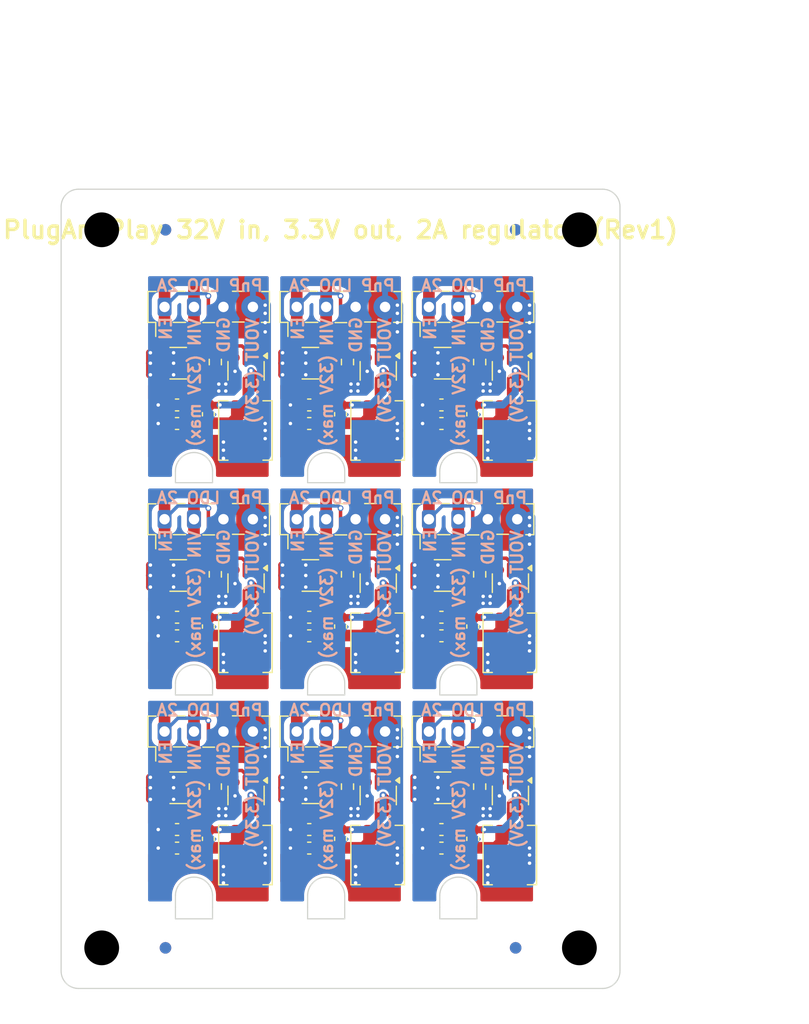
<source format=kicad_pcb>
(kicad_pcb (version 20240108) (generator "pcbnew") (generator_version "8.0")
  (title_block (title "PlugAndPlay 32V in, 3.3V out, 2A regulator") (date "2025-09-29") (rev "1") (company "A.B. Yazamut"))
  (layers (0 "F.Cu" signal) (31 "B.Cu" signal) (34 "B.Paste" user) (35 "F.Paste" user) (36 "B.SilkS" user "B.Silkscreen") (37 "F.SilkS" user "F.Silkscreen") (38 "B.Mask" user) (39 "F.Mask" user) (44 "Edge.Cuts" user))
  (net 0 "")
  (net 1 "Board_0-EN")
  (net 2 "Board_0-GND")
  (net 3 "Board_0-Net-(U1-BST)")
  (net 4 "Board_0-Net-(U1-SW)")
  (net 5 "Board_0-VCC(3.3V)")
  (net 6 "Board_0-VIN")
  (net 7 "Board_1-EN")
  (net 8 "Board_1-GND")
  (net 9 "Board_1-Net-(U1-BST)")
  (net 10 "Board_1-Net-(U1-SW)")
  (net 11 "Board_1-VCC(3.3V)")
  (net 12 "Board_1-VIN")
  (net 13 "Board_2-EN")
  (net 14 "Board_2-GND")
  (net 15 "Board_2-Net-(U1-BST)")
  (net 16 "Board_2-Net-(U1-SW)")
  (net 17 "Board_2-VCC(3.3V)")
  (net 18 "Board_2-VIN")
  (net 19 "Board_3-EN")
  (net 20 "Board_3-GND")
  (net 21 "Board_3-Net-(U1-BST)")
  (net 22 "Board_3-Net-(U1-SW)")
  (net 23 "Board_3-VCC(3.3V)")
  (net 24 "Board_3-VIN")
  (net 25 "Board_4-EN")
  (net 26 "Board_4-GND")
  (net 27 "Board_4-Net-(U1-BST)")
  (net 28 "Board_4-Net-(U1-SW)")
  (net 29 "Board_4-VCC(3.3V)")
  (net 30 "Board_4-VIN")
  (net 31 "Board_5-EN")
  (net 32 "Board_5-GND")
  (net 33 "Board_5-Net-(U1-BST)")
  (net 34 "Board_5-Net-(U1-SW)")
  (net 35 "Board_5-VCC(3.3V)")
  (net 36 "Board_5-VIN")
  (net 37 "Board_6-EN")
  (net 38 "Board_6-GND")
  (net 39 "Board_6-Net-(U1-BST)")
  (net 40 "Board_6-Net-(U1-SW)")
  (net 41 "Board_6-VCC(3.3V)")
  (net 42 "Board_6-VIN")
  (net 43 "Board_7-EN")
  (net 44 "Board_7-GND")
  (net 45 "Board_7-Net-(U1-BST)")
  (net 46 "Board_7-Net-(U1-SW)")
  (net 47 "Board_7-VCC(3.3V)")
  (net 48 "Board_7-VIN")
  (net 49 "Board_8-EN")
  (net 50 "Board_8-GND")
  (net 51 "Board_8-Net-(U1-BST)")
  (net 52 "Board_8-Net-(U1-SW)")
  (net 53 "Board_8-VCC(3.3V)")
  (net 54 "Board_8-VIN")
  (footprint "Inductor_SMD:L_Chilisin_BMRA00040420" (layer "F.Cu") (at 119.6 77.4 -90)
    (property "Reference" "L1" (hide yes))
    (property "Value" "4.7uH" (hide yes))
  )
  (footprint "Package_TO_SOT_SMD:TSOT-23-6" (layer "F.Cu") (at 108.25 72.2625 -90)
    (property "Reference" "U1" (hide yes))
    (property "Value" "AP63203WU" (hide yes))
  )
  (footprint "Capacitor_SMD:C_0603_1608Metric" (layer "F.Cu") (at 113.7 40.2 180)
    (property "Reference" "C4" (hide yes))
    (property "Value" "22uF" (hide yes))
  )
  (footprint "Library:PinSocket_1x04_P2.54mm_Vertical_SMD_Pin1Left" (layer "F.Cu") (at 93.63 30.15 90)
    (property "Reference" "J1" (hide yes))
    (property "Value" "PinSocket_1x04_P2.54mm_Vertical_SMD_Pin1Left" (hide yes))
  )
  (footprint "Inductor_SMD:L_Chilisin_BMRA00040420" (layer "F.Cu") (at 108.2 77.4 -90)
    (property "Reference" "L1" (hide yes))
    (property "Value" "4.7uH" (hide yes))
  )
  (footprint "Package_TO_SOT_SMD:TSOT-23-6" (layer "F.Cu") (at 119.65 72.2625 -90)
    (property "Reference" "U1" (hide yes))
    (property "Value" "AP63203WU" (hide yes))
  )
  (footprint "Inductor_SMD:L_Chilisin_BMRA00040420" (layer "F.Cu") (at 119.6 59.1 -90)
    (property "Reference" "L1" (hide yes))
    (property "Value" "4.7uH" (hide yes))
  )
  (footprint "NPTH" (layer "F.Cu") (at 84.4 85.4)
    (property "Reference" "KiKit_TO_3" (hide yes))
    (property "Value" "NPTH" (hide yes))
  )
  (footprint "Resistor_SMD:R_0603_1608Metric" (layer "F.Cu") (at 117 34.9 90)
    (property "Reference" "R1" (hide yes))
    (property "Value" "100K" (hide yes))
  )
  (footprint "Package_TO_SOT_SMD:TSOT-23-6" (layer "F.Cu") (at 96.85 53.9625 -90)
    (property "Reference" "U1" (hide yes))
    (property "Value" "AP63203WU" (hide yes))
  )
  (footprint "Capacitor_SMD:C_0603_1608Metric" (layer "F.Cu") (at 105 57.7 -90)
    (property "Reference" "C2" (hide yes))
    (property "Value" "0.1uF" (hide yes))
  )
  (footprint "Fiducial:Fiducial_1mm_Mask2mm" (layer "F.Cu") (at 89.3 62.2)
    (property "Reference" "REF**" (hide yes))
    (property "Value" "Fiducial_1mm_Mask2mm" (hide yes))
  )
  (footprint "Capacitor_SMD:C_0603_1608Metric" (layer "F.Cu") (at 93.6 39.4 -90)
    (property "Reference" "C2" (hide yes))
    (property "Value" "0.1uF" (hide yes))
  )
  (footprint "Capacitor_SMD:C_1210_3225Metric" (layer "F.Cu") (at 113.8 71.6 180)
    (property "Reference" "C1" (hide yes))
    (property "Value" "10uF" (hide yes))
  )
  (footprint "Capacitor_SMD:C_0603_1608Metric" (layer "F.Cu") (at 102.3 38.6 180)
    (property "Reference" "C3" (hide yes))
    (property "Value" "22uF" (hide yes))
  )
  (footprint "Inductor_SMD:L_Chilisin_BMRA00040420" (layer "F.Cu") (at 96.8 59.1 -90)
    (property "Reference" "L1" (hide yes))
    (property "Value" "4.7uH" (hide yes))
  )
  (footprint "Capacitor_SMD:C_0603_1608Metric" (layer "F.Cu") (at 90.9 58.5 180)
    (property "Reference" "C4" (hide yes))
    (property "Value" "22uF" (hide yes))
  )
  (footprint "Capacitor_SMD:C_1210_3225Metric" (layer "F.Cu") (at 113.8 53.3 180)
    (property "Reference" "C1" (hide yes))
    (property "Value" "10uF" (hide yes))
  )
  (footprint "Library:PinSocket_1x04_P2.54mm_Vertical_SMD_Pin1Left" (layer "F.Cu") (at 93.63 48.45 90)
    (property "Reference" "J1" (hide yes))
    (property "Value" "PinSocket_1x04_P2.54mm_Vertical_SMD_Pin1Left" (hide yes))
  )
  (footprint "Fiducial:Fiducial_1mm_Mask2mm" (layer "F.Cu") (at 112.1 80.5)
    (property "Reference" "REF**" (hide yes))
    (property "Value" "Fiducial_1mm_Mask2mm" (hide yes))
  )
  (footprint "Fiducial:Fiducial_1mm_Mask2mm" (layer "F.Cu") (at 100.7 62.2)
    (property "Reference" "REF**" (hide yes))
    (property "Value" "Fiducial_1mm_Mask2mm" (hide yes))
  )
  (footprint "Fiducial:Fiducial_1mm_Mask2mm" (layer "F.Cu") (at 112.1 62.2)
    (property "Reference" "REF**" (hide yes))
    (property "Value" "Fiducial_1mm_Mask2mm" (hide yes))
  )
  (footprint "Capacitor_SMD:C_0603_1608Metric" (layer "F.Cu") (at 116.4 39.4 -90)
    (property "Reference" "C2" (hide yes))
    (property "Value" "0.1uF" (hide yes))
  )
  (footprint "Resistor_SMD:R_0603_1608Metric" (layer "F.Cu") (at 117 53.2 90)
    (property "Reference" "R1" (hide yes))
    (property "Value" "100K" (hide yes))
  )
  (footprint "Fiducial" (layer "F.Cu") (at 120.1 85.4)
    (property "Reference" "KiKit_FID_T_4" (hide yes))
    (property "Value" "Fiducial" (hide yes))
  )
  (footprint "Capacitor_SMD:C_0603_1608Metric" (layer "F.Cu") (at 113.7 75.2 180)
    (property "Reference" "C3" (hide yes))
    (property "Value" "22uF" (hide yes))
  )
  (footprint "Capacitor_SMD:C_1210_3225Metric" (layer "F.Cu") (at 113.8 35 180)
    (property "Reference" "C1" (hide yes))
    (property "Value" "10uF" (hide yes))
  )
  (footprint "Resistor_SMD:R_0603_1608Metric" (layer "F.Cu") (at 94.2 53.2 90)
    (property "Reference" "R1" (hide yes))
    (property "Value" "100K" (hide yes))
  )
  (footprint "Fiducial:Fiducial_1mm_Mask2mm" (layer "F.Cu") (at 100.7 80.5)
    (property "Reference" "REF**" (hide yes))
    (property "Value" "Fiducial_1mm_Mask2mm" (hide yes))
  )
  (footprint "Resistor_SMD:R_0603_1608Metric" (layer "F.Cu") (at 105.6 34.9 90)
    (property "Reference" "R1" (hide yes))
    (property "Value" "100K" (hide yes))
  )
  (footprint "Library:PinSocket_1x04_P2.54mm_Vertical_SMD_Pin1Left" (layer "F.Cu") (at 105.03 30.15 90)
    (property "Reference" "J1" (hide yes))
    (property "Value" "PinSocket_1x04_P2.54mm_Vertical_SMD_Pin1Left" (hide yes))
  )
  (footprint "Package_TO_SOT_SMD:TSOT-23-6" (layer "F.Cu") (at 96.85 72.2625 -90)
    (property "Reference" "U1" (hide yes))
    (property "Value" "AP63203WU" (hide yes))
  )
  (footprint "Capacitor_SMD:C_0603_1608Metric" (layer "F.Cu") (at 113.7 58.5 180)
    (property "Reference" "C4" (hide yes))
    (property "Value" "22uF" (hide yes))
  )
  (footprint "Capacitor_SMD:C_0603_1608Metric" (layer "F.Cu") (at 93.6 76 -90)
    (property "Reference" "C2" (hide yes))
    (property "Value" "0.1uF" (hide yes))
  )
  (footprint "Package_TO_SOT_SMD:TSOT-23-6" (layer "F.Cu") (at 119.65 53.9625 -90)
    (property "Reference" "U1" (hide yes))
    (property "Value" "AP63203WU" (hide yes))
  )
  (footprint "Inductor_SMD:L_Chilisin_BMRA00040420" (layer "F.Cu") (at 96.8 40.8 -90)
    (property "Reference" "L1" (hide yes))
    (property "Value" "4.7uH" (hide yes))
  )
  (footprint "Inductor_SMD:L_Chilisin_BMRA00040420" (layer "F.Cu") (at 119.6 40.8 -90)
    (property "Reference" "L1" (hide yes))
    (property "Value" "4.7uH" (hide yes))
  )
  (footprint "Fiducial" (layer "F.Cu") (at 89.9 85.4)
    (property "Reference" "KiKit_FID_T_3" (hide yes))
    (property "Value" "Fiducial" (hide yes))
  )
  (footprint "Capacitor_SMD:C_1210_3225Metric" (layer "F.Cu") (at 102.4 53.3 180)
    (property "Reference" "C1" (hide yes))
    (property "Value" "10uF" (hide yes))
  )
  (footprint "Fiducial" (layer "F.Cu") (at 89.9 23.5)
    (property "Reference" "KiKit_FID_T_1" (hide yes))
    (property "Value" "Fiducial" (hide yes))
  )
  (footprint "Capacitor_SMD:C_0603_1608Metric" (layer "F.Cu") (at 102.3 58.5 180)
    (property "Reference" "C4" (hide yes))
    (property "Value" "22uF" (hide yes))
  )
  (footprint "Capacitor_SMD:C_0603_1608Metric" (layer "F.Cu") (at 90.9 76.8 180)
    (property "Reference" "C4" (hide yes))
    (property "Value" "22uF" (hide yes))
  )
  (footprint "Library:PinSocket_1x04_P2.54mm_Vertical_SMD_Pin1Left" (layer "F.Cu") (at 116.43 48.45 90)
    (property "Reference" "J1" (hide yes))
    (property "Value" "PinSocket_1x04_P2.54mm_Vertical_SMD_Pin1Left" (hide yes))
  )
  (footprint "Inductor_SMD:L_Chilisin_BMRA00040420" (layer "F.Cu") (at 108.2 59.1 -90)
    (property "Reference" "L1" (hide yes))
    (property "Value" "4.7uH" (hide yes))
  )
  (footprint "Fiducial:Fiducial_1mm_Mask2mm" (layer "F.Cu") (at 112.1 43.9)
    (property "Reference" "REF**" (hide yes))
    (property "Value" "Fiducial_1mm_Mask2mm" (hide yes))
  )
  (footprint "Capacitor_SMD:C_0603_1608Metric" (layer "F.Cu") (at 90.9 38.6 180)
    (property "Reference" "C3" (hide yes))
    (property "Value" "22uF" (hide yes))
  )
  (footprint "Capacitor_SMD:C_0603_1608Metric" (layer "F.Cu") (at 90.9 75.2 180)
    (property "Reference" "C3" (hide yes))
    (property "Value" "22uF" (hide yes))
  )
  (footprint "Capacitor_SMD:C_0603_1608Metric" (layer "F.Cu") (at 105 76 -90)
    (property "Reference" "C2" (hide yes))
    (property "Value" "0.1uF" (hide yes))
  )
  (footprint "Capacitor_SMD:C_0603_1608Metric" (layer "F.Cu") (at 93.6 57.7 -90)
    (property "Reference" "C2" (hide yes))
    (property "Value" "0.1uF" (hide yes))
  )
  (footprint "Library:PinSocket_1x04_P2.54mm_Vertical_SMD_Pin1Left" (layer "F.Cu") (at 116.43 66.75 90)
    (property "Reference" "J1" (hide yes))
    (property "Value" "PinSocket_1x04_P2.54mm_Vertical_SMD_Pin1Left" (hide yes))
  )
  (footprint "Capacitor_SMD:C_0603_1608Metric" (layer "F.Cu") (at 102.3 40.2 180)
    (property "Reference" "C4" (hide yes))
    (property "Value" "22uF" (hide yes))
  )
  (footprint "Resistor_SMD:R_0603_1608Metric" (layer "F.Cu") (at 117 71.5 90)
    (property "Reference" "R1" (hide yes))
    (property "Value" "100K" (hide yes))
  )
  (footprint "NPTH" (layer "F.Cu") (at 125.6 23.5)
    (property "Reference" "KiKit_TO_2" (hide yes))
    (property "Value" "NPTH" (hide yes))
  )
  (footprint "Capacitor_SMD:C_0603_1608Metric" (layer "F.Cu") (at 102.3 56.9 180)
    (property "Reference" "C3" (hide yes))
    (property "Value" "22uF" (hide yes))
  )
  (footprint "Fiducial:Fiducial_1mm_Mask2mm" (layer "F.Cu") (at 89.3 80.5)
    (property "Reference" "REF**" (hide yes))
    (property "Value" "Fiducial_1mm_Mask2mm" (hide yes))
  )
  (footprint "Capacitor_SMD:C_0603_1608Metric" (layer "F.Cu") (at 102.3 75.2 180)
    (property "Reference" "C3" (hide yes))
    (property "Value" "22uF" (hide yes))
  )
  (footprint "Library:PinSocket_1x04_P2.54mm_Vertical_SMD_Pin1Left" (layer "F.Cu") (at 105.03 48.45 90)
    (property "Reference" "J1" (hide yes))
    (property "Value" "PinSocket_1x04_P2.54mm_Vertical_SMD_Pin1Left" (hide yes))
  )
  (footprint "Capacitor_SMD:C_1210_3225Metric" (layer "F.Cu") (at 91 35 180)
    (property "Reference" "C1" (hide yes))
    (property "Value" "10uF" (hide yes))
  )
  (footprint "Resistor_SMD:R_0603_1608Metric" (layer "F.Cu") (at 105.6 53.2 90)
    (property "Reference" "R1" (hide yes))
    (property "Value" "100K" (hide yes))
  )
  (footprint "Package_TO_SOT_SMD:TSOT-23-6" (layer "F.Cu") (at 108.25 53.9625 -90)
    (property "Reference" "U1" (hide yes))
    (property "Value" "AP63203WU" (hide yes))
  )
  (footprint "NPTH" (layer "F.Cu") (at 125.6 85.4)
    (property "Reference" "KiKit_TO_4" (hide yes))
    (property "Value" "NPTH" (hide yes))
  )
  (footprint "Capacitor_SMD:C_0603_1608Metric" (layer "F.Cu") (at 116.4 57.7 -90)
    (property "Reference" "C2" (hide yes))
    (property "Value" "0.1uF" (hide yes))
  )
  (footprint "Capacitor_SMD:C_1210_3225Metric" (layer "F.Cu") (at 91 71.6 180)
    (property "Reference" "C1" (hide yes))
    (property "Value" "10uF" (hide yes))
  )
  (footprint "Fiducial:Fiducial_1mm_Mask2mm" (layer "F.Cu") (at 89.3 43.9)
    (property "Reference" "REF**" (hide yes))
    (property "Value" "Fiducial_1mm_Mask2mm" (hide yes))
  )
  (footprint "Inductor_SMD:L_Chilisin_BMRA00040420" (layer "F.Cu") (at 108.2 40.8 -90)
    (property "Reference" "L1" (hide yes))
    (property "Value" "4.7uH" (hide yes))
  )
  (footprint "NPTH" (layer "F.Cu") (at 84.4 23.5)
    (property "Reference" "KiKit_TO_1" (hide yes))
    (property "Value" "NPTH" (hide yes))
  )
  (footprint "Inductor_SMD:L_Chilisin_BMRA00040420" (layer "F.Cu") (at 96.8 77.4 -90)
    (property "Reference" "L1" (hide yes))
    (property "Value" "4.7uH" (hide yes))
  )
  (footprint "Library:PinSocket_1x04_P2.54mm_Vertical_SMD_Pin1Left" (layer "F.Cu") (at 93.63 66.75 90)
    (property "Reference" "J1" (hide yes))
    (property "Value" "PinSocket_1x04_P2.54mm_Vertical_SMD_Pin1Left" (hide yes))
  )
  (footprint "Capacitor_SMD:C_0603_1608Metric" (layer "F.Cu") (at 113.7 56.9 180)
    (property "Reference" "C3" (hide yes))
    (property "Value" "22uF" (hide yes))
  )
  (footprint "Capacitor_SMD:C_0603_1608Metric" (layer "F.Cu") (at 113.7 38.6 180)
    (property "Reference" "C3" (hide yes))
    (property "Value" "22uF" (hide yes))
  )
  (footprint "Library:PinSocket_1x04_P2.54mm_Vertical_SMD_Pin1Left" (layer "F.Cu") (at 116.43 30.15 90)
    (property "Reference" "J1" (hide yes))
    (property "Value" "PinSocket_1x04_P2.54mm_Vertical_SMD_Pin1Left" (hide yes))
  )
  (footprint "Capacitor_SMD:C_0603_1608Metric" (layer "F.Cu") (at 90.9 56.9 180)
    (property "Reference" "C3" (hide yes))
    (property "Value" "22uF" (hide yes))
  )
  (footprint "Resistor_SMD:R_0603_1608Metric" (layer "F.Cu") (at 105.6 71.5 90)
    (property "Reference" "R1" (hide yes))
    (property "Value" "100K" (hide yes))
  )
  (footprint "Package_TO_SOT_SMD:TSOT-23-6" (layer "F.Cu") (at 96.85 35.6625 -90)
    (property "Reference" "U1" (hide yes))
    (property "Value" "AP63203WU" (hide yes))
  )
  (footprint "Package_TO_SOT_SMD:TSOT-23-6" (layer "F.Cu") (at 119.65 35.6625 -90)
    (property "Reference" "U1" (hide yes))
    (property "Value" "AP63203WU" (hide yes))
  )
  (footprint "Resistor_SMD:R_0603_1608Metric" (layer "F.Cu") (at 94.2 71.5 90)
    (property "Reference" "R1" (hide yes))
    (property "Value" "100K" (hide yes))
  )
  (footprint "Capacitor_SMD:C_0603_1608Metric" (layer "F.Cu") (at 105 39.4 -90)
    (property "Reference" "C2" (hide yes))
    (property "Value" "0.1uF" (hide yes))
  )
  (footprint "Fiducial" (layer "F.Cu") (at 120.1 23.5)
    (property "Reference" "KiKit_FID_T_2" (hide yes))
    (property "Value" "Fiducial" (hide yes))
  )
  (footprint "Package_TO_SOT_SMD:TSOT-23-6" (layer "F.Cu") (at 108.25 35.6625 -90)
    (property "Reference" "U1" (hide yes))
    (property "Value" "AP63203WU" (hide yes))
  )
  (footprint "Fiducial:Fiducial_1mm_Mask2mm" (layer "F.Cu") (at 100.7 43.9)
    (property "Reference" "REF**" (hide yes))
    (property "Value" "Fiducial_1mm_Mask2mm" (hide yes))
  )
  (footprint "Capacitor_SMD:C_0603_1608Metric" (layer "F.Cu") (at 90.9 40.2 180)
    (property "Reference" "C4" (hide yes))
    (property "Value" "22uF" (hide yes))
  )
  (footprint "Library:PinSocket_1x04_P2.54mm_Vertical_SMD_Pin1Left" (layer "F.Cu") (at 105.03 66.75 90)
    (property "Reference" "J1" (hide yes))
    (property "Value" "PinSocket_1x04_P2.54mm_Vertical_SMD_Pin1Left" (hide yes))
  )
  (footprint "Capacitor_SMD:C_0603_1608Metric" (layer "F.Cu") (at 102.3 76.8 180)
    (property "Reference" "C4" (hide yes))
    (property "Value" "22uF" (hide yes))
  )
  (footprint "Resistor_SMD:R_0603_1608Metric" (layer "F.Cu") (at 94.2 34.9 90)
    (property "Reference" "R1" (hide yes))
    (property "Value" "100K" (hide yes))
  )
  (footprint "Capacitor_SMD:C_1210_3225Metric" (layer "F.Cu") (at 91 53.3 180)
    (property "Reference" "C1" (hide yes))
    (property "Value" "10uF" (hide yes))
  )
  (footprint "Capacitor_SMD:C_0603_1608Metric" (layer "F.Cu") (at 116.4 76 -90)
    (property "Reference" "C2" (hide yes))
    (property "Value" "0.1uF" (hide yes))
  )
  (footprint "Capacitor_SMD:C_1210_3225Metric" (layer "F.Cu") (at 102.4 35 180)
    (property "Reference" "C1" (hide yes))
    (property "Value" "10uF" (hide yes))
  )
  (footprint "Capacitor_SMD:C_1210_3225Metric" (layer "F.Cu") (at 102.4 71.6 180)
    (property "Reference" "C1" (hide yes))
    (property "Value" "10uF" (hide yes))
  )
  (footprint "Capacitor_SMD:C_0603_1608Metric" (layer "F.Cu") (at 113.7 76.8 180)
    (property "Reference" "C4" (hide yes))
    (property "Value" "22uF" (hide yes))
  )
  (footprint "Fiducial" (layer "B.Cu") (at 120.1 85.4)
    (property "Reference" "KiKit_FID_B_4" (hide yes))
    (property "Value" "Fiducial" (hide yes))
  )
  (footprint "Fiducial" (layer "B.Cu") (at 120.1 23.5)
    (property "Reference" "KiKit_FID_B_2" (hide yes))
    (property "Value" "Fiducial" (hide yes))
  )
  (footprint "Fiducial" (layer "B.Cu") (at 89.9 85.4)
    (property "Reference" "KiKit_FID_B_3" (hide yes))
    (property "Value" "Fiducial" (hide yes))
  )
  (footprint "Fiducial" (layer "B.Cu") (at 89.9 23.5)
    (property "Reference" "KiKit_FID_B_1" (hide yes))
    (property "Value" "Fiducial" (hide yes))
  )
  (gr_line (start 105.288916 62.128391) (end 105.310523 62.205188) (stroke (width 0.1)) (layer "Edge.Cuts"))
  (gr_line (start 128.759515 88.351589) (end 128.847204 88.233355) (stroke (width 0.1)) (layer "Edge.Cuts"))
  (gr_line (start 93.532882 61.511723) (end 93.585671 61.571539) (stroke (width 0.1)) (layer "Edge.Cuts"))
  (gr_line (start 90.76 62.6) (end 90.761988 62.520246) (stroke (width 0.1)) (layer "Edge.Cuts"))
  (gr_line (start 82.4 20) (end 82.252974 20.007222) (stroke (width 0.1)) (layer "Edge.Cuts"))
  (gr_line (start 93.585671 43.271539) (end 93.635412 43.333912) (stroke (width 0.1)) (layer "Edge.Cuts"))
  (gr_line (start 90.76795 62.440691) (end 90.77787 62.361532) (stroke (width 0.1)) (layer "Edge.Cuts"))
  (gr_line (start 113.609476 62.205188) (end 113.631083 62.128391) (stroke (width 0.1)) (layer "Edge.Cuts"))
  (gr_line (start 93.765154 61.834793) (end 93.80155 61.905786) (stroke (width 0.1)) (layer "Edge.Cuts"))
  (gr_line (start 102.96 79.514359) (end 103.030062 79.476205) (stroke (width 0.1)) (layer "Edge.Cuts"))
  (gr_line (start 114.291925 79.555958) (end 114.36 79.514359) (stroke (width 0.1)) (layer "Edge.Cuts"))
  (gr_line (start 91.926655 42.759801) (end 92.003966 42.740115) (stroke (width 0.1)) (layer "Edge.Cuts"))
  (gr_line (start 90.856491 43.752767) (end 90.885638 43.678504) (stroke (width 0.1)) (layer "Edge.Cuts"))
  (gr_line (start 115.279568 42.704473) (end 115.358949 42.712417) (stroke (width 0.1)) (layer "Edge.Cuts"))
  (gr_line (start 116.634361 80.278504) (end 116.663508 80.352767) (stroke (width 0.1)) (layer "Edge.Cuts"))
  (gr_line (start 116.481982 61.698687) (end 116.525265 61.765703) (stroke (width 0.1)) (layer "Edge.Cuts"))
  (gr_line (start 102.891925 79.555958) (end 102.96 79.514359) (stroke (width 0.1)) (layer "Edge.Cuts"))
  (gr_line (start 116.093989 79.600899) (end 116.157583 79.649069) (stroke (width 0.1)) (layer "Edge.Cuts"))
  (gr_line (start 93.357583 61.349069) (end 93.418697 61.40035) (stroke (width 0.1)) (layer "Edge.Cuts"))
  (gr_line (start 92.869578 79.383316) (end 92.944545 79.410602) (stroke (width 0.1)) (layer "Edge.Cuts"))
  (gr_line (start 103.56105 42.712417) (end 103.640431 42.704473) (stroke (width 0.1)) (layer "Edge.Cuts"))
  (gr_line (start 93.888916 43.828391) (end 93.910523 43.905188) (stroke (width 0.1)) (layer "Edge.Cuts"))
  (gr_line (start 113.754845 43.534793) (end 113.794734 43.465703) (stroke (width 0.1)) (layer "Edge.Cuts"))
  (gr_line (start 91.42601 61.300899) (end 91.491925 61.255958) (stroke (width 0.1)) (layer "Edge.Cuts"))
  (gr_line (start 91.134328 61.571539) (end 91.187117 61.511723) (stroke (width 0.1)) (layer "Edge.Cuts"))
  (gr_line (start 128.433355 20.252795) (end 128.307095 20.177118) (stroke (width 0.1)) (layer "Edge.Cuts"))
  (gr_line (start 113.934328 43.271539) (end 113.987117 43.211723) (stroke (width 0.1)) (layer "Edge.Cuts"))
  (gr_line (start 90.856491 62.052767) (end 90.885638 61.978504) (stroke (width 0.1)) (layer "Edge.Cuts"))
  (gr_line (start 116.277178 79.754613) (end 116.332882 79.811723) (stroke (width 0.1)) (layer "Edge.Cuts"))
  (gr_line (start 93.863508 43.752767) (end 93.888916 43.828391) (stroke (width 0.1)) (layer "Edge.Cuts"))
  (gr_line (start 116.157583 43.049069) (end 116.218697 43.10035) (stroke (width 0.1)) (layer "Edge.Cuts"))
  (gr_line (start 114.575454 42.810602) (end 114.650421 42.783316) (stroke (width 0.1)) (layer "Edge.Cuts"))
  (gr_line (start 105.20155 80.205786) (end 105.234361 80.278504) (stroke (width 0.1)) (layer "Edge.Cuts"))
  (gr_line (start 93.96 82.9) (end 90.76 82.9) (stroke (width 0.1)) (layer "Edge.Cuts"))
  (gr_line (start 90.856491 80.352767) (end 90.885638 80.278504) (stroke (width 0.1)) (layer "Edge.Cuts"))
  (gr_line (start 90.809476 62.205188) (end 90.831083 62.128391) (stroke (width 0.1)) (layer "Edge.Cuts"))
  (gr_line (start 104.818697 61.40035) (end 104.877178 61.454613) (stroke (width 0.1)) (layer "Edge.Cuts"))
  (gr_line (start 91.187117 61.511723) (end 91.242821 61.454613) (stroke (width 0.1)) (layer "Edge.Cuts"))
  (gr_line (start 105.035412 43.333912) (end 105.081982 43.398687) (stroke (width 0.1)) (layer "Edge.Cuts"))
  (gr_line (start 115.889937 61.176205) (end 115.96 61.214359) (stroke (width 0.1)) (layer "Edge.Cuts"))
  (gr_line (start 105.035412 79.933912) (end 105.081982 79.998687) (stroke (width 0.1)) (layer "Edge.Cuts"))
  (gr_line (start 93.952049 80.740691) (end 93.958011 80.820246) (stroke (width 0.1)) (layer "Edge.Cuts"))
  (gr_line (start 93.418697 79.70035) (end 93.477178 79.754613) (stroke (width 0.1)) (layer "Edge.Cuts"))
  (gr_line (start 102.394734 61.765703) (end 102.438017 61.698687) (stroke (width 0.1)) (layer "Edge.Cuts"))
  (gr_line (start 102.16 62.6) (end 102.161988 62.520246) (stroke (width 0.1)) (layer "Edge.Cuts"))
  (gr_line (start 115.96 79.514359) (end 116.028074 79.555958) (stroke (width 0.1)) (layer "Edge.Cuts"))
  (gr_line (start 113.987117 61.511723) (end 114.042821 61.454613) (stroke (width 0.1)) (layer "Edge.Cuts"))
  (gr_line (start 114.22601 79.600899) (end 114.291925 79.555958) (stroke (width 0.1)) (layer "Edge.Cuts"))
  (gr_line (start 114.101302 79.70035) (end 114.162416 79.649069) (stroke (width 0.1)) (layer "Edge.Cuts"))
  (gr_line (start 116.435412 79.933912) (end 116.481982 79.998687) (stroke (width 0.1)) (layer "Edge.Cuts"))
  (gr_line (start 103.879568 61.004473) (end 103.958949 61.012417) (stroke (width 0.1)) (layer "Edge.Cuts"))
  (gr_line (start 102.318449 61.905786) (end 102.354845 61.834793) (stroke (width 0.1)) (layer "Edge.Cuts"))
  (gr_line (start 116.76 62.6) (end 116.76 63.6) (stroke (width 0.1)) (layer "Edge.Cuts"))
  (gr_line (start 102.82601 79.600899) (end 102.891925 79.555958) (stroke (width 0.1)) (layer "Edge.Cuts"))
  (gr_line (start 105.36 44.3) (end 105.36 45.3) (stroke (width 0.1)) (layer "Edge.Cuts"))
  (gr_line (start 104.757583 43.049069) (end 104.818697 43.10035) (stroke (width 0.1)) (layer "Edge.Cuts"))
  (gr_line (start 92.003966 42.740115) (end 92.082162 42.724307) (stroke (width 0.1)) (layer "Edge.Cuts"))
  (gr_line (start 102.534328 43.271539) (end 102.587117 43.211723) (stroke (width 0.1)) (layer "Edge.Cuts"))
  (gr_line (start 105.234361 43.678504) (end 105.263508 43.752767) (stroke (width 0.1)) (layer "Edge.Cuts"))
  (gr_line (start 92.16105 61.012417) (end 92.240431 61.004473) (stroke (width 0.1)) (layer "Edge.Cuts"))
  (gr_line (start 91.038017 61.698687) (end 91.084587 61.633912) (stroke (width 0.1)) (layer "Edge.Cuts"))
  (gr_line (start 116.76 80.9) (end 116.76 81.9) (stroke (width 0.1)) (layer "Edge.Cuts"))
  (gr_line (start 115.818059 61.14159) (end 115.889937 61.176205) (stroke (width 0.1)) (layer "Edge.Cuts"))
  (gr_line (start 115.199889 61.000497) (end 115.279568 61.004473) (stroke (width 0.1)) (layer "Edge.Cuts"))
  (gr_line (start 129.071177 87.692635) (end 129.092777 87.547025) (stroke (width 0.1)) (layer "Edge.Cuts"))
  (gr_line (start 91.134328 79.871539) (end 91.187117 79.811723) (stroke (width 0.1)) (layer "Edge.Cuts"))
  (gr_line (start 113.794734 61.765703) (end 113.838017 61.698687) (stroke (width 0.1)) (layer "Edge.Cuts"))
  (gr_line (start 113.838017 61.698687) (end 113.884587 61.633912) (stroke (width 0.1)) (layer "Edge.Cuts"))
  (gr_line (start 128.551589 20.340484) (end 128.433355 20.252795) (stroke (width 0.1)) (layer "Edge.Cuts"))
  (gr_line (start 116.385671 43.271539) (end 116.435412 43.333912) (stroke (width 0.1)) (layer "Edge.Cuts"))
  (gr_line (start 105.165154 61.834793) (end 105.20155 61.905786) (stroke (width 0.1)) (layer "Edge.Cuts"))
  (gr_line (start 93.942129 80.661532) (end 93.952049 80.740691) (stroke (width 0.1)) (layer "Edge.Cuts"))
  (gr_line (start 91.775454 61.110602) (end 91.850421 61.083316) (stroke (width 0.1)) (layer "Edge.Cuts"))
  (gr_line (start 103.640431 79.304473) (end 103.72011 79.300497) (stroke (width 0.1)) (layer "Edge.Cuts"))
  (gr_line (start 113.884587 61.633912) (end 113.934328 61.571539) (stroke (width 0.1)) (layer "Edge.Cuts"))
  (gr_line (start 116.481982 79.998687) (end 116.525265 80.065703) (stroke (width 0.1)) (layer "Edge.Cuts"))
  (gr_line (start 113.561988 62.520246) (end 113.56795 62.440691) (stroke (width 0.1)) (layer "Edge.Cuts"))
  (gr_line (start 104.693989 43.000899) (end 104.757583 43.049069) (stroke (width 0.1)) (layer "Edge.Cuts"))
  (gr_line (start 127.6 20) (end 82.4 20) (stroke (width 0.1)) (layer "Edge.Cuts"))
  (gr_line (start 114.882162 79.324307) (end 114.96105 79.312417) (stroke (width 0.1)) (layer "Edge.Cuts"))
  (gr_line (start 105.165154 80.134793) (end 105.20155 80.205786) (stroke (width 0.1)) (layer "Edge.Cuts"))
  (gr_line (start 92.558949 79.312417) (end 92.637837 79.324307) (stroke (width 0.1)) (layer "Edge.Cuts"))
  (gr_line (start 114.162416 79.649069) (end 114.22601 79.600899) (stroke (width 0.1)) (layer "Edge.Cuts"))
  (gr_line (start 102.16795 80.740691) (end 102.17787 80.661532) (stroke (width 0.1)) (layer "Edge.Cuts"))
  (gr_line (start 92.240431 79.304473) (end 92.32011 79.300497) (stroke (width 0.1)) (layer "Edge.Cuts"))
  (gr_line (start 116.634361 61.978504) (end 116.663508 62.052767) (stroke (width 0.1)) (layer "Edge.Cuts"))
  (gr_line (start 113.631083 43.828391) (end 113.656491 43.752767) (stroke (width 0.1)) (layer "Edge.Cuts"))
  (gr_line (start 92.003966 61.040115) (end 92.082162 61.024307) (stroke (width 0.1)) (layer "Edge.Cuts"))
  (gr_line (start 105.358011 80.820246) (end 105.36 80.9) (stroke (width 0.1)) (layer "Edge.Cuts"))
  (gr_line (start 114.36 42.914359) (end 114.430062 42.876205) (stroke (width 0.1)) (layer "Edge.Cuts"))
  (gr_line (start 105.36 82.9) (end 102.16 82.9) (stroke (width 0.1)) (layer "Edge.Cuts"))
  (gr_line (start 114.291925 61.255958) (end 114.36 61.214359) (stroke (width 0.1)) (layer "Edge.Cuts"))
  (gr_line (start 90.77787 44.061532) (end 90.791724 43.982966) (stroke (width 0.1)) (layer "Edge.Cuts"))
  (gr_line (start 103.482162 61.024307) (end 103.56105 61.012417) (stroke (width 0.1)) (layer "Edge.Cuts"))
  (gr_line (start 115.516033 61.040115) (end 115.593344 61.059801) (stroke (width 0.1)) (layer "Edge.Cuts"))
  (gr_line (start 115.12011 42.700497) (end 115.199889 42.700497) (stroke (width 0.1)) (layer "Edge.Cuts"))
  (gr_line (start 93.863508 80.352767) (end 93.888916 80.428391) (stroke (width 0.1)) (layer "Edge.Cuts"))
  (gr_line (start 102.16795 62.440691) (end 102.17787 62.361532) (stroke (width 0.1)) (layer "Edge.Cuts"))
  (gr_line (start 105.328275 62.282966) (end 105.342129 62.361532) (stroke (width 0.1)) (layer "Edge.Cuts"))
  (gr_line (start 93.958011 80.820246) (end 93.96 80.9) (stroke (width 0.1)) (layer "Edge.Cuts"))
  (gr_line (start 116.76 44.3) (end 116.76 45.3) (stroke (width 0.1)) (layer "Edge.Cuts"))
  (gr_line (start 104.56 42.914359) (end 104.628074 42.955958) (stroke (width 0.1)) (layer "Edge.Cuts"))
  (gr_line (start 105.081982 43.398687) (end 105.125265 43.465703) (stroke (width 0.1)) (layer "Edge.Cuts"))
  (gr_line (start 93.293989 61.300899) (end 93.357583 61.349069) (stroke (width 0.1)) (layer "Edge.Cuts"))
  (gr_line (start 102.642821 79.754613) (end 102.701302 79.70035) (stroke (width 0.1)) (layer "Edge.Cuts"))
  (gr_line (start 105.263508 62.052767) (end 105.288916 62.128391) (stroke (width 0.1)) (layer "Edge.Cuts"))
  (gr_line (start 103.72011 79.300497) (end 103.799889 79.300497) (stroke (width 0.1)) (layer "Edge.Cuts"))
  (gr_line (start 116.663508 62.052767) (end 116.688916 62.128391) (stroke (width 0.1)) (layer "Edge.Cuts"))
  (gr_line (start 105.263508 43.752767) (end 105.288916 43.828391) (stroke (width 0.1)) (layer "Edge.Cuts"))
  (gr_line (start 116.218697 79.70035) (end 116.277178 79.754613) (stroke (width 0.1)) (layer "Edge.Cuts"))
  (gr_line (start 103.326655 42.759801) (end 103.403966 42.740115) (stroke (width 0.1)) (layer "Edge.Cuts"))
  (gr_line (start 105.165154 43.534793) (end 105.20155 43.605786) (stroke (width 0.1)) (layer "Edge.Cuts"))
  (gr_line (start 93.725265 61.765703) (end 93.765154 61.834793) (stroke (width 0.1)) (layer "Edge.Cuts"))
  (gr_line (start 116.634361 43.678504) (end 116.663508 43.752767) (stroke (width 0.1)) (layer "Edge.Cuts"))
  (gr_line (start 104.56 61.214359) (end 104.628074 61.255958) (stroke (width 0.1)) (layer "Edge.Cuts"))
  (gr_line (start 90.76 63.6) (end 90.76 62.6) (stroke (width 0.1)) (layer "Edge.Cuts"))
  (gr_line (start 113.56795 80.740691) (end 113.57787 80.661532) (stroke (width 0.1)) (layer "Edge.Cuts"))
  (gr_line (start 103.958949 42.712417) (end 104.037837 42.724307) (stroke (width 0.1)) (layer "Edge.Cuts"))
  (gr_line (start 115.12011 79.300497) (end 115.199889 79.300497) (stroke (width 0.1)) (layer "Edge.Cuts"))
  (gr_line (start 103.175454 79.410602) (end 103.250421 79.383316) (stroke (width 0.1)) (layer "Edge.Cuts"))
  (gr_line (start 116.60155 61.905786) (end 116.634361 61.978504) (stroke (width 0.1)) (layer "Edge.Cuts"))
  (gr_line (start 103.250421 42.783316) (end 103.326655 42.759801) (stroke (width 0.1)) (layer "Edge.Cuts"))
  (gr_line (start 113.718449 61.905786) (end 113.754845 61.834793) (stroke (width 0.1)) (layer "Edge.Cuts"))
  (gr_line (start 115.744545 42.810602) (end 115.818059 42.84159) (stroke (width 0.1)) (layer "Edge.Cuts"))
  (gr_line (start 90.791724 62.282966) (end 90.809476 62.205188) (stroke (width 0.1)) (layer "Edge.Cuts"))
  (gr_line (start 103.56105 61.012417) (end 103.640431 61.004473) (stroke (width 0.1)) (layer "Edge.Cuts"))
  (gr_line (start 104.193344 61.059801) (end 104.269578 61.083316) (stroke (width 0.1)) (layer "Edge.Cuts"))
  (gr_line (start 104.877178 79.754613) (end 104.932882 79.811723) (stroke (width 0.1)) (layer "Edge.Cuts"))
  (gr_line (start 114.042821 43.154613) (end 114.101302 43.10035) (stroke (width 0.1)) (layer "Edge.Cuts"))
  (gr_line (start 102.161988 80.820246) (end 102.16795 80.740691) (stroke (width 0.1)) (layer "Edge.Cuts"))
  (gr_line (start 113.561988 44.220246) (end 113.56795 44.140691) (stroke (width 0.1)) (layer "Edge.Cuts"))
  (gr_line (start 93.952049 62.440691) (end 93.958011 62.520246) (stroke (width 0.1)) (layer "Edge.Cuts"))
  (gr_line (start 90.761988 44.220246) (end 90.76795 44.140691) (stroke (width 0.1)) (layer "Edge.Cuts"))
  (gr_line (start 116.710523 80.505188) (end 116.728275 80.582966) (stroke (width 0.1)) (layer "Edge.Cuts"))
  (gr_line (start 105.358011 44.220246) (end 105.36 44.3) (stroke (width 0.1)) (layer "Edge.Cuts"))
  (gr_line (start 113.631083 62.128391) (end 113.656491 62.052767) (stroke (width 0.1)) (layer "Edge.Cuts"))
  (gr_line (start 113.57787 44.061532) (end 113.591724 43.982966) (stroke (width 0.1)) (layer "Edge.Cuts"))
  (gr_line (start 104.818697 79.70035) (end 104.877178 79.754613) (stroke (width 0.1)) (layer "Edge.Cuts"))
  (gr_line (start 92.716033 79.340115) (end 92.793344 79.359801) (stroke (width 0.1)) (layer "Edge.Cuts"))
  (gr_line (start 104.932882 61.511723) (end 104.985671 61.571539) (stroke (width 0.1)) (layer "Edge.Cuts"))
  (gr_line (start 91.084587 43.333912) (end 91.134328 43.271539) (stroke (width 0.1)) (layer "Edge.Cuts"))
  (gr_line (start 92.479568 42.704473) (end 92.558949 42.712417) (stroke (width 0.1)) (layer "Edge.Cuts"))
  (gr_line (start 81.566644 20.252795) (end 81.44841 20.340484) (stroke (width 0.1)) (layer "Edge.Cuts"))
  (gr_line (start 105.263508 80.352767) (end 105.288916 80.428391) (stroke (width 0.1)) (layer "Edge.Cuts"))
  (gr_line (start 113.56 80.9) (end 113.561988 80.820246) (stroke (width 0.1)) (layer "Edge.Cuts"))
  (gr_line (start 93.477178 61.454613) (end 93.532882 61.511723) (stroke (width 0.1)) (layer "Edge.Cuts"))
  (gr_line (start 93.928275 62.282966) (end 93.942129 62.361532) (stroke (width 0.1)) (layer "Edge.Cuts"))
  (gr_line (start 92.479568 61.004473) (end 92.558949 61.012417) (stroke (width 0.1)) (layer "Edge.Cuts"))
  (gr_line (start 115.040431 42.704473) (end 115.12011 42.700497) (stroke (width 0.1)) (layer "Edge.Cuts"))
  (gr_line (start 103.250421 79.383316) (end 103.326655 79.359801) (stroke (width 0.1)) (layer "Edge.Cuts"))
  (gr_line (start 103.879568 79.304473) (end 103.958949 79.312417) (stroke (width 0.1)) (layer "Edge.Cuts"))
  (gr_line (start 105.352049 80.740691) (end 105.358011 80.820246) (stroke (width 0.1)) (layer "Edge.Cuts"))
  (gr_line (start 80.964589 21.064572) (end 80.928822 21.207364) (stroke (width 0.1)) (layer "Edge.Cuts"))
  (gr_line (start 116.76 82.9) (end 113.56 82.9) (stroke (width 0.1)) (layer "Edge.Cuts"))
  (gr_line (start 115.889937 42.876205) (end 115.96 42.914359) (stroke (width 0.1)) (layer "Edge.Cuts"))
  (gr_line (start 115.437837 79.324307) (end 115.516033 79.340115) (stroke (width 0.1)) (layer "Edge.Cuts"))
  (gr_line (start 129.071177 21.207364) (end 129.03541 21.064572) (stroke (width 0.1)) (layer "Edge.Cuts"))
  (gr_line (start 81.566644 88.647204) (end 81.692904 88.722881) (stroke (width 0.1)) (layer "Edge.Cuts"))
  (gr_line (start 91.630062 79.476205) (end 91.70194 79.44159) (stroke (width 0.1)) (layer "Edge.Cuts"))
  (gr_line (start 90.954845 61.834793) (end 90.994734 61.765703) (stroke (width 0.1)) (layer "Edge.Cuts"))
  (gr_line (start 104.693989 61.300899) (end 104.757583 61.349069) (stroke (width 0.1)) (layer "Edge.Cuts"))
  (gr_line (start 128.985819 20.925974) (end 128.922881 20.792904) (stroke (width 0.1)) (layer "Edge.Cuts"))
  (gr_line (start 93.928275 80.582966) (end 93.942129 80.661532) (stroke (width 0.1)) (layer "Edge.Cuts"))
  (gr_line (start 105.288916 43.828391) (end 105.310523 43.905188) (stroke (width 0.1)) (layer "Edge.Cuts"))
  (gr_line (start 102.256491 80.352767) (end 102.285638 80.278504) (stroke (width 0.1)) (layer "Edge.Cuts"))
  (gr_line (start 102.587117 79.811723) (end 102.642821 79.754613) (stroke (width 0.1)) (layer "Edge.Cuts"))
  (gr_line (start 114.430062 79.476205) (end 114.50194 79.44159) (stroke (width 0.1)) (layer "Edge.Cuts"))
  (gr_line (start 116.481982 43.398687) (end 116.525265 43.465703) (stroke (width 0.1)) (layer "Edge.Cuts"))
  (gr_line (start 116.385671 79.871539) (end 116.435412 79.933912) (stroke (width 0.1)) (layer "Edge.Cuts"))
  (gr_line (start 102.642821 61.454613) (end 102.701302 61.40035) (stroke (width 0.1)) (layer "Edge.Cuts"))
  (gr_line (start 90.994734 61.765703) (end 91.038017 61.698687) (stroke (width 0.1)) (layer "Edge.Cuts"))
  (gr_line (start 102.209476 43.905188) (end 102.231083 43.828391) (stroke (width 0.1)) (layer "Edge.Cuts"))
  (gr_line (start 116.752049 62.440691) (end 116.758011 62.520246) (stroke (width 0.1)) (layer "Edge.Cuts"))
  (gr_line (start 104.037837 42.724307) (end 104.116033 42.740115) (stroke (width 0.1)) (layer "Edge.Cuts"))
  (gr_line (start 93.585671 79.871539) (end 93.635412 79.933912) (stroke (width 0.1)) (layer "Edge.Cuts"))
  (gr_line (start 103.326655 79.359801) (end 103.403966 79.340115) (stroke (width 0.1)) (layer "Edge.Cuts"))
  (gr_line (start 91.70194 79.44159) (end 91.775454 79.410602) (stroke (width 0.1)) (layer "Edge.Cuts"))
  (gr_line (start 92.240431 61.004473) (end 92.32011 61.000497) (stroke (width 0.1)) (layer "Edge.Cuts"))
  (gr_line (start 92.32011 42.700497) (end 92.399889 42.700497) (stroke (width 0.1)) (layer "Edge.Cuts"))
  (gr_line (start 90.954845 43.534793) (end 90.994734 43.465703) (stroke (width 0.1)) (layer "Edge.Cuts"))
  (gr_line (start 92.558949 42.712417) (end 92.637837 42.724307) (stroke (width 0.1)) (layer "Edge.Cuts"))
  (gr_line (start 114.291925 42.955958) (end 114.36 42.914359) (stroke (width 0.1)) (layer "Edge.Cuts"))
  (gr_line (start 93.635412 61.633912) (end 93.681982 61.698687) (stroke (width 0.1)) (layer "Edge.Cuts"))
  (gr_line (start 105.310523 80.505188) (end 105.328275 80.582966) (stroke (width 0.1)) (layer "Edge.Cuts"))
  (gr_line (start 102.318449 80.205786) (end 102.354845 80.134793) (stroke (width 0.1)) (layer "Edge.Cuts"))
  (gr_line (start 105.288916 80.428391) (end 105.310523 80.505188) (stroke (width 0.1)) (layer "Edge.Cuts"))
  (gr_line (start 102.891925 42.955958) (end 102.96 42.914359) (stroke (width 0.1)) (layer "Edge.Cuts"))
  (gr_line (start 113.656491 80.352767) (end 113.685638 80.278504) (stroke (width 0.1)) (layer "Edge.Cuts"))
  (gr_line (start 113.56 63.6) (end 113.56 62.6) (stroke (width 0.1)) (layer "Edge.Cuts"))
  (gr_line (start 113.56 62.6) (end 113.561988 62.520246) (stroke (width 0.1)) (layer "Edge.Cuts"))
  (gr_line (start 113.56 82.9) (end 113.56 81.9) (stroke (width 0.1)) (layer "Edge.Cuts"))
  (gr_line (start 116.385671 61.571539) (end 116.435412 61.633912) (stroke (width 0.1)) (layer "Edge.Cuts"))
  (gr_line (start 92.399889 79.300497) (end 92.479568 79.304473) (stroke (width 0.1)) (layer "Edge.Cuts"))
  (gr_line (start 91.362416 43.049069) (end 91.42601 43.000899) (stroke (width 0.1)) (layer "Edge.Cuts"))
  (gr_line (start 115.96 61.214359) (end 116.028074 61.255958) (stroke (width 0.1)) (layer "Edge.Cuts"))
  (gr_line (start 114.22601 43.000899) (end 114.291925 42.955958) (stroke (width 0.1)) (layer "Edge.Cuts"))
  (gr_line (start 81.339339 20.439339) (end 81.240484 20.54841) (stroke (width 0.1)) (layer "Edge.Cuts"))
  (gr_line (start 116.565154 43.534793) (end 116.60155 43.605786) (stroke (width 0.1)) (layer "Edge.Cuts"))
  (gr_line (start 105.358011 62.520246) (end 105.36 62.6) (stroke (width 0.1)) (layer "Edge.Cuts"))
  (gr_line (start 113.838017 43.398687) (end 113.884587 43.333912) (stroke (width 0.1)) (layer "Edge.Cuts"))
  (gr_line (start 91.242821 61.454613) (end 91.301302 61.40035) (stroke (width 0.1)) (layer "Edge.Cuts"))
  (gr_line (start 116.752049 44.140691) (end 116.758011 44.220246) (stroke (width 0.1)) (layer "Edge.Cuts"))
  (gr_line (start 93.293989 43.000899) (end 93.357583 43.049069) (stroke (width 0.1)) (layer "Edge.Cuts"))
  (gr_line (start 113.56795 62.440691) (end 113.57787 62.361532) (stroke (width 0.1)) (layer "Edge.Cuts"))
  (gr_line (start 102.16 80.9) (end 102.161988 80.820246) (stroke (width 0.1)) (layer "Edge.Cuts"))
  (gr_line (start 102.394734 43.465703) (end 102.438017 43.398687) (stroke (width 0.1)) (layer "Edge.Cuts"))
  (gr_line (start 116.435412 61.633912) (end 116.481982 61.698687) (stroke (width 0.1)) (layer "Edge.Cuts"))
  (gr_line (start 113.631083 80.428391) (end 113.656491 80.352767) (stroke (width 0.1)) (layer "Edge.Cuts"))
  (gr_line (start 93.16 61.214359) (end 93.228074 61.255958) (stroke (width 0.1)) (layer "Edge.Cuts"))
  (gr_line (start 90.76795 80.740691) (end 90.77787 80.661532) (stroke (width 0.1)) (layer "Edge.Cuts"))
  (gr_line (start 103.10194 61.14159) (end 103.175454 61.110602) (stroke (width 0.1)) (layer "Edge.Cuts"))
  (gr_line (start 105.125265 61.765703) (end 105.165154 61.834793) (stroke (width 0.1)) (layer "Edge.Cuts"))
  (gr_line (start 116.093989 43.000899) (end 116.157583 43.049069) (stroke (width 0.1)) (layer "Edge.Cuts"))
  (gr_line (start 81.240484 88.351589) (end 81.339339 88.46066) (stroke (width 0.1)) (layer "Edge.Cuts"))
  (gr_line (start 93.681982 61.698687) (end 93.725265 61.765703) (stroke (width 0.1)) (layer "Edge.Cuts"))
  (gr_line (start 116.76 45.3) (end 113.56 45.3) (stroke (width 0.1)) (layer "Edge.Cuts"))
  (gr_line (start 104.877178 43.154613) (end 104.932882 43.211723) (stroke (width 0.1)) (layer "Edge.Cuts"))
  (gr_line (start 90.994734 80.065703) (end 91.038017 79.998687) (stroke (width 0.1)) (layer "Edge.Cuts"))
  (gr_line (start 81.692904 88.722881) (end 81.825974 88.785819) (stroke (width 0.1)) (layer "Edge.Cuts"))
  (gr_line (start 129.092777 87.547025) (end 129.1 87.4) (stroke (width 0.1)) (layer "Edge.Cuts"))
  (gr_line (start 81.339339 88.46066) (end 81.44841 88.559515) (stroke (width 0.1)) (layer "Edge.Cuts"))
  (gr_line (start 104.877178 61.454613) (end 104.932882 61.511723) (stroke (width 0.1)) (layer "Edge.Cuts"))
  (gr_line (start 104.116033 79.340115) (end 104.193344 79.359801) (stroke (width 0.1)) (layer "Edge.Cuts"))
  (gr_line (start 113.656491 62.052767) (end 113.685638 61.978504) (stroke (width 0.1)) (layer "Edge.Cuts"))
  (gr_line (start 90.791724 80.582966) (end 90.809476 80.505188) (stroke (width 0.1)) (layer "Edge.Cuts"))
  (gr_line (start 93.958011 44.220246) (end 93.96 44.3) (stroke (width 0.1)) (layer "Edge.Cuts"))
  (gr_line (start 105.125265 43.465703) (end 105.165154 43.534793) (stroke (width 0.1)) (layer "Edge.Cuts"))
  (gr_line (start 115.744545 79.410602) (end 115.818059 79.44159) (stroke (width 0.1)) (layer "Edge.Cuts"))
  (gr_line (start 102.438017 61.698687) (end 102.484587 61.633912) (stroke (width 0.1)) (layer "Edge.Cuts"))
  (gr_line (start 93.018059 61.14159) (end 93.089937 61.176205) (stroke (width 0.1)) (layer "Edge.Cuts"))
  (gr_line (start 92.944545 61.110602) (end 93.018059 61.14159) (stroke (width 0.1)) (layer "Edge.Cuts"))
  (gr_line (start 104.418059 42.84159) (end 104.489937 42.876205) (stroke (width 0.1)) (layer "Edge.Cuts"))
  (gr_line (start 128.66066 20.439339) (end 128.551589 20.340484) (stroke (width 0.1)) (layer "Edge.Cuts"))
  (gr_line (start 113.57787 80.661532) (end 113.591724 80.582966) (stroke (width 0.1)) (layer "Edge.Cuts"))
  (gr_line (start 104.344545 42.810602) (end 104.418059 42.84159) (stroke (width 0.1)) (layer "Edge.Cuts"))
  (gr_line (start 104.193344 42.759801) (end 104.269578 42.783316) (stroke (width 0.1)) (layer "Edge.Cuts"))
  (gr_line (start 116.710523 43.905188) (end 116.728275 43.982966) (stroke (width 0.1)) (layer "Edge.Cuts"))
  (gr_line (start 114.50194 61.14159) (end 114.575454 61.110602) (stroke (width 0.1)) (layer "Edge.Cuts"))
  (gr_line (start 91.630062 61.176205) (end 91.70194 61.14159) (stroke (width 0.1)) (layer "Edge.Cuts"))
  (gr_line (start 105.125265 80.065703) (end 105.165154 80.134793) (stroke (width 0.1)) (layer "Edge.Cuts"))
  (gr_line (start 104.489937 79.476205) (end 104.56 79.514359) (stroke (width 0.1)) (layer "Edge.Cuts"))
  (gr_line (start 114.882162 61.024307) (end 114.96105 61.012417) (stroke (width 0.1)) (layer "Edge.Cuts"))
  (gr_line (start 114.22601 61.300899) (end 114.291925 61.255958) (stroke (width 0.1)) (layer "Edge.Cuts"))
  (gr_line (start 81.152795 20.666644) (end 81.077118 20.792904) (stroke (width 0.1)) (layer "Edge.Cuts"))
  (gr_line (start 90.76 44.3) (end 90.761988 44.220246) (stroke (width 0.1)) (layer "Edge.Cuts"))
  (gr_line (start 114.042821 79.754613) (end 114.101302 79.70035) (stroke (width 0.1)) (layer "Edge.Cuts"))
  (gr_line (start 93.834361 61.978504) (end 93.863508 62.052767) (stroke (width 0.1)) (layer "Edge.Cuts"))
  (gr_line (start 103.879568 42.704473) (end 103.958949 42.712417) (stroke (width 0.1)) (layer "Edge.Cuts"))
  (gr_line (start 105.234361 61.978504) (end 105.263508 62.052767) (stroke (width 0.1)) (layer "Edge.Cuts"))
  (gr_line (start 93.96 63.6) (end 90.76 63.6) (stroke (width 0.1)) (layer "Edge.Cuts"))
  (gr_line (start 104.985671 61.571539) (end 105.035412 61.633912) (stroke (width 0.1)) (layer "Edge.Cuts"))
  (gr_line (start 93.089937 61.176205) (end 93.16 61.214359) (stroke (width 0.1)) (layer "Edge.Cuts"))
  (gr_line (start 90.831083 43.828391) (end 90.856491 43.752767) (stroke (width 0.1)) (layer "Edge.Cuts"))
  (gr_line (start 104.037837 61.024307) (end 104.116033 61.040115) (stroke (width 0.1)) (layer "Edge.Cuts"))
  (gr_line (start 105.081982 79.998687) (end 105.125265 80.065703) (stroke (width 0.1)) (layer "Edge.Cuts"))
  (gr_line (start 92.003966 79.340115) (end 92.082162 79.324307) (stroke (width 0.1)) (layer "Edge.Cuts"))
  (gr_line (start 115.358949 42.712417) (end 115.437837 42.724307) (stroke (width 0.1)) (layer "Edge.Cuts"))
  (gr_line (start 90.954845 80.134793) (end 90.994734 80.065703) (stroke (width 0.1)) (layer "Edge.Cuts"))
  (gr_line (start 105.310523 43.905188) (end 105.328275 43.982966) (stroke (width 0.1)) (layer "Edge.Cuts"))
  (gr_line (start 93.765154 80.134793) (end 93.80155 80.205786) (stroke (width 0.1)) (layer "Edge.Cuts"))
  (gr_line (start 116.742129 44.061532) (end 116.752049 44.140691) (stroke (width 0.1)) (layer "Edge.Cuts"))
  (gr_line (start 114.726655 79.359801) (end 114.803966 79.340115) (stroke (width 0.1)) (layer "Edge.Cuts"))
  (gr_line (start 80.928822 21.207364) (end 80.907222 21.352974) (stroke (width 0.1)) (layer "Edge.Cuts"))
  (gr_line (start 128.174025 88.785819) (end 128.307095 88.722881) (stroke (width 0.1)) (layer "Edge.Cuts"))
  (gr_line (start 116.710523 62.205188) (end 116.728275 62.282966) (stroke (width 0.1)) (layer "Edge.Cuts"))
  (gr_line (start 93.532882 79.811723) (end 93.585671 79.871539) (stroke (width 0.1)) (layer "Edge.Cuts"))
  (gr_line (start 105.36 45.3) (end 102.16 45.3) (stroke (width 0.1)) (layer "Edge.Cuts"))
  (gr_line (start 93.888916 62.128391) (end 93.910523 62.205188) (stroke (width 0.1)) (layer "Edge.Cuts"))
  (gr_line (start 93.018059 42.84159) (end 93.089937 42.876205) (stroke (width 0.1)) (layer "Edge.Cuts"))
  (gr_line (start 116.218697 43.10035) (end 116.277178 43.154613) (stroke (width 0.1)) (layer "Edge.Cuts"))
  (gr_line (start 114.36 79.514359) (end 114.430062 79.476205) (stroke (width 0.1)) (layer "Edge.Cuts"))
  (gr_line (start 93.16 42.914359) (end 93.228074 42.955958) (stroke (width 0.1)) (layer "Edge.Cuts"))
  (gr_line (start 105.342129 62.361532) (end 105.352049 62.440691) (stroke (width 0.1)) (layer "Edge.Cuts"))
  (gr_line (start 116.742129 62.361532) (end 116.752049 62.440691) (stroke (width 0.1)) (layer "Edge.Cuts"))
  (gr_line (start 105.36 63.6) (end 102.16 63.6) (stroke (width 0.1)) (layer "Edge.Cuts"))
  (gr_line (start 93.228074 42.955958) (end 93.293989 43.000899) (stroke (width 0.1)) (layer "Edge.Cuts"))
  (gr_line (start 128.174025 20.11418) (end 128.035427 20.064589) (stroke (width 0.1)) (layer "Edge.Cuts"))
  (gr_line (start 102.16 45.3) (end 102.16 44.3) (stroke (width 0.1)) (layer "Edge.Cuts"))
  (gr_line (start 115.199889 42.700497) (end 115.279568 42.704473) (stroke (width 0.1)) (layer "Edge.Cuts"))
  (gr_line (start 116.332882 61.511723) (end 116.385671 61.571539) (stroke (width 0.1)) (layer "Edge.Cuts"))
  (gr_line (start 103.958949 79.312417) (end 104.037837 79.324307) (stroke (width 0.1)) (layer "Edge.Cuts"))
  (gr_line (start 114.50194 79.44159) (end 114.575454 79.410602) (stroke (width 0.1)) (layer "Edge.Cuts"))
  (gr_line (start 93.293989 79.600899) (end 93.357583 79.649069) (stroke (width 0.1)) (layer "Edge.Cuts"))
  (gr_line (start 115.96 42.914359) (end 116.028074 42.955958) (stroke (width 0.1)) (layer "Edge.Cuts"))
  (gr_line (start 93.357583 43.049069) (end 93.418697 43.10035) (stroke (width 0.1)) (layer "Edge.Cuts"))
  (gr_line (start 104.418059 79.44159) (end 104.489937 79.476205) (stroke (width 0.1)) (layer "Edge.Cuts"))
  (gr_line (start 116.60155 43.605786) (end 116.634361 43.678504) (stroke (width 0.1)) (layer "Edge.Cuts"))
  (gr_line (start 114.803966 79.340115) (end 114.882162 79.324307) (stroke (width 0.1)) (layer "Edge.Cuts"))
  (gr_line (start 105.342129 44.061532) (end 105.352049 44.140691) (stroke (width 0.1)) (layer "Edge.Cuts"))
  (gr_line (start 104.757583 61.349069) (end 104.818697 61.40035) (stroke (width 0.1)) (layer "Edge.Cuts"))
  (gr_line (start 113.56 81.9) (end 113.56 80.9) (stroke (width 0.1)) (layer "Edge.Cuts"))
  (gr_line (start 129.03541 87.835427) (end 129.071177 87.692635) (stroke (width 0.1)) (layer "Edge.Cuts"))
  (gr_line (start 90.809476 43.905188) (end 90.831083 43.828391) (stroke (width 0.1)) (layer "Edge.Cuts"))
  (gr_line (start 102.231083 62.128391) (end 102.256491 62.052767) (stroke (width 0.1)) (layer "Edge.Cuts"))
  (gr_line (start 104.269578 42.783316) (end 104.344545 42.810602) (stroke (width 0.1)) (layer "Edge.Cuts"))
  (gr_line (start 116.525265 80.065703) (end 116.565154 80.134793) (stroke (width 0.1)) (layer "Edge.Cuts"))
  (gr_line (start 93.418697 61.40035) (end 93.477178 61.454613) (stroke (width 0.1)) (layer "Edge.Cuts"))
  (gr_line (start 102.285638 80.278504) (end 102.318449 80.205786) (stroke (width 0.1)) (layer "Edge.Cuts"))
  (gr_line (start 81.44841 88.559515) (end 81.566644 88.647204) (stroke (width 0.1)) (layer "Edge.Cuts"))
  (gr_line (start 102.16 44.3) (end 102.161988 44.220246) (stroke (width 0.1)) (layer "Edge.Cuts"))
  (gr_line (start 104.56 79.514359) (end 104.628074 79.555958) (stroke (width 0.1)) (layer "Edge.Cuts"))
  (gr_line (start 93.96 62.6) (end 93.96 63.6) (stroke (width 0.1)) (layer "Edge.Cuts"))
  (gr_line (start 93.80155 80.205786) (end 93.834361 80.278504) (stroke (width 0.1)) (layer "Edge.Cuts"))
  (gr_line (start 103.799889 61.000497) (end 103.879568 61.004473) (stroke (width 0.1)) (layer "Edge.Cuts"))
  (gr_line (start 129.1 21.5) (end 129.092777 21.352974) (stroke (width 0.1)) (layer "Edge.Cuts"))
  (gr_line (start 128.66066 88.46066) (end 128.759515 88.351589) (stroke (width 0.1)) (layer "Edge.Cuts"))
  (gr_line (start 103.799889 79.300497) (end 103.879568 79.304473) (stroke (width 0.1)) (layer "Edge.Cuts"))
  (gr_line (start 104.693989 79.600899) (end 104.757583 79.649069) (stroke (width 0.1)) (layer "Edge.Cuts"))
  (gr_line (start 113.56 44.3) (end 113.561988 44.220246) (stroke (width 0.1)) (layer "Edge.Cuts"))
  (gr_line (start 114.726655 61.059801) (end 114.803966 61.040115) (stroke (width 0.1)) (layer "Edge.Cuts"))
  (gr_line (start 102.16 82.9) (end 102.16 81.9) (stroke (width 0.1)) (layer "Edge.Cuts"))
  (gr_line (start 129.092777 21.352974) (end 129.071177 21.207364) (stroke (width 0.1)) (layer "Edge.Cuts"))
  (gr_line (start 128.307095 20.177118) (end 128.174025 20.11418) (stroke (width 0.1)) (layer "Edge.Cuts"))
  (gr_line (start 93.910523 62.205188) (end 93.928275 62.282966) (stroke (width 0.1)) (layer "Edge.Cuts"))
  (gr_line (start 103.482162 42.724307) (end 103.56105 42.712417) (stroke (width 0.1)) (layer "Edge.Cuts"))
  (gr_line (start 116.688916 43.828391) (end 116.710523 43.905188) (stroke (width 0.1)) (layer "Edge.Cuts"))
  (gr_line (start 114.430062 42.876205) (end 114.50194 42.84159) (stroke (width 0.1)) (layer "Edge.Cuts"))
  (gr_line (start 103.403966 42.740115) (end 103.482162 42.724307) (stroke (width 0.1)) (layer "Edge.Cuts"))
  (gr_line (start 103.10194 79.44159) (end 103.175454 79.410602) (stroke (width 0.1)) (layer "Edge.Cuts"))
  (gr_line (start 92.32011 61.000497) (end 92.399889 61.000497) (stroke (width 0.1)) (layer "Edge.Cuts"))
  (gr_line (start 82.252974 20.007222) (end 82.107364 20.028822) (stroke (width 0.1)) (layer "Edge.Cuts"))
  (gr_line (start 102.318449 43.605786) (end 102.354845 43.534793) (stroke (width 0.1)) (layer "Edge.Cuts"))
  (gr_line (start 103.030062 79.476205) (end 103.10194 79.44159) (stroke (width 0.1)) (layer "Edge.Cuts"))
  (gr_line (start 127.6 88.9) (end 127.747025 88.892777) (stroke (width 0.1)) (layer "Edge.Cuts"))
  (gr_line (start 93.532882 43.211723) (end 93.585671 43.271539) (stroke (width 0.1)) (layer "Edge.Cuts"))
  (gr_line (start 116.565154 80.134793) (end 116.60155 80.205786) (stroke (width 0.1)) (layer "Edge.Cuts"))
  (gr_line (start 93.96 44.3) (end 93.96 45.3) (stroke (width 0.1)) (layer "Edge.Cuts"))
  (gr_line (start 105.36 62.6) (end 105.36 63.6) (stroke (width 0.1)) (layer "Edge.Cuts"))
  (gr_line (start 104.818697 43.10035) (end 104.877178 43.154613) (stroke (width 0.1)) (layer "Edge.Cuts"))
  (gr_line (start 113.591724 80.582966) (end 113.609476 80.505188) (stroke (width 0.1)) (layer "Edge.Cuts"))
  (gr_line (start 92.716033 61.040115) (end 92.793344 61.059801) (stroke (width 0.1)) (layer "Edge.Cuts"))
  (gr_line (start 113.561988 80.820246) (end 113.56795 80.740691) (stroke (width 0.1)) (layer "Edge.Cuts"))
  (gr_line (start 103.640431 61.004473) (end 103.72011 61.000497) (stroke (width 0.1)) (layer "Edge.Cuts"))
  (gr_line (start 114.650421 79.383316) (end 114.726655 79.359801) (stroke (width 0.1)) (layer "Edge.Cuts"))
  (gr_line (start 113.685638 43.678504) (end 113.718449 43.605786) (stroke (width 0.1)) (layer "Edge.Cuts"))
  (gr_line (start 105.342129 80.661532) (end 105.352049 80.740691) (stroke (width 0.1)) (layer "Edge.Cuts"))
  (gr_line (start 128.035427 20.064589) (end 127.892635 20.028822) (stroke (width 0.1)) (layer "Edge.Cuts"))
  (gr_line (start 82.4 88.9) (end 127.6 88.9) (stroke (width 0.1)) (layer "Edge.Cuts"))
  (gr_line (start 127.892635 20.028822) (end 127.747025 20.007222) (stroke (width 0.1)) (layer "Edge.Cuts"))
  (gr_line (start 116.565154 61.834793) (end 116.60155 61.905786) (stroke (width 0.1)) (layer "Edge.Cuts"))
  (gr_line (start 90.918449 80.205786) (end 90.954845 80.134793) (stroke (width 0.1)) (layer "Edge.Cuts"))
  (gr_line (start 113.656491 43.752767) (end 113.685638 43.678504) (stroke (width 0.1)) (layer "Edge.Cuts"))
  (gr_line (start 92.558949 61.012417) (end 92.637837 61.024307) (stroke (width 0.1)) (layer "Edge.Cuts"))
  (gr_line (start 102.534328 61.571539) (end 102.587117 61.511723) (stroke (width 0.1)) (layer "Edge.Cuts"))
  (gr_line (start 93.958011 62.520246) (end 93.96 62.6) (stroke (width 0.1)) (layer "Edge.Cuts"))
  (gr_line (start 81.01418 87.974025) (end 81.077118 88.107095) (stroke (width 0.1)) (layer "Edge.Cuts"))
  (gr_line (start 102.438017 79.998687) (end 102.484587 79.933912) (stroke (width 0.1)) (layer "Edge.Cuts"))
  (gr_line (start 114.575454 61.110602) (end 114.650421 61.083316) (stroke (width 0.1)) (layer "Edge.Cuts"))
  (gr_line (start 93.834361 80.278504) (end 93.863508 80.352767) (stroke (width 0.1)) (layer "Edge.Cuts"))
  (gr_line (start 103.326655 61.059801) (end 103.403966 61.040115) (stroke (width 0.1)) (layer "Edge.Cuts"))
  (gr_line (start 104.418059 61.14159) (end 104.489937 61.176205) (stroke (width 0.1)) (layer "Edge.Cuts"))
  (gr_line (start 90.76 81.9) (end 90.76 80.9) (stroke (width 0.1)) (layer "Edge.Cuts"))
  (gr_line (start 90.791724 43.982966) (end 90.809476 43.905188) (stroke (width 0.1)) (layer "Edge.Cuts"))
  (gr_line (start 115.437837 61.024307) (end 115.516033 61.040115) (stroke (width 0.1)) (layer "Edge.Cuts"))
  (gr_line (start 114.650421 42.783316) (end 114.726655 42.759801) (stroke (width 0.1)) (layer "Edge.Cuts"))
  (gr_line (start 93.477178 79.754613) (end 93.532882 79.811723) (stroke (width 0.1)) (layer "Edge.Cuts"))
  (gr_line (start 116.758011 44.220246) (end 116.76 44.3) (stroke (width 0.1)) (layer "Edge.Cuts"))
  (gr_line (start 93.80155 43.605786) (end 93.834361 43.678504) (stroke (width 0.1)) (layer "Edge.Cuts"))
  (gr_line (start 105.36 80.9) (end 105.36 81.9) (stroke (width 0.1)) (layer "Edge.Cuts"))
  (gr_line (start 104.037837 79.324307) (end 104.116033 79.340115) (stroke (width 0.1)) (layer "Edge.Cuts"))
  (gr_line (start 80.907222 87.547025) (end 80.928822 87.692635) (stroke (width 0.1)) (layer "Edge.Cuts"))
  (gr_line (start 116.663508 43.752767) (end 116.688916 43.828391) (stroke (width 0.1)) (layer "Edge.Cuts"))
  (gr_line (start 114.803966 42.740115) (end 114.882162 42.724307) (stroke (width 0.1)) (layer "Edge.Cuts"))
  (gr_line (start 113.685638 61.978504) (end 113.718449 61.905786) (stroke (width 0.1)) (layer "Edge.Cuts"))
  (gr_line (start 90.885638 43.678504) (end 90.918449 43.605786) (stroke (width 0.1)) (layer "Edge.Cuts"))
  (gr_line (start 91.70194 61.14159) (end 91.775454 61.110602) (stroke (width 0.1)) (layer "Edge.Cuts"))
  (gr_line (start 115.279568 61.004473) (end 115.358949 61.012417) (stroke (width 0.1)) (layer "Edge.Cuts"))
  (gr_line (start 91.926655 79.359801) (end 92.003966 79.340115) (stroke (width 0.1)) (layer "Edge.Cuts"))
  (gr_line (start 115.669578 61.083316) (end 115.744545 61.110602) (stroke (width 0.1)) (layer "Edge.Cuts"))
  (gr_line (start 116.758011 80.820246) (end 116.76 80.9) (stroke (width 0.1)) (layer "Edge.Cuts"))
  (gr_line (start 104.932882 43.211723) (end 104.985671 43.271539) (stroke (width 0.1)) (layer "Edge.Cuts"))
  (gr_line (start 102.231083 43.828391) (end 102.256491 43.752767) (stroke (width 0.1)) (layer "Edge.Cuts"))
  (gr_line (start 115.744545 61.110602) (end 115.818059 61.14159) (stroke (width 0.1)) (layer "Edge.Cuts"))
  (gr_line (start 128.551589 88.559515) (end 128.66066 88.46066) (stroke (width 0.1)) (layer "Edge.Cuts"))
  (gr_line (start 102.534328 79.871539) (end 102.587117 79.811723) (stroke (width 0.1)) (layer "Edge.Cuts"))
  (gr_line (start 93.942129 62.361532) (end 93.952049 62.440691) (stroke (width 0.1)) (layer "Edge.Cuts"))
  (gr_line (start 114.96105 42.712417) (end 115.040431 42.704473) (stroke (width 0.1)) (layer "Edge.Cuts"))
  (gr_line (start 102.762416 61.349069) (end 102.82601 61.300899) (stroke (width 0.1)) (layer "Edge.Cuts"))
  (gr_line (start 91.362416 79.649069) (end 91.42601 79.600899) (stroke (width 0.1)) (layer "Edge.Cuts"))
  (gr_line (start 102.484587 79.933912) (end 102.534328 79.871539) (stroke (width 0.1)) (layer "Edge.Cuts"))
  (gr_line (start 114.726655 42.759801) (end 114.803966 42.740115) (stroke (width 0.1)) (layer "Edge.Cuts"))
  (gr_line (start 116.728275 80.582966) (end 116.742129 80.661532) (stroke (width 0.1)) (layer "Edge.Cuts"))
  (gr_line (start 104.344545 79.410602) (end 104.418059 79.44159) (stroke (width 0.1)) (layer "Edge.Cuts"))
  (gr_line (start 113.794734 43.465703) (end 113.838017 43.398687) (stroke (width 0.1)) (layer "Edge.Cuts"))
  (gr_line (start 102.762416 79.649069) (end 102.82601 79.600899) (stroke (width 0.1)) (layer "Edge.Cuts"))
  (gr_line (start 105.328275 43.982966) (end 105.342129 44.061532) (stroke (width 0.1)) (layer "Edge.Cuts"))
  (gr_line (start 81.240484 20.54841) (end 81.152795 20.666644) (stroke (width 0.1)) (layer "Edge.Cuts"))
  (gr_line (start 103.403966 79.340115) (end 103.482162 79.324307) (stroke (width 0.1)) (layer "Edge.Cuts"))
  (gr_line (start 91.084587 61.633912) (end 91.134328 61.571539) (stroke (width 0.1)) (layer "Edge.Cuts"))
  (gr_line (start 113.609476 80.505188) (end 113.631083 80.428391) (stroke (width 0.1)) (layer "Edge.Cuts"))
  (gr_line (start 81.964572 88.83541) (end 82.107364 88.871177) (stroke (width 0.1)) (layer "Edge.Cuts"))
  (gr_line (start 102.354845 80.134793) (end 102.394734 80.065703) (stroke (width 0.1)) (layer "Edge.Cuts"))
  (gr_line (start 128.035427 88.83541) (end 128.174025 88.785819) (stroke (width 0.1)) (layer "Edge.Cuts"))
  (gr_line (start 81.077118 20.792904) (end 81.01418 20.925974) (stroke (width 0.1)) (layer "Edge.Cuts"))
  (gr_line (start 93.418697 43.10035) (end 93.477178 43.154613) (stroke (width 0.1)) (layer "Edge.Cuts"))
  (gr_line (start 80.928822 87.692635) (end 80.964589 87.835427) (stroke (width 0.1)) (layer "Edge.Cuts"))
  (gr_line (start 116.093989 61.300899) (end 116.157583 61.349069) (stroke (width 0.1)) (layer "Edge.Cuts"))
  (gr_line (start 102.285638 43.678504) (end 102.318449 43.605786) (stroke (width 0.1)) (layer "Edge.Cuts"))
  (gr_line (start 102.16 63.6) (end 102.16 62.6) (stroke (width 0.1)) (layer "Edge.Cuts"))
  (gr_line (start 128.307095 88.722881) (end 128.433355 88.647204) (stroke (width 0.1)) (layer "Edge.Cuts"))
  (gr_line (start 113.56 45.3) (end 113.56 44.3) (stroke (width 0.1)) (layer "Edge.Cuts"))
  (gr_line (start 105.310523 62.205188) (end 105.328275 62.282966) (stroke (width 0.1)) (layer "Edge.Cuts"))
  (gr_line (start 90.77787 80.661532) (end 90.791724 80.582966) (stroke (width 0.1)) (layer "Edge.Cuts"))
  (gr_line (start 93.910523 43.905188) (end 93.928275 43.982966) (stroke (width 0.1)) (layer "Edge.Cuts"))
  (gr_line (start 90.994734 43.465703) (end 91.038017 43.398687) (stroke (width 0.1)) (layer "Edge.Cuts"))
  (gr_line (start 102.701302 79.70035) (end 102.762416 79.649069) (stroke (width 0.1)) (layer "Edge.Cuts"))
  (gr_line (start 93.228074 79.555958) (end 93.293989 79.600899) (stroke (width 0.1)) (layer "Edge.Cuts"))
  (gr_line (start 113.934328 79.871539) (end 113.987117 79.811723) (stroke (width 0.1)) (layer "Edge.Cuts"))
  (gr_line (start 104.344545 61.110602) (end 104.418059 61.14159) (stroke (width 0.1)) (layer "Edge.Cuts"))
  (gr_line (start 91.301302 61.40035) (end 91.362416 61.349069) (stroke (width 0.1)) (layer "Edge.Cuts"))
  (gr_line (start 114.162416 43.049069) (end 114.22601 43.000899) (stroke (width 0.1)) (layer "Edge.Cuts"))
  (gr_line (start 102.161988 44.220246) (end 102.16795 44.140691) (stroke (width 0.1)) (layer "Edge.Cuts"))
  (gr_line (start 128.922881 88.107095) (end 128.985819 87.974025) (stroke (width 0.1)) (layer "Edge.Cuts"))
  (gr_line (start 114.575454 79.410602) (end 114.650421 79.383316) (stroke (width 0.1)) (layer "Edge.Cuts"))
  (gr_line (start 105.035412 61.633912) (end 105.081982 61.698687) (stroke (width 0.1)) (layer "Edge.Cuts"))
  (gr_line (start 113.718449 43.605786) (end 113.754845 43.534793) (stroke (width 0.1)) (layer "Edge.Cuts"))
  (gr_line (start 104.116033 42.740115) (end 104.193344 42.759801) (stroke (width 0.1)) (layer "Edge.Cuts"))
  (gr_line (start 81.44841 20.340484) (end 81.339339 20.439339) (stroke (width 0.1)) (layer "Edge.Cuts"))
  (gr_line (start 104.985671 79.871539) (end 105.035412 79.933912) (stroke (width 0.1)) (layer "Edge.Cuts"))
  (gr_line (start 116.332882 43.211723) (end 116.385671 43.271539) (stroke (width 0.1)) (layer "Edge.Cuts"))
  (gr_line (start 116.028074 42.955958) (end 116.093989 43.000899) (stroke (width 0.1)) (layer "Edge.Cuts"))
  (gr_line (start 102.82601 61.300899) (end 102.891925 61.255958) (stroke (width 0.1)) (layer "Edge.Cuts"))
  (gr_line (start 80.9 21.5) (end 80.9 87.4) (stroke (width 0.1)) (layer "Edge.Cuts"))
  (gr_line (start 92.716033 42.740115) (end 92.793344 42.759801) (stroke (width 0.1)) (layer "Edge.Cuts"))
  (gr_line (start 91.187117 43.211723) (end 91.242821 43.154613) (stroke (width 0.1)) (layer "Edge.Cuts"))
  (gr_line (start 115.889937 79.476205) (end 115.96 79.514359) (stroke (width 0.1)) (layer "Edge.Cuts"))
  (gr_line (start 93.681982 43.398687) (end 93.725265 43.465703) (stroke (width 0.1)) (layer "Edge.Cuts"))
  (gr_line (start 102.642821 43.154613) (end 102.701302 43.10035) (stroke (width 0.1)) (layer "Edge.Cuts"))
  (gr_line (start 103.403966 61.040115) (end 103.482162 61.024307) (stroke (width 0.1)) (layer "Edge.Cuts"))
  (gr_line (start 113.754845 61.834793) (end 113.794734 61.765703) (stroke (width 0.1)) (layer "Edge.Cuts"))
  (gr_line (start 116.525265 61.765703) (end 116.565154 61.834793) (stroke (width 0.1)) (layer "Edge.Cuts"))
  (gr_line (start 102.161988 62.520246) (end 102.16795 62.440691) (stroke (width 0.1)) (layer "Edge.Cuts"))
  (gr_line (start 93.96 45.3) (end 90.76 45.3) (stroke (width 0.1)) (layer "Edge.Cuts"))
  (gr_line (start 113.987117 43.211723) (end 114.042821 43.154613) (stroke (width 0.1)) (layer "Edge.Cuts"))
  (gr_line (start 103.030062 61.176205) (end 103.10194 61.14159) (stroke (width 0.1)) (layer "Edge.Cuts"))
  (gr_line (start 102.256491 62.052767) (end 102.285638 61.978504) (stroke (width 0.1)) (layer "Edge.Cuts"))
  (gr_line (start 91.362416 61.349069) (end 91.42601 61.300899) (stroke (width 0.1)) (layer "Edge.Cuts"))
  (gr_line (start 114.803966 61.040115) (end 114.882162 61.024307) (stroke (width 0.1)) (layer "Edge.Cuts"))
  (gr_line (start 102.891925 61.255958) (end 102.96 61.214359) (stroke (width 0.1)) (layer "Edge.Cuts"))
  (gr_line (start 129.03541 21.064572) (end 128.985819 20.925974) (stroke (width 0.1)) (layer "Edge.Cuts"))
  (gr_line (start 81.825974 88.785819) (end 81.964572 88.83541) (stroke (width 0.1)) (layer "Edge.Cuts"))
  (gr_line (start 90.809476 80.505188) (end 90.831083 80.428391) (stroke (width 0.1)) (layer "Edge.Cuts"))
  (gr_line (start 91.187117 79.811723) (end 91.242821 79.754613) (stroke (width 0.1)) (layer "Edge.Cuts"))
  (gr_line (start 93.635412 43.333912) (end 93.681982 43.398687) (stroke (width 0.1)) (layer "Edge.Cuts"))
  (gr_line (start 102.96 42.914359) (end 103.030062 42.876205) (stroke (width 0.1)) (layer "Edge.Cuts"))
  (gr_line (start 114.36 61.214359) (end 114.430062 61.176205) (stroke (width 0.1)) (layer "Edge.Cuts"))
  (gr_line (start 104.932882 79.811723) (end 104.985671 79.871539) (stroke (width 0.1)) (layer "Edge.Cuts"))
  (gr_line (start 92.637837 79.324307) (end 92.716033 79.340115) (stroke (width 0.1)) (layer "Edge.Cuts"))
  (gr_line (start 103.56105 79.312417) (end 103.640431 79.304473) (stroke (width 0.1)) (layer "Edge.Cuts"))
  (gr_line (start 105.20155 61.905786) (end 105.234361 61.978504) (stroke (width 0.1)) (layer "Edge.Cuts"))
  (gr_line (start 90.885638 61.978504) (end 90.918449 61.905786) (stroke (width 0.1)) (layer "Edge.Cuts"))
  (gr_line (start 93.928275 43.982966) (end 93.942129 44.061532) (stroke (width 0.1)) (layer "Edge.Cuts"))
  (gr_line (start 93.765154 43.534793) (end 93.80155 43.605786) (stroke (width 0.1)) (layer "Edge.Cuts"))
  (gr_line (start 91.42601 79.600899) (end 91.491925 79.555958) (stroke (width 0.1)) (layer "Edge.Cuts"))
  (gr_line (start 102.209476 80.505188) (end 102.231083 80.428391) (stroke (width 0.1)) (layer "Edge.Cuts"))
  (gr_line (start 90.76 82.9) (end 90.76 81.9) (stroke (width 0.1)) (layer "Edge.Cuts"))
  (gr_line (start 105.352049 44.140691) (end 105.358011 44.220246) (stroke (width 0.1)) (layer "Edge.Cuts"))
  (gr_line (start 116.277178 61.454613) (end 116.332882 61.511723) (stroke (width 0.1)) (layer "Edge.Cuts"))
  (gr_line (start 115.593344 79.359801) (end 115.669578 79.383316) (stroke (width 0.1)) (layer "Edge.Cuts"))
  (gr_line (start 102.587117 43.211723) (end 102.642821 43.154613) (stroke (width 0.1)) (layer "Edge.Cuts"))
  (gr_line (start 90.76 45.3) (end 90.76 44.3) (stroke (width 0.1)) (layer "Edge.Cuts"))
  (gr_line (start 92.16105 42.712417) (end 92.240431 42.704473) (stroke (width 0.1)) (layer "Edge.Cuts"))
  (gr_line (start 115.358949 61.012417) (end 115.437837 61.024307) (stroke (width 0.1)) (layer "Edge.Cuts"))
  (gr_line (start 113.794734 80.065703) (end 113.838017 79.998687) (stroke (width 0.1)) (layer "Edge.Cuts"))
  (gr_line (start 104.628074 42.955958) (end 104.693989 43.000899) (stroke (width 0.1)) (layer "Edge.Cuts"))
  (gr_line (start 103.799889 42.700497) (end 103.879568 42.704473) (stroke (width 0.1)) (layer "Edge.Cuts"))
  (gr_line (start 115.12011 61.000497) (end 115.199889 61.000497) (stroke (width 0.1)) (layer "Edge.Cuts"))
  (gr_line (start 116.728275 43.982966) (end 116.742129 44.061532) (stroke (width 0.1)) (layer "Edge.Cuts"))
  (gr_line (start 102.82601 43.000899) (end 102.891925 42.955958) (stroke (width 0.1)) (layer "Edge.Cuts"))
  (gr_line (start 93.834361 43.678504) (end 93.863508 43.752767) (stroke (width 0.1)) (layer "Edge.Cuts"))
  (gr_line (start 103.10194 42.84159) (end 103.175454 42.810602) (stroke (width 0.1)) (layer "Edge.Cuts"))
  (gr_line (start 92.869578 42.783316) (end 92.944545 42.810602) (stroke (width 0.1)) (layer "Edge.Cuts"))
  (gr_line (start 104.269578 61.083316) (end 104.344545 61.110602) (stroke (width 0.1)) (layer "Edge.Cuts"))
  (gr_line (start 91.084587 79.933912) (end 91.134328 79.871539) (stroke (width 0.1)) (layer "Edge.Cuts"))
  (gr_line (start 93.089937 42.876205) (end 93.16 42.914359) (stroke (width 0.1)) (layer "Edge.Cuts"))
  (gr_line (start 90.885638 80.278504) (end 90.918449 80.205786) (stroke (width 0.1)) (layer "Edge.Cuts"))
  (gr_line (start 115.279568 79.304473) (end 115.358949 79.312417) (stroke (width 0.1)) (layer "Edge.Cuts"))
  (gr_line (start 105.234361 80.278504) (end 105.263508 80.352767) (stroke (width 0.1)) (layer "Edge.Cuts"))
  (gr_line (start 102.285638 61.978504) (end 102.318449 61.905786) (stroke (width 0.1)) (layer "Edge.Cuts"))
  (gr_line (start 115.593344 61.059801) (end 115.669578 61.083316) (stroke (width 0.1)) (layer "Edge.Cuts"))
  (gr_line (start 113.591724 62.282966) (end 113.609476 62.205188) (stroke (width 0.1)) (layer "Edge.Cuts"))
  (gr_line (start 81.01418 20.925974) (end 80.964589 21.064572) (stroke (width 0.1)) (layer "Edge.Cuts"))
  (gr_line (start 116.688916 62.128391) (end 116.710523 62.205188) (stroke (width 0.1)) (layer "Edge.Cuts"))
  (gr_line (start 103.175454 42.810602) (end 103.250421 42.783316) (stroke (width 0.1)) (layer "Edge.Cuts"))
  (gr_line (start 102.16 81.9) (end 102.16 80.9) (stroke (width 0.1)) (layer "Edge.Cuts"))
  (gr_line (start 102.231083 80.428391) (end 102.256491 80.352767) (stroke (width 0.1)) (layer "Edge.Cuts"))
  (gr_line (start 116.277178 43.154613) (end 116.332882 43.211723) (stroke (width 0.1)) (layer "Edge.Cuts"))
  (gr_line (start 116.758011 62.520246) (end 116.76 62.6) (stroke (width 0.1)) (layer "Edge.Cuts"))
  (gr_line (start 92.082162 42.724307) (end 92.16105 42.712417) (stroke (width 0.1)) (layer "Edge.Cuts"))
  (gr_line (start 92.082162 61.024307) (end 92.16105 61.012417) (stroke (width 0.1)) (layer "Edge.Cuts"))
  (gr_line (start 102.191724 43.982966) (end 102.209476 43.905188) (stroke (width 0.1)) (layer "Edge.Cuts"))
  (gr_line (start 93.96 81.9) (end 93.96 82.9) (stroke (width 0.1)) (layer "Edge.Cuts"))
  (gr_line (start 104.269578 79.383316) (end 104.344545 79.410602) (stroke (width 0.1)) (layer "Edge.Cuts"))
  (gr_line (start 92.240431 42.704473) (end 92.32011 42.700497) (stroke (width 0.1)) (layer "Edge.Cuts"))
  (gr_line (start 129.1 87.4) (end 129.1 21.5) (stroke (width 0.1)) (layer "Edge.Cuts"))
  (gr_line (start 114.430062 61.176205) (end 114.50194 61.14159) (stroke (width 0.1)) (layer "Edge.Cuts"))
  (gr_line (start 105.20155 43.605786) (end 105.234361 43.678504) (stroke (width 0.1)) (layer "Edge.Cuts"))
  (gr_line (start 92.944545 42.810602) (end 93.018059 42.84159) (stroke (width 0.1)) (layer "Edge.Cuts"))
  (gr_line (start 93.228074 61.255958) (end 93.293989 61.300899) (stroke (width 0.1)) (layer "Edge.Cuts"))
  (gr_line (start 114.96105 79.312417) (end 115.040431 79.304473) (stroke (width 0.1)) (layer "Edge.Cuts"))
  (gr_line (start 90.918449 61.905786) (end 90.954845 61.834793) (stroke (width 0.1)) (layer "Edge.Cuts"))
  (gr_line (start 104.628074 61.255958) (end 104.693989 61.300899) (stroke (width 0.1)) (layer "Edge.Cuts"))
  (gr_line (start 114.650421 61.083316) (end 114.726655 61.059801) (stroke (width 0.1)) (layer "Edge.Cuts"))
  (gr_line (start 91.926655 61.059801) (end 92.003966 61.040115) (stroke (width 0.1)) (layer "Edge.Cuts"))
  (gr_line (start 116.028074 61.255958) (end 116.093989 61.300899) (stroke (width 0.1)) (layer "Edge.Cuts"))
  (gr_line (start 102.96 61.214359) (end 103.030062 61.176205) (stroke (width 0.1)) (layer "Edge.Cuts"))
  (gr_line (start 91.038017 79.998687) (end 91.084587 79.933912) (stroke (width 0.1)) (layer "Edge.Cuts"))
  (gr_line (start 115.669578 42.783316) (end 115.744545 42.810602) (stroke (width 0.1)) (layer "Edge.Cuts"))
  (gr_line (start 114.101302 43.10035) (end 114.162416 43.049069) (stroke (width 0.1)) (layer "Edge.Cuts"))
  (gr_line (start 103.250421 61.083316) (end 103.326655 61.059801) (stroke (width 0.1)) (layer "Edge.Cuts"))
  (gr_line (start 102.701302 43.10035) (end 102.762416 43.049069) (stroke (width 0.1)) (layer "Edge.Cuts"))
  (gr_line (start 113.838017 79.998687) (end 113.884587 79.933912) (stroke (width 0.1)) (layer "Edge.Cuts"))
  (gr_line (start 115.358949 79.312417) (end 115.437837 79.324307) (stroke (width 0.1)) (layer "Edge.Cuts"))
  (gr_line (start 82.107364 20.028822) (end 81.964572 20.064589) (stroke (width 0.1)) (layer "Edge.Cuts"))
  (gr_line (start 91.038017 43.398687) (end 91.084587 43.333912) (stroke (width 0.1)) (layer "Edge.Cuts"))
  (gr_line (start 93.585671 61.571539) (end 93.635412 61.633912) (stroke (width 0.1)) (layer "Edge.Cuts"))
  (gr_line (start 91.775454 42.810602) (end 91.850421 42.783316) (stroke (width 0.1)) (layer "Edge.Cuts"))
  (gr_line (start 102.354845 43.534793) (end 102.394734 43.465703) (stroke (width 0.1)) (layer "Edge.Cuts"))
  (gr_line (start 113.934328 61.571539) (end 113.987117 61.511723) (stroke (width 0.1)) (layer "Edge.Cuts"))
  (gr_line (start 115.516033 79.340115) (end 115.593344 79.359801) (stroke (width 0.1)) (layer "Edge.Cuts"))
  (gr_line (start 104.628074 79.555958) (end 104.693989 79.600899) (stroke (width 0.1)) (layer "Edge.Cuts"))
  (gr_line (start 81.077118 88.107095) (end 81.152795 88.233355) (stroke (width 0.1)) (layer "Edge.Cuts"))
  (gr_line (start 104.193344 79.359801) (end 104.269578 79.383316) (stroke (width 0.1)) (layer "Edge.Cuts"))
  (gr_line (start 102.394734 80.065703) (end 102.438017 79.998687) (stroke (width 0.1)) (layer "Edge.Cuts"))
  (gr_line (start 90.761988 80.820246) (end 90.76795 80.740691) (stroke (width 0.1)) (layer "Edge.Cuts"))
  (gr_line (start 116.60155 80.205786) (end 116.634361 80.278504) (stroke (width 0.1)) (layer "Edge.Cuts"))
  (gr_line (start 116.435412 43.333912) (end 116.481982 43.398687) (stroke (width 0.1)) (layer "Edge.Cuts"))
  (gr_line (start 128.922881 20.792904) (end 128.847204 20.666644) (stroke (width 0.1)) (layer "Edge.Cuts"))
  (gr_line (start 114.50194 42.84159) (end 114.575454 42.810602) (stroke (width 0.1)) (layer "Edge.Cuts"))
  (gr_line (start 93.942129 44.061532) (end 93.952049 44.140691) (stroke (width 0.1)) (layer "Edge.Cuts"))
  (gr_line (start 93.018059 79.44159) (end 93.089937 79.476205) (stroke (width 0.1)) (layer "Edge.Cuts"))
  (gr_line (start 91.70194 42.84159) (end 91.775454 42.810602) (stroke (width 0.1)) (layer "Edge.Cuts"))
  (gr_line (start 128.433355 88.647204) (end 128.551589 88.559515) (stroke (width 0.1)) (layer "Edge.Cuts"))
  (gr_line (start 115.199889 79.300497) (end 115.279568 79.304473) (stroke (width 0.1)) (layer "Edge.Cuts"))
  (gr_line (start 113.718449 80.205786) (end 113.754845 80.134793) (stroke (width 0.1)) (layer "Edge.Cuts"))
  (gr_line (start 91.242821 79.754613) (end 91.301302 79.70035) (stroke (width 0.1)) (layer "Edge.Cuts"))
  (gr_line (start 128.847204 20.666644) (end 128.759515 20.54841) (stroke (width 0.1)) (layer "Edge.Cuts"))
  (gr_line (start 92.944545 79.410602) (end 93.018059 79.44159) (stroke (width 0.1)) (layer "Edge.Cuts"))
  (gr_line (start 116.728275 62.282966) (end 116.742129 62.361532) (stroke (width 0.1)) (layer "Edge.Cuts"))
  (gr_line (start 102.17787 80.661532) (end 102.191724 80.582966) (stroke (width 0.1)) (layer "Edge.Cuts"))
  (gr_line (start 102.484587 61.633912) (end 102.534328 61.571539) (stroke (width 0.1)) (layer "Edge.Cuts"))
  (gr_line (start 114.042821 61.454613) (end 114.101302 61.40035) (stroke (width 0.1)) (layer "Edge.Cuts"))
  (gr_line (start 116.157583 61.349069) (end 116.218697 61.40035) (stroke (width 0.1)) (layer "Edge.Cuts"))
  (gr_line (start 102.354845 61.834793) (end 102.394734 61.765703) (stroke (width 0.1)) (layer "Edge.Cuts"))
  (gr_line (start 116.663508 80.352767) (end 116.688916 80.428391) (stroke (width 0.1)) (layer "Edge.Cuts"))
  (gr_line (start 115.437837 42.724307) (end 115.516033 42.740115) (stroke (width 0.1)) (layer "Edge.Cuts"))
  (gr_line (start 102.191724 62.282966) (end 102.209476 62.205188) (stroke (width 0.1)) (layer "Edge.Cuts"))
  (gr_line (start 116.218697 61.40035) (end 116.277178 61.454613) (stroke (width 0.1)) (layer "Edge.Cuts"))
  (gr_line (start 80.907222 21.352974) (end 80.9 21.5) (stroke (width 0.1)) (layer "Edge.Cuts"))
  (gr_line (start 102.587117 61.511723) (end 102.642821 61.454613) (stroke (width 0.1)) (layer "Edge.Cuts"))
  (gr_line (start 81.692904 20.177118) (end 81.566644 20.252795) (stroke (width 0.1)) (layer "Edge.Cuts"))
  (gr_line (start 116.332882 79.811723) (end 116.385671 79.871539) (stroke (width 0.1)) (layer "Edge.Cuts"))
  (gr_line (start 91.42601 43.000899) (end 91.491925 42.955958) (stroke (width 0.1)) (layer "Edge.Cuts"))
  (gr_line (start 90.77787 62.361532) (end 90.791724 62.282966) (stroke (width 0.1)) (layer "Edge.Cuts"))
  (gr_line (start 91.301302 43.10035) (end 91.362416 43.049069) (stroke (width 0.1)) (layer "Edge.Cuts"))
  (gr_line (start 92.399889 42.700497) (end 92.479568 42.704473) (stroke (width 0.1)) (layer "Edge.Cuts"))
  (gr_line (start 92.32011 79.300497) (end 92.399889 79.300497) (stroke (width 0.1)) (layer "Edge.Cuts"))
  (gr_line (start 91.56 61.214359) (end 91.630062 61.176205) (stroke (width 0.1)) (layer "Edge.Cuts"))
  (gr_line (start 128.985819 87.974025) (end 129.03541 87.835427) (stroke (width 0.1)) (layer "Edge.Cuts"))
  (gr_line (start 114.162416 61.349069) (end 114.22601 61.300899) (stroke (width 0.1)) (layer "Edge.Cuts"))
  (gr_line (start 105.352049 62.440691) (end 105.358011 62.520246) (stroke (width 0.1)) (layer "Edge.Cuts"))
  (gr_line (start 93.357583 79.649069) (end 93.418697 79.70035) (stroke (width 0.1)) (layer "Edge.Cuts"))
  (gr_line (start 104.489937 61.176205) (end 104.56 61.214359) (stroke (width 0.1)) (layer "Edge.Cuts"))
  (gr_line (start 102.17787 44.061532) (end 102.191724 43.982966) (stroke (width 0.1)) (layer "Edge.Cuts"))
  (gr_line (start 103.640431 42.704473) (end 103.72011 42.700497) (stroke (width 0.1)) (layer "Edge.Cuts"))
  (gr_line (start 93.16 79.514359) (end 93.228074 79.555958) (stroke (width 0.1)) (layer "Edge.Cuts"))
  (gr_line (start 104.116033 61.040115) (end 104.193344 61.059801) (stroke (width 0.1)) (layer "Edge.Cuts"))
  (gr_line (start 103.175454 61.110602) (end 103.250421 61.083316) (stroke (width 0.1)) (layer "Edge.Cuts"))
  (gr_line (start 93.952049 44.140691) (end 93.958011 44.220246) (stroke (width 0.1)) (layer "Edge.Cuts"))
  (gr_line (start 92.479568 79.304473) (end 92.558949 79.312417) (stroke (width 0.1)) (layer "Edge.Cuts"))
  (gr_line (start 102.191724 80.582966) (end 102.209476 80.505188) (stroke (width 0.1)) (layer "Edge.Cuts"))
  (gr_line (start 93.888916 80.428391) (end 93.910523 80.505188) (stroke (width 0.1)) (layer "Edge.Cuts"))
  (gr_line (start 80.964589 87.835427) (end 81.01418 87.974025) (stroke (width 0.1)) (layer "Edge.Cuts"))
  (gr_line (start 113.884587 79.933912) (end 113.934328 79.871539) (stroke (width 0.1)) (layer "Edge.Cuts"))
  (gr_line (start 91.56 79.514359) (end 91.630062 79.476205) (stroke (width 0.1)) (layer "Edge.Cuts"))
  (gr_line (start 90.761988 62.520246) (end 90.76795 62.440691) (stroke (width 0.1)) (layer "Edge.Cuts"))
  (gr_line (start 80.9 87.4) (end 80.907222 87.547025) (stroke (width 0.1)) (layer "Edge.Cuts"))
  (gr_line (start 81.964572 20.064589) (end 81.825974 20.11418) (stroke (width 0.1)) (layer "Edge.Cuts"))
  (gr_line (start 93.477178 43.154613) (end 93.532882 43.211723) (stroke (width 0.1)) (layer "Edge.Cuts"))
  (gr_line (start 81.825974 20.11418) (end 81.692904 20.177118) (stroke (width 0.1)) (layer "Edge.Cuts"))
  (gr_line (start 105.081982 61.698687) (end 105.125265 61.765703) (stroke (width 0.1)) (layer "Edge.Cuts"))
  (gr_line (start 113.609476 43.905188) (end 113.631083 43.828391) (stroke (width 0.1)) (layer "Edge.Cuts"))
  (gr_line (start 105.328275 80.582966) (end 105.342129 80.661532) (stroke (width 0.1)) (layer "Edge.Cuts"))
  (gr_line (start 116.76 81.9) (end 116.76 82.9) (stroke (width 0.1)) (layer "Edge.Cuts"))
  (gr_line (start 102.17787 62.361532) (end 102.191724 62.282966) (stroke (width 0.1)) (layer "Edge.Cuts"))
  (gr_line (start 102.701302 61.40035) (end 102.762416 61.349069) (stroke (width 0.1)) (layer "Edge.Cuts"))
  (gr_line (start 93.681982 79.998687) (end 93.725265 80.065703) (stroke (width 0.1)) (layer "Edge.Cuts"))
  (gr_line (start 91.850421 61.083316) (end 91.926655 61.059801) (stroke (width 0.1)) (layer "Edge.Cuts"))
  (gr_line (start 91.491925 61.255958) (end 91.56 61.214359) (stroke (width 0.1)) (layer "Edge.Cuts"))
  (gr_line (start 92.793344 42.759801) (end 92.869578 42.783316) (stroke (width 0.1)) (layer "Edge.Cuts"))
  (gr_line (start 92.16105 79.312417) (end 92.240431 79.304473) (stroke (width 0.1)) (layer "Edge.Cuts"))
  (gr_line (start 90.831083 62.128391) (end 90.856491 62.052767) (stroke (width 0.1)) (layer "Edge.Cuts"))
  (gr_line (start 92.793344 61.059801) (end 92.869578 61.083316) (stroke (width 0.1)) (layer "Edge.Cuts"))
  (gr_line (start 103.72011 61.000497) (end 103.799889 61.000497) (stroke (width 0.1)) (layer "Edge.Cuts"))
  (gr_line (start 91.301302 79.70035) (end 91.362416 79.649069) (stroke (width 0.1)) (layer "Edge.Cuts"))
  (gr_line (start 115.669578 79.383316) (end 115.744545 79.410602) (stroke (width 0.1)) (layer "Edge.Cuts"))
  (gr_line (start 93.80155 61.905786) (end 93.834361 61.978504) (stroke (width 0.1)) (layer "Edge.Cuts"))
  (gr_line (start 93.910523 80.505188) (end 93.928275 80.582966) (stroke (width 0.1)) (layer "Edge.Cuts"))
  (gr_line (start 92.637837 61.024307) (end 92.716033 61.040115) (stroke (width 0.1)) (layer "Edge.Cuts"))
  (gr_line (start 105.36 81.9) (end 105.36 82.9) (stroke (width 0.1)) (layer "Edge.Cuts"))
  (gr_line (start 116.157583 79.649069) (end 116.218697 79.70035) (stroke (width 0.1)) (layer "Edge.Cuts"))
  (gr_line (start 113.591724 43.982966) (end 113.609476 43.905188) (stroke (width 0.1)) (layer "Edge.Cuts"))
  (gr_line (start 91.850421 42.783316) (end 91.926655 42.759801) (stroke (width 0.1)) (layer "Edge.Cuts"))
  (gr_line (start 91.134328 43.271539) (end 91.187117 43.211723) (stroke (width 0.1)) (layer "Edge.Cuts"))
  (gr_line (start 102.256491 43.752767) (end 102.285638 43.678504) (stroke (width 0.1)) (layer "Edge.Cuts"))
  (gr_line (start 90.76 80.9) (end 90.761988 80.820246) (stroke (width 0.1)) (layer "Edge.Cuts"))
  (gr_line (start 93.96 80.9) (end 93.96 81.9) (stroke (width 0.1)) (layer "Edge.Cuts"))
  (gr_line (start 91.491925 42.955958) (end 91.56 42.914359) (stroke (width 0.1)) (layer "Edge.Cuts"))
  (gr_line (start 90.918449 43.605786) (end 90.954845 43.534793) (stroke (width 0.1)) (layer "Edge.Cuts"))
  (gr_line (start 114.96105 61.012417) (end 115.040431 61.004473) (stroke (width 0.1)) (layer "Edge.Cuts"))
  (gr_line (start 91.630062 42.876205) (end 91.70194 42.84159) (stroke (width 0.1)) (layer "Edge.Cuts"))
  (gr_line (start 116.688916 80.428391) (end 116.710523 80.505188) (stroke (width 0.1)) (layer "Edge.Cuts"))
  (gr_line (start 93.635412 79.933912) (end 93.681982 79.998687) (stroke (width 0.1)) (layer "Edge.Cuts"))
  (gr_line (start 127.747025 20.007222) (end 127.6 20) (stroke (width 0.1)) (layer "Edge.Cuts"))
  (gr_line (start 128.847204 88.233355) (end 128.922881 88.107095) (stroke (width 0.1)) (layer "Edge.Cuts"))
  (gr_line (start 92.869578 61.083316) (end 92.944545 61.110602) (stroke (width 0.1)) (layer "Edge.Cuts"))
  (gr_line (start 115.818059 42.84159) (end 115.889937 42.876205) (stroke (width 0.1)) (layer "Edge.Cuts"))
  (gr_line (start 103.482162 79.324307) (end 103.56105 79.312417) (stroke (width 0.1)) (layer "Edge.Cuts"))
  (gr_line (start 92.793344 79.359801) (end 92.869578 79.383316) (stroke (width 0.1)) (layer "Edge.Cuts"))
  (gr_line (start 115.818059 79.44159) (end 115.889937 79.476205) (stroke (width 0.1)) (layer "Edge.Cuts"))
  (gr_line (start 102.16795 44.140691) (end 102.17787 44.061532) (stroke (width 0.1)) (layer "Edge.Cuts"))
  (gr_line (start 82.252974 88.892777) (end 82.4 88.9) (stroke (width 0.1)) (layer "Edge.Cuts"))
  (gr_line (start 128.759515 20.54841) (end 128.66066 20.439339) (stroke (width 0.1)) (layer "Edge.Cuts"))
  (gr_line (start 93.863508 62.052767) (end 93.888916 62.128391) (stroke (width 0.1)) (layer "Edge.Cuts"))
  (gr_line (start 115.516033 42.740115) (end 115.593344 42.759801) (stroke (width 0.1)) (layer "Edge.Cuts"))
  (gr_line (start 115.040431 79.304473) (end 115.12011 79.300497) (stroke (width 0.1)) (layer "Edge.Cuts"))
  (gr_line (start 127.747025 88.892777) (end 127.892635 88.871177) (stroke (width 0.1)) (layer "Edge.Cuts"))
  (gr_line (start 92.637837 42.724307) (end 92.716033 42.740115) (stroke (width 0.1)) (layer "Edge.Cuts"))
  (gr_line (start 102.484587 43.333912) (end 102.534328 43.271539) (stroke (width 0.1)) (layer "Edge.Cuts"))
  (gr_line (start 81.152795 88.233355) (end 81.240484 88.351589) (stroke (width 0.1)) (layer "Edge.Cuts"))
  (gr_line (start 114.101302 61.40035) (end 114.162416 61.349069) (stroke (width 0.1)) (layer "Edge.Cuts"))
  (gr_line (start 127.892635 88.871177) (end 128.035427 88.83541) (stroke (width 0.1)) (layer "Edge.Cuts"))
  (gr_line (start 93.725265 80.065703) (end 93.765154 80.134793) (stroke (width 0.1)) (layer "Edge.Cuts"))
  (gr_line (start 102.762416 43.049069) (end 102.82601 43.000899) (stroke (width 0.1)) (layer "Edge.Cuts"))
  (gr_line (start 91.491925 79.555958) (end 91.56 79.514359) (stroke (width 0.1)) (layer "Edge.Cuts"))
  (gr_line (start 92.082162 79.324307) (end 92.16105 79.312417) (stroke (width 0.1)) (layer "Edge.Cuts"))
  (gr_line (start 102.438017 43.398687) (end 102.484587 43.333912) (stroke (width 0.1)) (layer "Edge.Cuts"))
  (gr_line (start 82.107364 88.871177) (end 82.252974 88.892777) (stroke (width 0.1)) (layer "Edge.Cuts"))
  (gr_line (start 93.089937 79.476205) (end 93.16 79.514359) (stroke (width 0.1)) (layer "Edge.Cuts"))
  (gr_line (start 90.76795 44.140691) (end 90.77787 44.061532) (stroke (width 0.1)) (layer "Edge.Cuts"))
  (gr_line (start 113.987117 79.811723) (end 114.042821 79.754613) (stroke (width 0.1)) (layer "Edge.Cuts"))
  (gr_line (start 115.593344 42.759801) (end 115.669578 42.783316) (stroke (width 0.1)) (layer "Edge.Cuts"))
  (gr_line (start 103.030062 42.876205) (end 103.10194 42.84159) (stroke (width 0.1)) (layer "Edge.Cuts"))
  (gr_line (start 116.742129 80.661532) (end 116.752049 80.740691) (stroke (width 0.1)) (layer "Edge.Cuts"))
  (gr_line (start 102.209476 62.205188) (end 102.231083 62.128391) (stroke (width 0.1)) (layer "Edge.Cuts"))
  (gr_line (start 92.399889 61.000497) (end 92.479568 61.004473) (stroke (width 0.1)) (layer "Edge.Cuts"))
  (gr_line (start 115.040431 61.004473) (end 115.12011 61.000497) (stroke (width 0.1)) (layer "Edge.Cuts"))
  (gr_line (start 91.775454 79.410602) (end 91.850421 79.383316) (stroke (width 0.1)) (layer "Edge.Cuts"))
  (gr_line (start 104.489937 42.876205) (end 104.56 42.914359) (stroke (width 0.1)) (layer "Edge.Cuts"))
  (gr_line (start 113.685638 80.278504) (end 113.718449 80.205786) (stroke (width 0.1)) (layer "Edge.Cuts"))
  (gr_line (start 116.752049 80.740691) (end 116.758011 80.820246) (stroke (width 0.1)) (layer "Edge.Cuts"))
  (gr_line (start 114.882162 42.724307) (end 114.96105 42.712417) (stroke (width 0.1)) (layer "Edge.Cuts"))
  (gr_line (start 91.242821 43.154613) (end 91.301302 43.10035) (stroke (width 0.1)) (layer "Edge.Cuts"))
  (gr_line (start 104.985671 43.271539) (end 105.035412 43.333912) (stroke (width 0.1)) (layer "Edge.Cuts"))
  (gr_line (start 93.725265 43.465703) (end 93.765154 43.534793) (stroke (width 0.1)) (layer "Edge.Cuts"))
  (gr_line (start 113.57787 62.361532) (end 113.591724 62.282966) (stroke (width 0.1)) (layer "Edge.Cuts"))
  (gr_line (start 103.958949 61.012417) (end 104.037837 61.024307) (stroke (width 0.1)) (layer "Edge.Cuts"))
  (gr_line (start 113.754845 80.134793) (end 113.794734 80.065703) (stroke (width 0.1)) (layer "Edge.Cuts"))
  (gr_line (start 116.028074 79.555958) (end 116.093989 79.600899) (stroke (width 0.1)) (layer "Edge.Cuts"))
  (gr_line (start 116.525265 43.465703) (end 116.565154 43.534793) (stroke (width 0.1)) (layer "Edge.Cuts"))
  (gr_line (start 113.884587 43.333912) (end 113.934328 43.271539) (stroke (width 0.1)) (layer "Edge.Cuts"))
  (gr_line (start 104.757583 79.649069) (end 104.818697 79.70035) (stroke (width 0.1)) (layer "Edge.Cuts"))
  (gr_line (start 103.72011 42.700497) (end 103.799889 42.700497) (stroke (width 0.1)) (layer "Edge.Cuts"))
  (gr_line (start 116.76 63.6) (end 113.56 63.6) (stroke (width 0.1)) (layer "Edge.Cuts"))
  (gr_line (start 91.56 42.914359) (end 91.630062 42.876205) (stroke (width 0.1)) (layer "Edge.Cuts"))
  (gr_line (start 113.56795 44.140691) (end 113.57787 44.061532) (stroke (width 0.1)) (layer "Edge.Cuts"))
  (gr_line (start 90.831083 80.428391) (end 90.856491 80.352767) (stroke (width 0.1)) (layer "Edge.Cuts"))
  (gr_line (start 91.850421 79.383316) (end 91.926655 79.359801) (stroke (width 0.1)) (layer "Edge.Cuts"))
  (gr_text "EN" (at 101.9 67.5 90) (layer "B.SilkS") (effects (font (size 1 1) (thickness 0.2) (bold yes)) (justify left bottom mirror)))
  (gr_text "VIN (32V max)" (at 93 31 90) (layer "B.SilkS") (effects (font (size 1 1) (thickness 0.2) (bold yes)) (justify left bottom mirror)))
  (gr_text "EN" (at 101.9 30.9 90) (layer "B.SilkS") (effects (font (size 1 1) (thickness 0.2) (bold yes)) (justify left bottom mirror)))
  (gr_text "PnP LDO 2A" (at 109.8 65.5 0) (layer "B.SilkS") (effects (font (size 1 1) (thickness 0.2) (bold yes)) (justify left bottom mirror)))
  (gr_text "EN" (at 90.5 49.2 90) (layer "B.SilkS") (effects (font (size 1 1) (thickness 0.2) (bold yes)) (justify left bottom mirror)))
  (gr_text "PnP LDO 2A" (at 109.8 47.2 0) (layer "B.SilkS") (effects (font (size 1 1) (thickness 0.2) (bold yes)) (justify left bottom mirror)))
  (gr_text "VOUT (3.3V)" (at 98 67.6 90) (layer "B.SilkS") (effects (font (size 1 1) (thickness 0.2) (bold yes)) (justify left bottom mirror)))
  (gr_text "VOUT (3.3V)" (at 120.8 67.6 90) (layer "B.SilkS") (effects (font (size 1 1) (thickness 0.2) (bold yes)) (justify left bottom mirror)))
  (gr_text "PnP LDO 2A" (at 109.8 28.9 0) (layer "B.SilkS") (effects (font (size 1 1) (thickness 0.2) (bold yes)) (justify left bottom mirror)))
  (gr_text "GND" (at 106.9 49.2 90) (layer "B.SilkS") (effects (font (size 1 1) (thickness 0.2) (bold yes)) (justify left bottom mirror)))
  (gr_text "VOUT (3.3V)" (at 120.8 31 90) (layer "B.SilkS") (effects (font (size 1 1) (thickness 0.2) (bold yes)) (justify left bottom mirror)))
  (gr_text "VIN (32V max)" (at 115.8 67.6 90) (layer "B.SilkS") (effects (font (size 1 1) (thickness 0.2) (bold yes)) (justify left bottom mirror)))
  (gr_text "GND" (at 95.5 49.2 90) (layer "B.SilkS") (effects (font (size 1 1) (thickness 0.2) (bold yes)) (justify left bottom mirror)))
  (gr_text "GND" (at 106.9 30.9 90) (layer "B.SilkS") (effects (font (size 1 1) (thickness 0.2) (bold yes)) (justify left bottom mirror)))
  (gr_text "PnP LDO 2A" (at 121.2 28.9 0) (layer "B.SilkS") (effects (font (size 1 1) (thickness 0.2) (bold yes)) (justify left bottom mirror)))
  (gr_text "GND" (at 106.9 67.5 90) (layer "B.SilkS") (effects (font (size 1 1) (thickness 0.2) (bold yes)) (justify left bottom mirror)))
  (gr_text "PnP LDO 2A" (at 98.4 65.5 0) (layer "B.SilkS") (effects (font (size 1 1) (thickness 0.2) (bold yes)) (justify left bottom mirror)))
  (gr_text "VIN (32V max)" (at 115.8 49.3 90) (layer "B.SilkS") (effects (font (size 1 1) (thickness 0.2) (bold yes)) (justify left bottom mirror)))
  (gr_text "VOUT (3.3V)" (at 98 31 90) (layer "B.SilkS") (effects (font (size 1 1) (thickness 0.2) (bold yes)) (justify left bottom mirror)))
  (gr_text "EN" (at 90.5 67.5 90) (layer "B.SilkS") (effects (font (size 1 1) (thickness 0.2) (bold yes)) (justify left bottom mirror)))
  (gr_text "PnP LDO 2A" (at 98.4 28.9 0) (layer "B.SilkS") (effects (font (size 1 1) (thickness 0.2) (bold yes)) (justify left bottom mirror)))
  (gr_text "PnP LDO 2A" (at 121.2 65.5 0) (layer "B.SilkS") (effects (font (size 1 1) (thickness 0.2) (bold yes)) (justify left bottom mirror)))
  (gr_text "GND" (at 95.5 67.5 90) (layer "B.SilkS") (effects (font (size 1 1) (thickness 0.2) (bold yes)) (justify left bottom mirror)))
  (gr_text "VIN (32V max)" (at 104.4 67.6 90) (layer "B.SilkS") (effects (font (size 1 1) (thickness 0.2) (bold yes)) (justify left bottom mirror)))
  (gr_text "EN" (at 113.3 49.2 90) (layer "B.SilkS") (effects (font (size 1 1) (thickness 0.2) (bold yes)) (justify left bottom mirror)))
  (gr_text "PnP LDO 2A" (at 121.2 47.2 0) (layer "B.SilkS") (effects (font (size 1 1) (thickness 0.2) (bold yes)) (justify left bottom mirror)))
  (gr_text "GND" (at 118.3 30.9 90) (layer "B.SilkS") (effects (font (size 1 1) (thickness 0.2) (bold yes)) (justify left bottom mirror)))
  (gr_text "VIN (32V max)" (at 93 67.6 90) (layer "B.SilkS") (effects (font (size 1 1) (thickness 0.2) (bold yes)) (justify left bottom mirror)))
  (gr_text "EN" (at 101.9 49.2 90) (layer "B.SilkS") (effects (font (size 1 1) (thickness 0.2) (bold yes)) (justify left bottom mirror)))
  (gr_text "EN" (at 113.3 30.9 90) (layer "B.SilkS") (effects (font (size 1 1) (thickness 0.2) (bold yes)) (justify left bottom mirror)))
  (gr_text "EN" (at 113.3 67.5 90) (layer "B.SilkS") (effects (font (size 1 1) (thickness 0.2) (bold yes)) (justify left bottom mirror)))
  (gr_text "GND" (at 118.3 67.5 90) (layer "B.SilkS") (effects (font (size 1 1) (thickness 0.2) (bold yes)) (justify left bottom mirror)))
  (gr_text "PnP LDO 2A" (at 98.4 47.2 0) (layer "B.SilkS") (effects (font (size 1 1) (thickness 0.2) (bold yes)) (justify left bottom mirror)))
  (gr_text "VIN (32V max)" (at 93 49.3 90) (layer "B.SilkS") (effects (font (size 1 1) (thickness 0.2) (bold yes)) (justify left bottom mirror)))
  (gr_text "VOUT (3.3V)" (at 120.8 49.3 90) (layer "B.SilkS") (effects (font (size 1 1) (thickness 0.2) (bold yes)) (justify left bottom mirror)))
  (gr_text "VIN (32V max)" (at 104.4 31 90) (layer "B.SilkS") (effects (font (size 1 1) (thickness 0.2) (bold yes)) (justify left bottom mirror)))
  (gr_text "VOUT (3.3V)" (at 109.4 31 90) (layer "B.SilkS") (effects (font (size 1 1) (thickness 0.2) (bold yes)) (justify left bottom mirror)))
  (gr_text "VOUT (3.3V)" (at 98 49.3 90) (layer "B.SilkS") (effects (font (size 1 1) (thickness 0.2) (bold yes)) (justify left bottom mirror)))
  (gr_text "VIN (32V max)" (at 115.8 31 90) (layer "B.SilkS") (effects (font (size 1 1) (thickness 0.2) (bold yes)) (justify left bottom mirror)))
  (gr_text "VOUT (3.3V)" (at 109.4 67.6 90) (layer "B.SilkS") (effects (font (size 1 1) (thickness 0.2) (bold yes)) (justify left bottom mirror)))
  (gr_text "GND" (at 118.3 49.2 90) (layer "B.SilkS") (effects (font (size 1 1) (thickness 0.2) (bold yes)) (justify left bottom mirror)))
  (gr_text "EN" (at 90.5 30.9 90) (layer "B.SilkS") (effects (font (size 1 1) (thickness 0.2) (bold yes)) (justify left bottom mirror)))
  (gr_text "VOUT (3.3V)" (at 109.4 49.3 90) (layer "B.SilkS") (effects (font (size 1 1) (thickness 0.2) (bold yes)) (justify left bottom mirror)))
  (gr_text "GND" (at 95.5 30.9 90) (layer "B.SilkS") (effects (font (size 1 1) (thickness 0.2) (bold yes)) (justify left bottom mirror)))
  (gr_text "VIN (32V max)" (at 104.4 49.3 90) (layer "B.SilkS") (effects (font (size 1 1) (thickness 0.2) (bold yes)) (justify left bottom mirror)))
  (gr_text "PlugAndPlay 32V in, 3.3V out, 2A regulator (Rev1)" (at 105 23.5 0) (layer "F.SilkS") (effects (font (size 1.5 1.5) (thickness 0.3))))
  (segment (start 94.7625 33.5125) (end 94.2 34.075) (width 0.3) (layer "F.Cu") (net 1))
  (segment (start 93.6 29.2) (end 93.6 33.475) (width 0.3) (layer "F.Cu") (net 1))
  (segment (start 96.499999 33.5125) (end 94.7625 33.5125) (width 0.3) (layer "F.Cu") (net 1))
  (segment (start 93.6 33.475) (end 94.2 34.075) (width 0.3) (layer "F.Cu") (net 1))
  (segment (start 96.85 33.862501) (end 96.499999 33.5125) (width 0.3) (layer "F.Cu") (net 1))
  (segment (start 96.85 34.525) (end 96.85 33.862501) (width 0.3) (layer "F.Cu") (net 1))
  (via (at 93.6 29.2) (size 0.5) (drill 0.3) (layers "F.Cu" "B.Cu") (net 1))
  (segment (start 93.6 29.2) (end 93.4 29) (width 0.3) (layer "B.Cu") (net 1))
  (segment (start 90.97 29) (end 89.82 30.15) (width 0.3) (layer "B.Cu") (net 1))
  (segment (start 93.4 29) (end 90.97 29) (width 0.3) (layer "B.Cu") (net 1))
  (segment (start 88.525 34.1) (end 89.325 34.1) (width 0.6) (layer "F.Cu") (net 2))
  (segment (start 88.525 35) (end 88.525 36) (width 0.6) (layer "F.Cu") (net 2))
  (segment (start 88.525 36) (end 88.925 36) (width 0.6) (layer "F.Cu") (net 2))
  (segment (start 94.5 36.8) (end 94.5 37.4) (width 0.6) (layer "F.Cu") (net 2))
  (segment (start 90.125 38.6) (end 90.125 40.2) (width 0.6) (layer "F.Cu") (net 2))
  (segment (start 90.6 34.1) (end 90.6 35.9) (width 0.6) (layer "F.Cu") (net 2))
  (segment (start 90.125 40.2) (end 89.275 40.2) (width 0.6) (layer "F.Cu") (net 2))
  (segment (start 89.525 35) (end 88.525 35) (width 0.6) (layer "F.Cu") (net 2))
  (segment (start 90.2 34.1) (end 90.2 35.9) (width 0.6) (layer "F.Cu") (net 2))
  (segment (start 95.9 36.8) (end 95.9 35.7) (width 0.6) (layer "F.Cu") (net 2))
  (segment (start 90.6 35) (end 89.6 35) (width 0.6) (layer "F.Cu") (net 2))
  (segment (start 95.1 36.8) (end 94.5 36.8) (width 0.6) (layer "F.Cu") (net 2))
  (segment (start 95.3 37.4) (end 95.9 36.8) (width 0.6) (layer "F.Cu") (net 2))
  (segment (start 95.9 36.8) (end 95.1 36.8) (width 0.6) (layer "F.Cu") (net 2))
  (segment (start 88.525 35) (end 88.525 34.1) (width 0.6) (layer "F.Cu") (net 2))
  (segment (start 95.1 36.8) (end 95.1 37.4) (width 0.6) (layer "F.Cu") (net 2))
  (segment (start 89.275 38.6) (end 90.125 38.6) (width 0.6) (layer "F.Cu") (net 2))
  (segment (start 88.925 36) (end 88.925 34.1) (width 0.6) (layer "F.Cu") (net 2))
  (segment (start 88.925 36) (end 89.225 36) (width 0.6) (layer "F.Cu") (net 2))
  (segment (start 90.2 34.1) (end 89.6 34.1) (width 0.6) (layer "F.Cu") (net 2))
  (segment (start 90.6 34.1) (end 90.2 34.1) (width 0.6) (layer "F.Cu") (net 2))
  (segment (start 90.6 36) (end 89.6 36) (width 0.6) (layer "F.Cu") (net 2))
  (segment (start 94.5 37.4) (end 95.3 37.4) (width 0.6) (layer "F.Cu") (net 2))
  (via (at 95.1 37.4) (size 0.5) (drill 0.3) (layers "F.Cu" "B.Cu") (net 2))
  (via (at 89.275 40.2) (size 0.5) (drill 0.3) (layers "F.Cu" "B.Cu") (net 2))
  (via (at 90.6 36) (size 0.5) (drill 0.3) (layers "F.Cu" "B.Cu") (net 2))
  (via (at 94.5 37.4) (size 0.5) (drill 0.3) (layers "F.Cu" "B.Cu") (net 2))
  (via (at 88.6 35) (size 0.5) (drill 0.3) (layers "F.Cu" "B.Cu") (net 2))
  (via (at 95.9 35.7) (size 0.5) (drill 0.3) (layers "F.Cu" "B.Cu") (net 2))
  (via (at 90.6 34.1) (size 0.5) (drill 0.3) (layers "F.Cu" "B.Cu") (net 2))
  (via (at 89.275 38.6) (size 0.5) (drill 0.3) (layers "F.Cu" "B.Cu") (net 2))
  (via (at 95.1 36.8) (size 0.5) (drill 0.3) (layers "F.Cu" "B.Cu") (net 2))
  (via (at 88.6 36) (size 0.5) (drill 0.3) (layers "F.Cu" "B.Cu") (net 2))
  (via (at 88.6 34.1) (size 0.5) (drill 0.3) (layers "F.Cu" "B.Cu") (net 2))
  (via (at 90.6 35) (size 0.5) (drill 0.3) (layers "F.Cu" "B.Cu") (net 2))
  (via (at 94.5 36.8) (size 0.5) (drill 0.3) (layers "F.Cu" "B.Cu") (net 2))
  (segment (start 97.8 36.164106) (end 97.273394 35.6375) (width 0.6) (layer "F.Cu") (net 3))
  (segment (start 93.6 38.625) (end 94.575 38.625) (width 0.6) (layer "F.Cu") (net 3))
  (segment (start 94.575 38.625) (end 94.6 38.6) (width 0.6) (layer "F.Cu") (net 3))
  (segment (start 97.8 36.8) (end 97.8 36.164106) (width 0.6) (layer "F.Cu") (net 3))
  (via (at 94.6 38.6) (size 0.5) (drill 0.3) (layers "F.Cu" "B.Cu") (net 3))
  (via (at 97.273394 35.6375) (size 0.5) (drill 0.3) (layers "F.Cu" "B.Cu") (net 3))
  (segment (start 96.2 38.6) (end 94.6 38.6) (width 0.6) (layer "B.Cu") (net 3))
  (segment (start 97.273394 37.526606) (end 96.2 38.6) (width 0.6) (layer "B.Cu") (net 3))
  (segment (start 97.273394 35.6375) (end 97.273394 37.526606) (width 0.6) (layer "B.Cu") (net 3))
  (segment (start 95.575 40.175) (end 93.6 40.175) (width 1) (layer "F.Cu") (net 4))
  (segment (start 96.8 38.95) (end 95.575 40.175) (width 1) (layer "F.Cu") (net 4))
  (segment (start 96.85 38.9) (end 96.8 38.95) (width 0.6) (layer "F.Cu") (net 4))
  (segment (start 96.85 36.8) (end 96.85 38.9) (width 0.6) (layer "F.Cu") (net 4))
  (via (at 98.5 41.5) (size 0.5) (drill 0.3) (layers "F.Cu" "B.Cu") (net 5))
  (via (at 98.5 31.5) (size 0.5) (drill 0.3) (layers "F.Cu" "B.Cu") (net 5))
  (via (at 94.9 41.8) (size 0.5) (drill 0.3) (layers "F.Cu" "B.Cu") (net 5))
  (via (at 98.5 30.7) (size 0.5) (drill 0.3) (layers "F.Cu" "B.Cu") (net 5))
  (via (at 98.5 40.2) (size 0.5) (drill 0.3) (layers "F.Cu" "B.Cu") (net 5))
  (via (at 94.9 42.5) (size 0.5) (drill 0.3) (layers "F.Cu" "B.Cu") (net 5))
  (via (at 98.5 30) (size 0.5) (drill 0.3) (layers "F.Cu" "B.Cu") (net 5))
  (via (at 98.5 32.3) (size 0.5) (drill 0.3) (layers "F.Cu" "B.Cu") (net 5))
  (via (at 94.9 43.2) (size 0.5) (drill 0.3) (layers "F.Cu" "B.Cu") (net 5))
  (via (at 98.5 40.8) (size 0.5) (drill 0.3) (layers "F.Cu" "B.Cu") (net 5))
  (segment (start 97.44 30.15) (end 97.45 30.15) (width 2) (layer "B.Cu") (net 5))
  (segment (start 98.5 30) (end 98.5 40.2) (width 1) (layer "B.Cu") (net 5))
  (segment (start 98.5 41.5) (end 98.5 42.9) (width 1) (layer "B.Cu") (net 5))
  (segment (start 98 30.2) (end 98.5 30.7) (width 1) (layer "B.Cu") (net 5))
  (segment (start 98.5 40.8) (end 98.5 41.5) (width 1) (layer "B.Cu") (net 5))
  (segment (start 97.45 30.15) (end 97.5 30.2) (width 2) (layer "B.Cu") (net 5))
  (segment (start 98.5 40.2) (end 98.5 40.8) (width 1) (layer "B.Cu") (net 5))
  (segment (start 94.2 35.725) (end 94.375 35.725) (width 0.8) (layer "F.Cu") (net 6))
  (segment (start 94.375 35.725) (end 95.575 34.525) (width 0.8) (layer "F.Cu") (net 6))
  (segment (start 94.2 35.725) (end 93.2 35.725) (width 1) (layer "F.Cu") (net 6))
  (segment (start 95.575 34.525) (end 95.9 34.525) (width 0.8) (layer "F.Cu") (net 6))
  (segment (start 92.36 34.885) (end 92.475 35) (width 1) (layer "F.Cu") (net 6))
  (segment (start 92.36 31.8) (end 92.36 34.885) (width 1) (layer "F.Cu") (net 6))
  (segment (start 92.36 34.81) (end 92.55 35) (width 1) (layer "F.Cu") (net 6))
  (segment (start 93.2 35.725) (end 92.475 35) (width 1) (layer "F.Cu") (net 6))
  (segment (start 108.25 33.862501) (end 107.899999 33.5125) (width 0.3) (layer "F.Cu") (net 7))
  (segment (start 105 33.475) (end 105.6 34.075) (width 0.3) (layer "F.Cu") (net 7))
  (segment (start 106.1625 33.5125) (end 105.6 34.075) (width 0.3) (layer "F.Cu") (net 7))
  (segment (start 108.25 34.525) (end 108.25 33.862501) (width 0.3) (layer "F.Cu") (net 7))
  (segment (start 105 29.2) (end 105 33.475) (width 0.3) (layer "F.Cu") (net 7))
  (segment (start 107.899999 33.5125) (end 106.1625 33.5125) (width 0.3) (layer "F.Cu") (net 7))
  (via (at 105 29.2) (size 0.5) (drill 0.3) (layers "F.Cu" "B.Cu") (net 7))
  (segment (start 102.37 29) (end 101.22 30.15) (width 0.3) (layer "B.Cu") (net 7))
  (segment (start 105 29.2) (end 104.8 29) (width 0.3) (layer "B.Cu") (net 7))
  (segment (start 104.8 29) (end 102.37 29) (width 0.3) (layer "B.Cu") (net 7))
  (segment (start 106.5 36.8) (end 106.5 37.4) (width 0.6) (layer "F.Cu") (net 8))
  (segment (start 107.3 36.8) (end 106.5 36.8) (width 0.6) (layer "F.Cu") (net 8))
  (segment (start 101.525 40.2) (end 100.675 40.2) (width 0.6) (layer "F.Cu") (net 8))
  (segment (start 101.525 38.6) (end 101.525 40.2) (width 0.6) (layer "F.Cu") (net 8))
  (segment (start 105.9 36.8) (end 105.9 37.4) (width 0.6) (layer "F.Cu") (net 8))
  (segment (start 102 35) (end 101 35) (width 0.6) (layer "F.Cu") (net 8))
  (segment (start 106.7 37.4) (end 107.3 36.8) (width 0.6) (layer "F.Cu") (net 8))
  (segment (start 102 34.1) (end 102 35.9) (width 0.6) (layer "F.Cu") (net 8))
  (segment (start 101.6 34.1) (end 101 34.1) (width 0.6) (layer "F.Cu") (net 8))
  (segment (start 107.3 36.8) (end 107.3 35.7) (width 0.6) (layer "F.Cu") (net 8))
  (segment (start 99.925 35) (end 99.925 36) (width 0.6) (layer "F.Cu") (net 8))
  (segment (start 106.5 36.8) (end 105.9 36.8) (width 0.6) (layer "F.Cu") (net 8))
  (segment (start 105.9 37.4) (end 106.7 37.4) (width 0.6) (layer "F.Cu") (net 8))
  (segment (start 102 36) (end 101 36) (width 0.6) (layer "F.Cu") (net 8))
  (segment (start 99.925 36) (end 100.325 36) (width 0.6) (layer "F.Cu") (net 8))
  (segment (start 99.925 34.1) (end 100.725 34.1) (width 0.6) (layer "F.Cu") (net 8))
  (segment (start 99.925 35) (end 99.925 34.1) (width 0.6) (layer "F.Cu") (net 8))
  (segment (start 100.325 36) (end 100.325 34.1) (width 0.6) (layer "F.Cu") (net 8))
  (segment (start 100.325 36) (end 100.625 36) (width 0.6) (layer "F.Cu") (net 8))
  (segment (start 100.925 35) (end 99.925 35) (width 0.6) (layer "F.Cu") (net 8))
  (segment (start 100.675 38.6) (end 101.525 38.6) (width 0.6) (layer "F.Cu") (net 8))
  (segment (start 102 34.1) (end 101.6 34.1) (width 0.6) (layer "F.Cu") (net 8))
  (segment (start 101.6 34.1) (end 101.6 35.9) (width 0.6) (layer "F.Cu") (net 8))
  (via (at 107.3 35.7) (size 0.5) (drill 0.3) (layers "F.Cu" "B.Cu") (net 8))
  (via (at 106.5 37.4) (size 0.5) (drill 0.3) (layers "F.Cu" "B.Cu") (net 8))
  (via (at 100 35) (size 0.5) (drill 0.3) (layers "F.Cu" "B.Cu") (net 8))
  (via (at 105.9 36.8) (size 0.5) (drill 0.3) (layers "F.Cu" "B.Cu") (net 8))
  (via (at 100.675 40.2) (size 0.5) (drill 0.3) (layers "F.Cu" "B.Cu") (net 8))
  (via (at 102 35) (size 0.5) (drill 0.3) (layers "F.Cu" "B.Cu") (net 8))
  (via (at 105.9 37.4) (size 0.5) (drill 0.3) (layers "F.Cu" "B.Cu") (net 8))
  (via (at 106.5 36.8) (size 0.5) (drill 0.3) (layers "F.Cu" "B.Cu") (net 8))
  (via (at 100.675 38.6) (size 0.5) (drill 0.3) (layers "F.Cu" "B.Cu") (net 8))
  (via (at 100 36) (size 0.5) (drill 0.3) (layers "F.Cu" "B.Cu") (net 8))
  (via (at 102 36) (size 0.5) (drill 0.3) (layers "F.Cu" "B.Cu") (net 8))
  (via (at 102 34.1) (size 0.5) (drill 0.3) (layers "F.Cu" "B.Cu") (net 8))
  (via (at 100 34.1) (size 0.5) (drill 0.3) (layers "F.Cu" "B.Cu") (net 8))
  (segment (start 109.2 36.8) (end 109.2 36.164106) (width 0.6) (layer "F.Cu") (net 9))
  (segment (start 105.975 38.625) (end 106 38.6) (width 0.6) (layer "F.Cu") (net 9))
  (segment (start 109.2 36.164106) (end 108.673394 35.6375) (width 0.6) (layer "F.Cu") (net 9))
  (segment (start 105 38.625) (end 105.975 38.625) (width 0.6) (layer "F.Cu") (net 9))
  (via (at 106 38.6) (size 0.5) (drill 0.3) (layers "F.Cu" "B.Cu") (net 9))
  (via (at 108.673394 35.6375) (size 0.5) (drill 0.3) (layers "F.Cu" "B.Cu") (net 9))
  (segment (start 108.673394 37.526606) (end 107.6 38.6) (width 0.6) (layer "B.Cu") (net 9))
  (segment (start 107.6 38.6) (end 106 38.6) (width 0.6) (layer "B.Cu") (net 9))
  (segment (start 108.673394 35.6375) (end 108.673394 37.526606) (width 0.6) (layer "B.Cu") (net 9))
  (segment (start 108.2 38.95) (end 106.975 40.175) (width 1) (layer "F.Cu") (net 10))
  (segment (start 108.25 38.9) (end 108.2 38.95) (width 0.6) (layer "F.Cu") (net 10))
  (segment (start 106.975 40.175) (end 105 40.175) (width 1) (layer "F.Cu") (net 10))
  (segment (start 108.25 36.8) (end 108.25 38.9) (width 0.6) (layer "F.Cu") (net 10))
  (via (at 106.3 41.8) (size 0.5) (drill 0.3) (layers "F.Cu" "B.Cu") (net 11))
  (via (at 109.9 32.3) (size 0.5) (drill 0.3) (layers "F.Cu" "B.Cu") (net 11))
  (via (at 109.9 40.2) (size 0.5) (drill 0.3) (layers "F.Cu" "B.Cu") (net 11))
  (via (at 109.9 40.8) (size 0.5) (drill 0.3) (layers "F.Cu" "B.Cu") (net 11))
  (via (at 109.9 30) (size 0.5) (drill 0.3) (layers "F.Cu" "B.Cu") (net 11))
  (via (at 109.9 31.5) (size 0.5) (drill 0.3) (layers "F.Cu" "B.Cu") (net 11))
  (via (at 106.3 43.2) (size 0.5) (drill 0.3) (layers "F.Cu" "B.Cu") (net 11))
  (via (at 109.9 30.7) (size 0.5) (drill 0.3) (layers "F.Cu" "B.Cu") (net 11))
  (via (at 109.9 41.5) (size 0.5) (drill 0.3) (layers "F.Cu" "B.Cu") (net 11))
  (via (at 106.3 42.5) (size 0.5) (drill 0.3) (layers "F.Cu" "B.Cu") (net 11))
  (segment (start 109.9 40.2) (end 109.9 40.8) (width 1) (layer "B.Cu") (net 11))
  (segment (start 109.9 40.8) (end 109.9 41.5) (width 1) (layer "B.Cu") (net 11))
  (segment (start 108.84 30.15) (end 108.85 30.15) (width 2) (layer "B.Cu") (net 11))
  (segment (start 108.85 30.15) (end 108.9 30.2) (width 2) (layer "B.Cu") (net 11))
  (segment (start 109.9 41.5) (end 109.9 42.9) (width 1) (layer "B.Cu") (net 11))
  (segment (start 109.4 30.2) (end 109.9 30.7) (width 1) (layer "B.Cu") (net 11))
  (segment (start 109.9 30) (end 109.9 40.2) (width 1) (layer "B.Cu") (net 11))
  (segment (start 103.76 34.81) (end 103.95 35) (width 1) (layer "F.Cu") (net 12))
  (segment (start 103.76 34.885) (end 103.875 35) (width 1) (layer "F.Cu") (net 12))
  (segment (start 105.6 35.725) (end 104.6 35.725) (width 1) (layer "F.Cu") (net 12))
  (segment (start 106.975 34.525) (end 107.3 34.525) (width 0.8) (layer "F.Cu") (net 12))
  (segment (start 104.6 35.725) (end 103.875 35) (width 1) (layer "F.Cu") (net 12))
  (segment (start 105.6 35.725) (end 105.775 35.725) (width 0.8) (layer "F.Cu") (net 12))
  (segment (start 105.775 35.725) (end 106.975 34.525) (width 0.8) (layer "F.Cu") (net 12))
  (segment (start 103.76 31.8) (end 103.76 34.885) (width 1) (layer "F.Cu") (net 12))
  (segment (start 119.299999 33.5125) (end 117.5625 33.5125) (width 0.3) (layer "F.Cu") (net 13))
  (segment (start 119.65 33.862501) (end 119.299999 33.5125) (width 0.3) (layer "F.Cu") (net 13))
  (segment (start 116.4 33.475) (end 117 34.075) (width 0.3) (layer "F.Cu") (net 13))
  (segment (start 116.4 29.2) (end 116.4 33.475) (width 0.3) (layer "F.Cu") (net 13))
  (segment (start 119.65 34.525) (end 119.65 33.862501) (width 0.3) (layer "F.Cu") (net 13))
  (segment (start 117.5625 33.5125) (end 117 34.075) (width 0.3) (layer "F.Cu") (net 13))
  (via (at 116.4 29.2) (size 0.5) (drill 0.3) (layers "F.Cu" "B.Cu") (net 13))
  (segment (start 116.4 29.2) (end 116.2 29) (width 0.3) (layer "B.Cu") (net 13))
  (segment (start 116.2 29) (end 113.77 29) (width 0.3) (layer "B.Cu") (net 13))
  (segment (start 113.77 29) (end 112.62 30.15) (width 0.3) (layer "B.Cu") (net 13))
  (segment (start 112.925 40.2) (end 112.075 40.2) (width 0.6) (layer "F.Cu") (net 14))
  (segment (start 112.075 38.6) (end 112.925 38.6) (width 0.6) (layer "F.Cu") (net 14))
  (segment (start 113.4 34.1) (end 113 34.1) (width 0.6) (layer "F.Cu") (net 14))
  (segment (start 112.925 38.6) (end 112.925 40.2) (width 0.6) (layer "F.Cu") (net 14))
  (segment (start 118.7 36.8) (end 118.7 35.7) (width 0.6) (layer "F.Cu") (net 14))
  (segment (start 117.3 36.8) (end 117.3 37.4) (width 0.6) (layer "F.Cu") (net 14))
  (segment (start 111.325 36) (end 111.725 36) (width 0.6) (layer "F.Cu") (net 14))
  (segment (start 111.325 34.1) (end 112.125 34.1) (width 0.6) (layer "F.Cu") (net 14))
  (segment (start 111.325 35) (end 111.325 36) (width 0.6) (layer "F.Cu") (net 14))
  (segment (start 111.725 36) (end 112.025 36) (width 0.6) (layer "F.Cu") (net 14))
  (segment (start 118.7 36.8) (end 117.9 36.8) (width 0.6) (layer "F.Cu") (net 14))
  (segment (start 113 34.1) (end 112.4 34.1) (width 0.6) (layer "F.Cu") (net 14))
  (segment (start 117.3 37.4) (end 118.1 37.4) (width 0.6) (layer "F.Cu") (net 14))
  (segment (start 113.4 35) (end 112.4 35) (width 0.6) (layer "F.Cu") (net 14))
  (segment (start 113.4 34.1) (end 113.4 35.9) (width 0.6) (layer "F.Cu") (net 14))
  (segment (start 118.1 37.4) (end 118.7 36.8) (width 0.6) (layer "F.Cu") (net 14))
  (segment (start 117.9 36.8) (end 117.3 36.8) (width 0.6) (layer "F.Cu") (net 14))
  (segment (start 117.9 36.8) (end 117.9 37.4) (width 0.6) (layer "F.Cu") (net 14))
  (segment (start 111.725 36) (end 111.725 34.1) (width 0.6) (layer "F.Cu") (net 14))
  (segment (start 113.4 36) (end 112.4 36) (width 0.6) (layer "F.Cu") (net 14))
  (segment (start 111.325 35) (end 111.325 34.1) (width 0.6) (layer "F.Cu") (net 14))
  (segment (start 112.325 35) (end 111.325 35) (width 0.6) (layer "F.Cu") (net 14))
  (segment (start 113 34.1) (end 113 35.9) (width 0.6) (layer "F.Cu") (net 14))
  (via (at 113.4 35) (size 0.5) (drill 0.3) (layers "F.Cu" "B.Cu") (net 14))
  (via (at 111.4 36) (size 0.5) (drill 0.3) (layers "F.Cu" "B.Cu") (net 14))
  (via (at 112.075 40.2) (size 0.5) (drill 0.3) (layers "F.Cu" "B.Cu") (net 14))
  (via (at 113.4 34.1) (size 0.5) (drill 0.3) (layers "F.Cu" "B.Cu") (net 14))
  (via (at 118.7 35.7) (size 0.5) (drill 0.3) (layers "F.Cu" "B.Cu") (net 14))
  (via (at 113.4 36) (size 0.5) (drill 0.3) (layers "F.Cu" "B.Cu") (net 14))
  (via (at 111.4 35) (size 0.5) (drill 0.3) (layers "F.Cu" "B.Cu") (net 14))
  (via (at 117.9 36.8) (size 0.5) (drill 0.3) (layers "F.Cu" "B.Cu") (net 14))
  (via (at 111.4 34.1) (size 0.5) (drill 0.3) (layers "F.Cu" "B.Cu") (net 14))
  (via (at 117.9 37.4) (size 0.5) (drill 0.3) (layers "F.Cu" "B.Cu") (net 14))
  (via (at 112.075 38.6) (size 0.5) (drill 0.3) (layers "F.Cu" "B.Cu") (net 14))
  (via (at 117.3 36.8) (size 0.5) (drill 0.3) (layers "F.Cu" "B.Cu") (net 14))
  (via (at 117.3 37.4) (size 0.5) (drill 0.3) (layers "F.Cu" "B.Cu") (net 14))
  (segment (start 120.6 36.8) (end 120.6 36.164106) (width 0.6) (layer "F.Cu") (net 15))
  (segment (start 117.375 38.625) (end 117.4 38.6) (width 0.6) (layer "F.Cu") (net 15))
  (segment (start 116.4 38.625) (end 117.375 38.625) (width 0.6) (layer "F.Cu") (net 15))
  (segment (start 120.6 36.164106) (end 120.073394 35.6375) (width 0.6) (layer "F.Cu") (net 15))
  (via (at 120.073394 35.6375) (size 0.5) (drill 0.3) (layers "F.Cu" "B.Cu") (net 15))
  (via (at 117.4 38.6) (size 0.5) (drill 0.3) (layers "F.Cu" "B.Cu") (net 15))
  (segment (start 119 38.6) (end 117.4 38.6) (width 0.6) (layer "B.Cu") (net 15))
  (segment (start 120.073394 37.526606) (end 119 38.6) (width 0.6) (layer "B.Cu") (net 15))
  (segment (start 120.073394 35.6375) (end 120.073394 37.526606) (width 0.6) (layer "B.Cu") (net 15))
  (segment (start 118.375 40.175) (end 116.4 40.175) (width 1) (layer "F.Cu") (net 16))
  (segment (start 119.6 38.95) (end 118.375 40.175) (width 1) (layer "F.Cu") (net 16))
  (segment (start 119.65 38.9) (end 119.6 38.95) (width 0.6) (layer "F.Cu") (net 16))
  (segment (start 119.65 36.8) (end 119.65 38.9) (width 0.6) (layer "F.Cu") (net 16))
  (via (at 121.3 40.8) (size 0.5) (drill 0.3) (layers "F.Cu" "B.Cu") (net 17))
  (via (at 121.3 32.3) (size 0.5) (drill 0.3) (layers "F.Cu" "B.Cu") (net 17))
  (via (at 121.3 30) (size 0.5) (drill 0.3) (layers "F.Cu" "B.Cu") (net 17))
  (via (at 117.7 43.2) (size 0.5) (drill 0.3) (layers "F.Cu" "B.Cu") (net 17))
  (via (at 117.7 41.8) (size 0.5) (drill 0.3) (layers "F.Cu" "B.Cu") (net 17))
  (via (at 121.3 30.7) (size 0.5) (drill 0.3) (layers "F.Cu" "B.Cu") (net 17))
  (via (at 121.3 40.2) (size 0.5) (drill 0.3) (layers "F.Cu" "B.Cu") (net 17))
  (via (at 121.3 41.5) (size 0.5) (drill 0.3) (layers "F.Cu" "B.Cu") (net 17))
  (via (at 121.3 31.5) (size 0.5) (drill 0.3) (layers "F.Cu" "B.Cu") (net 17))
  (via (at 117.7 42.5) (size 0.5) (drill 0.3) (layers "F.Cu" "B.Cu") (net 17))
  (segment (start 120.24 30.15) (end 120.25 30.15) (width 2) (layer "B.Cu") (net 17))
  (segment (start 121.3 30) (end 121.3 40.2) (width 1) (layer "B.Cu") (net 17))
  (segment (start 120.25 30.15) (end 120.3 30.2) (width 2) (layer "B.Cu") (net 17))
  (segment (start 121.3 40.2) (end 121.3 40.8) (width 1) (layer "B.Cu") (net 17))
  (segment (start 121.3 41.5) (end 121.3 42.9) (width 1) (layer "B.Cu") (net 17))
  (segment (start 120.8 30.2) (end 121.3 30.7) (width 1) (layer "B.Cu") (net 17))
  (segment (start 121.3 40.8) (end 121.3 41.5) (width 1) (layer "B.Cu") (net 17))
  (segment (start 115.16 31.8) (end 115.16 34.885) (width 1) (layer "F.Cu") (net 18))
  (segment (start 117 35.725) (end 117.175 35.725) (width 0.8) (layer "F.Cu") (net 18))
  (segment (start 115.16 34.81) (end 115.35 35) (width 1) (layer "F.Cu") (net 18))
  (segment (start 116 35.725) (end 115.275 35) (width 1) (layer "F.Cu") (net 18))
  (segment (start 117.175 35.725) (end 118.375 34.525) (width 0.8) (layer "F.Cu") (net 18))
  (segment (start 115.16 34.885) (end 115.275 35) (width 1) (layer "F.Cu") (net 18))
  (segment (start 118.375 34.525) (end 118.7 34.525) (width 0.8) (layer "F.Cu") (net 18))
  (segment (start 117 35.725) (end 116 35.725) (width 1) (layer "F.Cu") (net 18))
  (segment (start 96.85 52.825) (end 96.85 52.162501) (width 0.3) (layer "F.Cu") (net 19))
  (segment (start 94.7625 51.8125) (end 94.2 52.375) (width 0.3) (layer "F.Cu") (net 19))
  (segment (start 96.499999 51.8125) (end 94.7625 51.8125) (width 0.3) (layer "F.Cu") (net 19))
  (segment (start 93.6 51.775) (end 94.2 52.375) (width 0.3) (layer "F.Cu") (net 19))
  (segment (start 93.6 47.5) (end 93.6 51.775) (width 0.3) (layer "F.Cu") (net 19))
  (segment (start 96.85 52.162501) (end 96.499999 51.8125) (width 0.3) (layer "F.Cu") (net 19))
  (via (at 93.6 47.5) (size 0.5) (drill 0.3) (layers "F.Cu" "B.Cu") (net 19))
  (segment (start 93.6 47.5) (end 93.4 47.3) (width 0.3) (layer "B.Cu") (net 19))
  (segment (start 93.4 47.3) (end 90.97 47.3) (width 0.3) (layer "B.Cu") (net 19))
  (segment (start 90.97 47.3) (end 89.82 48.45) (width 0.3) (layer "B.Cu") (net 19))
  (segment (start 88.925 54.3) (end 88.925 52.4) (width 0.6) (layer "F.Cu") (net 20))
  (segment (start 95.9 55.1) (end 95.9 54) (width 0.6) (layer "F.Cu") (net 20))
  (segment (start 89.525 53.3) (end 88.525 53.3) (width 0.6) (layer "F.Cu") (net 20))
  (segment (start 88.925 54.3) (end 89.225 54.3) (width 0.6) (layer "F.Cu") (net 20))
  (segment (start 90.6 52.4) (end 90.2 52.4) (width 0.6) (layer "F.Cu") (net 20))
  (segment (start 95.9 55.1) (end 95.1 55.1) (width 0.6) (layer "F.Cu") (net 20))
  (segment (start 88.525 53.3) (end 88.525 54.3) (width 0.6) (layer "F.Cu") (net 20))
  (segment (start 95.1 55.1) (end 95.1 55.7) (width 0.6) (layer "F.Cu") (net 20))
  (segment (start 94.5 55.7) (end 95.3 55.7) (width 0.6) (layer "F.Cu") (net 20))
  (segment (start 90.125 58.5) (end 89.275 58.5) (width 0.6) (layer "F.Cu") (net 20))
  (segment (start 90.6 54.3) (end 89.6 54.3) (width 0.6) (layer "F.Cu") (net 20))
  (segment (start 88.525 54.3) (end 88.925 54.3) (width 0.6) (layer "F.Cu") (net 20))
  (segment (start 90.6 52.4) (end 90.6 54.2) (width 0.6) (layer "F.Cu") (net 20))
  (segment (start 94.5 55.1) (end 94.5 55.7) (width 0.6) (layer "F.Cu") (net 20))
  (segment (start 95.1 55.1) (end 94.5 55.1) (width 0.6) (layer "F.Cu") (net 20))
  (segment (start 88.525 53.3) (end 88.525 52.4) (width 0.6) (layer "F.Cu") (net 20))
  (segment (start 90.2 52.4) (end 90.2 54.2) (width 0.6) (layer "F.Cu") (net 20))
  (segment (start 88.525 52.4) (end 89.325 52.4) (width 0.6) (layer "F.Cu") (net 20))
  (segment (start 90.6 53.3) (end 89.6 53.3) (width 0.6) (layer "F.Cu") (net 20))
  (segment (start 89.275 56.9) (end 90.125 56.9) (width 0.6) (layer "F.Cu") (net 20))
  (segment (start 90.125 56.9) (end 90.125 58.5) (width 0.6) (layer "F.Cu") (net 20))
  (segment (start 95.3 55.7) (end 95.9 55.1) (width 0.6) (layer "F.Cu") (net 20))
  (segment (start 90.2 52.4) (end 89.6 52.4) (width 0.6) (layer "F.Cu") (net 20))
  (via (at 95.1 55.7) (size 0.5) (drill 0.3) (layers "F.Cu" "B.Cu") (net 20))
  (via (at 89.275 56.9) (size 0.5) (drill 0.3) (layers "F.Cu" "B.Cu") (net 20))
  (via (at 88.6 54.3) (size 0.5) (drill 0.3) (layers "F.Cu" "B.Cu") (net 20))
  (via (at 90.6 53.3) (size 0.5) (drill 0.3) (layers "F.Cu" "B.Cu") (net 20))
  (via (at 90.6 54.3) (size 0.5) (drill 0.3) (layers "F.Cu" "B.Cu") (net 20))
  (via (at 94.5 55.1) (size 0.5) (drill 0.3) (layers "F.Cu" "B.Cu") (net 20))
  (via (at 88.6 53.3) (size 0.5) (drill 0.3) (layers "F.Cu" "B.Cu") (net 20))
  (via (at 88.6 52.4) (size 0.5) (drill 0.3) (layers "F.Cu" "B.Cu") (net 20))
  (via (at 90.6 52.4) (size 0.5) (drill 0.3) (layers "F.Cu" "B.Cu") (net 20))
  (via (at 94.5 55.7) (size 0.5) (drill 0.3) (layers "F.Cu" "B.Cu") (net 20))
  (via (at 89.275 58.5) (size 0.5) (drill 0.3) (layers "F.Cu" "B.Cu") (net 20))
  (via (at 95.1 55.1) (size 0.5) (drill 0.3) (layers "F.Cu" "B.Cu") (net 20))
  (via (at 95.9 54) (size 0.5) (drill 0.3) (layers "F.Cu" "B.Cu") (net 20))
  (segment (start 94.575 56.925) (end 94.6 56.9) (width 0.6) (layer "F.Cu") (net 21))
  (segment (start 97.8 55.1) (end 97.8 54.464106) (width 0.6) (layer "F.Cu") (net 21))
  (segment (start 97.8 54.464106) (end 97.273394 53.9375) (width 0.6) (layer "F.Cu") (net 21))
  (segment (start 93.6 56.925) (end 94.575 56.925) (width 0.6) (layer "F.Cu") (net 21))
  (via (at 94.6 56.9) (size 0.5) (drill 0.3) (layers "F.Cu" "B.Cu") (net 21))
  (via (at 97.273394 53.9375) (size 0.5) (drill 0.3) (layers "F.Cu" "B.Cu") (net 21))
  (segment (start 97.273394 55.826606) (end 96.2 56.9) (width 0.6) (layer "B.Cu") (net 21))
  (segment (start 96.2 56.9) (end 94.6 56.9) (width 0.6) (layer "B.Cu") (net 21))
  (segment (start 97.273394 53.9375) (end 97.273394 55.826606) (width 0.6) (layer "B.Cu") (net 21))
  (segment (start 96.85 55.1) (end 96.85 57.2) (width 0.6) (layer "F.Cu") (net 22))
  (segment (start 96.85 57.2) (end 96.8 57.25) (width 0.6) (layer "F.Cu") (net 22))
  (segment (start 96.8 57.25) (end 95.575 58.475) (width 1) (layer "F.Cu") (net 22))
  (segment (start 95.575 58.475) (end 93.6 58.475) (width 1) (layer "F.Cu") (net 22))
  (via (at 98.5 50.6) (size 0.5) (drill 0.3) (layers "F.Cu" "B.Cu") (net 23))
  (via (at 98.5 49.8) (size 0.5) (drill 0.3) (layers "F.Cu" "B.Cu") (net 23))
  (via (at 94.9 61.5) (size 0.5) (drill 0.3) (layers "F.Cu" "B.Cu") (net 23))
  (via (at 94.9 60.8) (size 0.5) (drill 0.3) (layers "F.Cu" "B.Cu") (net 23))
  (via (at 98.5 58.5) (size 0.5) (drill 0.3) (layers "F.Cu" "B.Cu") (net 23))
  (via (at 94.9 60.1) (size 0.5) (drill 0.3) (layers "F.Cu" "B.Cu") (net 23))
  (via (at 98.5 48.3) (size 0.5) (drill 0.3) (layers "F.Cu" "B.Cu") (net 23))
  (via (at 98.5 59.8) (size 0.5) (drill 0.3) (layers "F.Cu" "B.Cu") (net 23))
  (via (at 98.5 49) (size 0.5) (drill 0.3) (layers "F.Cu" "B.Cu") (net 23))
  (via (at 98.5 59.1) (size 0.5) (drill 0.3) (layers "F.Cu" "B.Cu") (net 23))
  (segment (start 98.5 58.5) (end 98.5 59.1) (width 1) (layer "B.Cu") (net 23))
  (segment (start 97.44 48.45) (end 97.45 48.45) (width 2) (layer "B.Cu") (net 23))
  (segment (start 98.5 59.1) (end 98.5 59.8) (width 1) (layer "B.Cu") (net 23))
  (segment (start 98 48.5) (end 98.5 49) (width 1) (layer "B.Cu") (net 23))
  (segment (start 98.5 59.8) (end 98.5 61.2) (width 1) (layer "B.Cu") (net 23))
  (segment (start 97.45 48.45) (end 97.5 48.5) (width 2) (layer "B.Cu") (net 23))
  (segment (start 98.5 48.3) (end 98.5 58.5) (width 1) (layer "B.Cu") (net 23))
  (segment (start 92.36 53.185) (end 92.475 53.3) (width 1) (layer "F.Cu") (net 24))
  (segment (start 92.36 50.1) (end 92.36 53.185) (width 1) (layer "F.Cu") (net 24))
  (segment (start 94.2 54.025) (end 94.375 54.025) (width 0.8) (layer "F.Cu") (net 24))
  (segment (start 93.2 54.025) (end 92.475 53.3) (width 1) (layer "F.Cu") (net 24))
  (segment (start 95.575 52.825) (end 95.9 52.825) (width 0.8) (layer "F.Cu") (net 24))
  (segment (start 94.375 54.025) (end 95.575 52.825) (width 0.8) (layer "F.Cu") (net 24))
  (segment (start 94.2 54.025) (end 93.2 54.025) (width 1) (layer "F.Cu") (net 24))
  (segment (start 92.36 53.11) (end 92.55 53.3) (width 1) (layer "F.Cu") (net 24))
  (segment (start 105 51.775) (end 105.6 52.375) (width 0.3) (layer "F.Cu") (net 25))
  (segment (start 108.25 52.825) (end 108.25 52.162501) (width 0.3) (layer "F.Cu") (net 25))
  (segment (start 106.1625 51.8125) (end 105.6 52.375) (width 0.3) (layer "F.Cu") (net 25))
  (segment (start 107.899999 51.8125) (end 106.1625 51.8125) (width 0.3) (layer "F.Cu") (net 25))
  (segment (start 108.25 52.162501) (end 107.899999 51.8125) (width 0.3) (layer "F.Cu") (net 25))
  (segment (start 105 47.5) (end 105 51.775) (width 0.3) (layer "F.Cu") (net 25))
  (via (at 105 47.5) (size 0.5) (drill 0.3) (layers "F.Cu" "B.Cu") (net 25))
  (segment (start 102.37 47.3) (end 101.22 48.45) (width 0.3) (layer "B.Cu") (net 25))
  (segment (start 105 47.5) (end 104.8 47.3) (width 0.3) (layer "B.Cu") (net 25))
  (segment (start 104.8 47.3) (end 102.37 47.3) (width 0.3) (layer "B.Cu") (net 25))
  (segment (start 102 52.4) (end 101.6 52.4) (width 0.6) (layer "F.Cu") (net 26))
  (segment (start 101.6 52.4) (end 101.6 54.2) (width 0.6) (layer "F.Cu") (net 26))
  (segment (start 106.7 55.7) (end 107.3 55.1) (width 0.6) (layer "F.Cu") (net 26))
  (segment (start 100.325 54.3) (end 100.325 52.4) (width 0.6) (layer "F.Cu") (net 26))
  (segment (start 107.3 55.1) (end 106.5 55.1) (width 0.6) (layer "F.Cu") (net 26))
  (segment (start 100.925 53.3) (end 99.925 53.3) (width 0.6) (layer "F.Cu") (net 26))
  (segment (start 99.925 54.3) (end 100.325 54.3) (width 0.6) (layer "F.Cu") (net 26))
  (segment (start 105.9 55.7) (end 106.7 55.7) (width 0.6) (layer "F.Cu") (net 26))
  (segment (start 102 54.3) (end 101 54.3) (width 0.6) (layer "F.Cu") (net 26))
  (segment (start 99.925 53.3) (end 99.925 52.4) (width 0.6) (layer "F.Cu") (net 26))
  (segment (start 107.3 55.1) (end 107.3 54) (width 0.6) (layer "F.Cu") (net 26))
  (segment (start 101.525 58.5) (end 100.675 58.5) (width 0.6) (layer "F.Cu") (net 26))
  (segment (start 101.525 56.9) (end 101.525 58.5) (width 0.6) (layer "F.Cu") (net 26))
  (segment (start 99.925 52.4) (end 100.725 52.4) (width 0.6) (layer "F.Cu") (net 26))
  (segment (start 102 53.3) (end 101 53.3) (width 0.6) (layer "F.Cu") (net 26))
  (segment (start 99.925 53.3) (end 99.925 54.3) (width 0.6) (layer "F.Cu") (net 26))
  (segment (start 101.6 52.4) (end 101 52.4) (width 0.6) (layer "F.Cu") (net 26))
  (segment (start 105.9 55.1) (end 105.9 55.7) (width 0.6) (layer "F.Cu") (net 26))
  (segment (start 100.675 56.9) (end 101.525 56.9) (width 0.6) (layer "F.Cu") (net 26))
  (segment (start 102 52.4) (end 102 54.2) (width 0.6) (layer "F.Cu") (net 26))
  (segment (start 106.5 55.1) (end 106.5 55.7) (width 0.6) (layer "F.Cu") (net 26))
  (segment (start 106.5 55.1) (end 105.9 55.1) (width 0.6) (layer "F.Cu") (net 26))
  (segment (start 100.325 54.3) (end 100.625 54.3) (width 0.6) (layer "F.Cu") (net 26))
  (via (at 106.5 55.7) (size 0.5) (drill 0.3) (layers "F.Cu" "B.Cu") (net 26))
  (via (at 107.3 54) (size 0.5) (drill 0.3) (layers "F.Cu" "B.Cu") (net 26))
  (via (at 102 54.3) (size 0.5) (drill 0.3) (layers "F.Cu" "B.Cu") (net 26))
  (via (at 102 53.3) (size 0.5) (drill 0.3) (layers "F.Cu" "B.Cu") (net 26))
  (via (at 106.5 55.1) (size 0.5) (drill 0.3) (layers "F.Cu" "B.Cu") (net 26))
  (via (at 100 53.3) (size 0.5) (drill 0.3) (layers "F.Cu" "B.Cu") (net 26))
  (via (at 100.675 58.5) (size 0.5) (drill 0.3) (layers "F.Cu" "B.Cu") (net 26))
  (via (at 100 54.3) (size 0.5) (drill 0.3) (layers "F.Cu" "B.Cu") (net 26))
  (via (at 102 52.4) (size 0.5) (drill 0.3) (layers "F.Cu" "B.Cu") (net 26))
  (via (at 105.9 55.7) (size 0.5) (drill 0.3) (layers "F.Cu" "B.Cu") (net 26))
  (via (at 105.9 55.1) (size 0.5) (drill 0.3) (layers "F.Cu" "B.Cu") (net 26))
  (via (at 100 52.4) (size 0.5) (drill 0.3) (layers "F.Cu" "B.Cu") (net 26))
  (via (at 100.675 56.9) (size 0.5) (drill 0.3) (layers "F.Cu" "B.Cu") (net 26))
  (segment (start 109.2 55.1) (end 109.2 54.464106) (width 0.6) (layer "F.Cu") (net 27))
  (segment (start 105.975 56.925) (end 106 56.9) (width 0.6) (layer "F.Cu") (net 27))
  (segment (start 105 56.925) (end 105.975 56.925) (width 0.6) (layer "F.Cu") (net 27))
  (segment (start 109.2 54.464106) (end 108.673394 53.9375) (width 0.6) (layer "F.Cu") (net 27))
  (via (at 108.673394 53.9375) (size 0.5) (drill 0.3) (layers "F.Cu" "B.Cu") (net 27))
  (via (at 106 56.9) (size 0.5) (drill 0.3) (layers "F.Cu" "B.Cu") (net 27))
  (segment (start 107.6 56.9) (end 106 56.9) (width 0.6) (layer "B.Cu") (net 27))
  (segment (start 108.673394 55.826606) (end 107.6 56.9) (width 0.6) (layer "B.Cu") (net 27))
  (segment (start 108.673394 53.9375) (end 108.673394 55.826606) (width 0.6) (layer "B.Cu") (net 27))
  (segment (start 108.2 57.25) (end 106.975 58.475) (width 1) (layer "F.Cu") (net 28))
  (segment (start 108.25 55.1) (end 108.25 57.2) (width 0.6) (layer "F.Cu") (net 28))
  (segment (start 108.25 57.2) (end 108.2 57.25) (width 0.6) (layer "F.Cu") (net 28))
  (segment (start 106.975 58.475) (end 105 58.475) (width 1) (layer "F.Cu") (net 28))
  (via (at 109.9 48.3) (size 0.5) (drill 0.3) (layers "F.Cu" "B.Cu") (net 29))
  (via (at 106.3 60.1) (size 0.5) (drill 0.3) (layers "F.Cu" "B.Cu") (net 29))
  (via (at 109.9 58.5) (size 0.5) (drill 0.3) (layers "F.Cu" "B.Cu") (net 29))
  (via (at 109.9 49.8) (size 0.5) (drill 0.3) (layers "F.Cu" "B.Cu") (net 29))
  (via (at 109.9 49) (size 0.5) (drill 0.3) (layers "F.Cu" "B.Cu") (net 29))
  (via (at 109.9 50.6) (size 0.5) (drill 0.3) (layers "F.Cu" "B.Cu") (net 29))
  (via (at 106.3 60.8) (size 0.5) (drill 0.3) (layers "F.Cu" "B.Cu") (net 29))
  (via (at 106.3 61.5) (size 0.5) (drill 0.3) (layers "F.Cu" "B.Cu") (net 29))
  (via (at 109.9 59.8) (size 0.5) (drill 0.3) (layers "F.Cu" "B.Cu") (net 29))
  (via (at 109.9 59.1) (size 0.5) (drill 0.3) (layers "F.Cu" "B.Cu") (net 29))
  (segment (start 109.9 48.3) (end 109.9 58.5) (width 1) (layer "B.Cu") (net 29))
  (segment (start 108.84 48.45) (end 108.85 48.45) (width 2) (layer "B.Cu") (net 29))
  (segment (start 109.9 59.8) (end 109.9 61.2) (width 1) (layer "B.Cu") (net 29))
  (segment (start 108.85 48.45) (end 108.9 48.5) (width 2) (layer "B.Cu") (net 29))
  (segment (start 109.9 59.1) (end 109.9 59.8) (width 1) (layer "B.Cu") (net 29))
  (segment (start 109.9 58.5) (end 109.9 59.1) (width 1) (layer "B.Cu") (net 29))
  (segment (start 109.4 48.5) (end 109.9 49) (width 1) (layer "B.Cu") (net 29))
  (segment (start 105.6 54.025) (end 104.6 54.025) (width 1) (layer "F.Cu") (net 30))
  (segment (start 104.6 54.025) (end 103.875 53.3) (width 1) (layer "F.Cu") (net 30))
  (segment (start 103.76 50.1) (end 103.76 53.185) (width 1) (layer "F.Cu") (net 30))
  (segment (start 105.6 54.025) (end 105.775 54.025) (width 0.8) (layer "F.Cu") (net 30))
  (segment (start 106.975 52.825) (end 107.3 52.825) (width 0.8) (layer "F.Cu") (net 30))
  (segment (start 103.76 53.11) (end 103.95 53.3) (width 1) (layer "F.Cu") (net 30))
  (segment (start 103.76 53.185) (end 103.875 53.3) (width 1) (layer "F.Cu") (net 30))
  (segment (start 105.775 54.025) (end 106.975 52.825) (width 0.8) (layer "F.Cu") (net 30))
  (segment (start 116.4 51.775) (end 117 52.375) (width 0.3) (layer "F.Cu") (net 31))
  (segment (start 116.4 47.5) (end 116.4 51.775) (width 0.3) (layer "F.Cu") (net 31))
  (segment (start 119.299999 51.8125) (end 117.5625 51.8125) (width 0.3) (layer "F.Cu") (net 31))
  (segment (start 119.65 52.825) (end 119.65 52.162501) (width 0.3) (layer "F.Cu") (net 31))
  (segment (start 119.65 52.162501) (end 119.299999 51.8125) (width 0.3) (layer "F.Cu") (net 31))
  (segment (start 117.5625 51.8125) (end 117 52.375) (width 0.3) (layer "F.Cu") (net 31))
  (via (at 116.4 47.5) (size 0.5) (drill 0.3) (layers "F.Cu" "B.Cu") (net 31))
  (segment (start 116.2 47.3) (end 113.77 47.3) (width 0.3) (layer "B.Cu") (net 31))
  (segment (start 116.4 47.5) (end 116.2 47.3) (width 0.3) (layer "B.Cu") (net 31))
  (segment (start 113.77 47.3) (end 112.62 48.45) (width 0.3) (layer "B.Cu") (net 31))
  (segment (start 111.325 52.4) (end 112.125 52.4) (width 0.6) (layer "F.Cu") (net 32))
  (segment (start 112.075 56.9) (end 112.925 56.9) (width 0.6) (layer "F.Cu") (net 32))
  (segment (start 113.4 53.3) (end 112.4 53.3) (width 0.6) (layer "F.Cu") (net 32))
  (segment (start 117.3 55.1) (end 117.3 55.7) (width 0.6) (layer "F.Cu") (net 32))
  (segment (start 111.725 54.3) (end 112.025 54.3) (width 0.6) (layer "F.Cu") (net 32))
  (segment (start 113.4 52.4) (end 113 52.4) (width 0.6) (layer "F.Cu") (net 32))
  (segment (start 117.3 55.7) (end 118.1 55.7) (width 0.6) (layer "F.Cu") (net 32))
  (segment (start 118.7 55.1) (end 118.7 54) (width 0.6) (layer "F.Cu") (net 32))
  (segment (start 111.325 54.3) (end 111.725 54.3) (width 0.6) (layer "F.Cu") (net 32))
  (segment (start 113.4 52.4) (end 113.4 54.2) (width 0.6) (layer "F.Cu") (net 32))
  (segment (start 118.7 55.1) (end 117.9 55.1) (width 0.6) (layer "F.Cu") (net 32))
  (segment (start 112.325 53.3) (end 111.325 53.3) (width 0.6) (layer "F.Cu") (net 32))
  (segment (start 111.325 53.3) (end 111.325 54.3) (width 0.6) (layer "F.Cu") (net 32))
  (segment (start 112.925 58.5) (end 112.075 58.5) (width 0.6) (layer "F.Cu") (net 32))
  (segment (start 113 52.4) (end 113 54.2) (width 0.6) (layer "F.Cu") (net 32))
  (segment (start 111.725 54.3) (end 111.725 52.4) (width 0.6) (layer "F.Cu") (net 32))
  (segment (start 117.9 55.1) (end 117.3 55.1) (width 0.6) (layer "F.Cu") (net 32))
  (segment (start 118.1 55.7) (end 118.7 55.1) (width 0.6) (layer "F.Cu") (net 32))
  (segment (start 111.325 53.3) (end 111.325 52.4) (width 0.6) (layer "F.Cu") (net 32))
  (segment (start 113.4 54.3) (end 112.4 54.3) (width 0.6) (layer "F.Cu") (net 32))
  (segment (start 112.925 56.9) (end 112.925 58.5) (width 0.6) (layer "F.Cu") (net 32))
  (segment (start 113 52.4) (end 112.4 52.4) (width 0.6) (layer "F.Cu") (net 32))
  (segment (start 117.9 55.1) (end 117.9 55.7) (width 0.6) (layer "F.Cu") (net 32))
  (via (at 117.9 55.1) (size 0.5) (drill 0.3) (layers "F.Cu" "B.Cu") (net 32))
  (via (at 113.4 53.3) (size 0.5) (drill 0.3) (layers "F.Cu" "B.Cu") (net 32))
  (via (at 112.075 56.9) (size 0.5) (drill 0.3) (layers "F.Cu" "B.Cu") (net 32))
  (via (at 117.9 55.7) (size 0.5) (drill 0.3) (layers "F.Cu" "B.Cu") (net 32))
  (via (at 113.4 54.3) (size 0.5) (drill 0.3) (layers "F.Cu" "B.Cu") (net 32))
  (via (at 111.4 53.3) (size 0.5) (drill 0.3) (layers "F.Cu" "B.Cu") (net 32))
  (via (at 111.4 54.3) (size 0.5) (drill 0.3) (layers "F.Cu" "B.Cu") (net 32))
  (via (at 113.4 52.4) (size 0.5) (drill 0.3) (layers "F.Cu" "B.Cu") (net 32))
  (via (at 117.3 55.1) (size 0.5) (drill 0.3) (layers "F.Cu" "B.Cu") (net 32))
  (via (at 111.4 52.4) (size 0.5) (drill 0.3) (layers "F.Cu" "B.Cu") (net 32))
  (via (at 118.7 54) (size 0.5) (drill 0.3) (layers "F.Cu" "B.Cu") (net 32))
  (via (at 117.3 55.7) (size 0.5) (drill 0.3) (layers "F.Cu" "B.Cu") (net 32))
  (via (at 112.075 58.5) (size 0.5) (drill 0.3) (layers "F.Cu" "B.Cu") (net 32))
  (segment (start 120.6 55.1) (end 120.6 54.464106) (width 0.6) (layer "F.Cu") (net 33))
  (segment (start 116.4 56.925) (end 117.375 56.925) (width 0.6) (layer "F.Cu") (net 33))
  (segment (start 120.6 54.464106) (end 120.073394 53.9375) (width 0.6) (layer "F.Cu") (net 33))
  (segment (start 117.375 56.925) (end 117.4 56.9) (width 0.6) (layer "F.Cu") (net 33))
  (via (at 117.4 56.9) (size 0.5) (drill 0.3) (layers "F.Cu" "B.Cu") (net 33))
  (via (at 120.073394 53.9375) (size 0.5) (drill 0.3) (layers "F.Cu" "B.Cu") (net 33))
  (segment (start 120.073394 55.826606) (end 119 56.9) (width 0.6) (layer "B.Cu") (net 33))
  (segment (start 120.073394 53.9375) (end 120.073394 55.826606) (width 0.6) (layer "B.Cu") (net 33))
  (segment (start 119 56.9) (end 117.4 56.9) (width 0.6) (layer "B.Cu") (net 33))
  (segment (start 118.375 58.475) (end 116.4 58.475) (width 1) (layer "F.Cu") (net 34))
  (segment (start 119.6 57.25) (end 118.375 58.475) (width 1) (layer "F.Cu") (net 34))
  (segment (start 119.65 55.1) (end 119.65 57.2) (width 0.6) (layer "F.Cu") (net 34))
  (segment (start 119.65 57.2) (end 119.6 57.25) (width 0.6) (layer "F.Cu") (net 34))
  (via (at 117.7 60.8) (size 0.5) (drill 0.3) (layers "F.Cu" "B.Cu") (net 35))
  (via (at 121.3 59.8) (size 0.5) (drill 0.3) (layers "F.Cu" "B.Cu") (net 35))
  (via (at 121.3 59.1) (size 0.5) (drill 0.3) (layers "F.Cu" "B.Cu") (net 35))
  (via (at 121.3 48.3) (size 0.5) (drill 0.3) (layers "F.Cu" "B.Cu") (net 35))
  (via (at 121.3 49.8) (size 0.5) (drill 0.3) (layers "F.Cu" "B.Cu") (net 35))
  (via (at 117.7 61.5) (size 0.5) (drill 0.3) (layers "F.Cu" "B.Cu") (net 35))
  (via (at 117.7 60.1) (size 0.5) (drill 0.3) (layers "F.Cu" "B.Cu") (net 35))
  (via (at 121.3 49) (size 0.5) (drill 0.3) (layers "F.Cu" "B.Cu") (net 35))
  (via (at 121.3 50.6) (size 0.5) (drill 0.3) (layers "F.Cu" "B.Cu") (net 35))
  (via (at 121.3 58.5) (size 0.5) (drill 0.3) (layers "F.Cu" "B.Cu") (net 35))
  (segment (start 121.3 59.8) (end 121.3 61.2) (width 1) (layer "B.Cu") (net 35))
  (segment (start 121.3 58.5) (end 121.3 59.1) (width 1) (layer "B.Cu") (net 35))
  (segment (start 120.8 48.5) (end 121.3 49) (width 1) (layer "B.Cu") (net 35))
  (segment (start 121.3 48.3) (end 121.3 58.5) (width 1) (layer "B.Cu") (net 35))
  (segment (start 120.25 48.45) (end 120.3 48.5) (width 2) (layer "B.Cu") (net 35))
  (segment (start 121.3 59.1) (end 121.3 59.8) (width 1) (layer "B.Cu") (net 35))
  (segment (start 120.24 48.45) (end 120.25 48.45) (width 2) (layer "B.Cu") (net 35))
  (segment (start 117 54.025) (end 117.175 54.025) (width 0.8) (layer "F.Cu") (net 36))
  (segment (start 115.16 53.11) (end 115.35 53.3) (width 1) (layer "F.Cu") (net 36))
  (segment (start 115.16 53.185) (end 115.275 53.3) (width 1) (layer "F.Cu") (net 36))
  (segment (start 117 54.025) (end 116 54.025) (width 1) (layer "F.Cu") (net 36))
  (segment (start 117.175 54.025) (end 118.375 52.825) (width 0.8) (layer "F.Cu") (net 36))
  (segment (start 116 54.025) (end 115.275 53.3) (width 1) (layer "F.Cu") (net 36))
  (segment (start 118.375 52.825) (end 118.7 52.825) (width 0.8) (layer "F.Cu") (net 36))
  (segment (start 115.16 50.1) (end 115.16 53.185) (width 1) (layer "F.Cu") (net 36))
  (segment (start 93.6 65.8) (end 93.6 70.075) (width 0.3) (layer "F.Cu") (net 37))
  (segment (start 94.7625 70.1125) (end 94.2 70.675) (width 0.3) (layer "F.Cu") (net 37))
  (segment (start 96.85 71.125) (end 96.85 70.462501) (width 0.3) (layer "F.Cu") (net 37))
  (segment (start 96.85 70.462501) (end 96.499999 70.1125) (width 0.3) (layer "F.Cu") (net 37))
  (segment (start 96.499999 70.1125) (end 94.7625 70.1125) (width 0.3) (layer "F.Cu") (net 37))
  (segment (start 93.6 70.075) (end 94.2 70.675) (width 0.3) (layer "F.Cu") (net 37))
  (via (at 93.6 65.8) (size 0.5) (drill 0.3) (layers "F.Cu" "B.Cu") (net 37))
  (segment (start 93.6 65.8) (end 93.4 65.6) (width 0.3) (layer "B.Cu") (net 37))
  (segment (start 93.4 65.6) (end 90.97 65.6) (width 0.3) (layer "B.Cu") (net 37))
  (segment (start 90.97 65.6) (end 89.82 66.75) (width 0.3) (layer "B.Cu") (net 37))
  (segment (start 95.3 74) (end 95.9 73.4) (width 0.6) (layer "F.Cu") (net 38))
  (segment (start 90.125 76.8) (end 89.275 76.8) (width 0.6) (layer "F.Cu") (net 38))
  (segment (start 88.925 72.6) (end 88.925 70.7) (width 0.6) (layer "F.Cu") (net 38))
  (segment (start 88.525 70.7) (end 89.325 70.7) (width 0.6) (layer "F.Cu") (net 38))
  (segment (start 95.1 73.4) (end 94.5 73.4) (width 0.6) (layer "F.Cu") (net 38))
  (segment (start 88.525 71.6) (end 88.525 72.6) (width 0.6) (layer "F.Cu") (net 38))
  (segment (start 88.925 72.6) (end 89.225 72.6) (width 0.6) (layer "F.Cu") (net 38))
  (segment (start 94.5 73.4) (end 94.5 74) (width 0.6) (layer "F.Cu") (net 38))
  (segment (start 88.525 72.6) (end 88.925 72.6) (width 0.6) (layer "F.Cu") (net 38))
  (segment (start 90.6 72.6) (end 89.6 72.6) (width 0.6) (layer "F.Cu") (net 38))
  (segment (start 88.525 71.6) (end 88.525 70.7) (width 0.6) (layer "F.Cu") (net 38))
  (segment (start 90.6 70.7) (end 90.2 70.7) (width 0.6) (layer "F.Cu") (net 38))
  (segment (start 95.1 73.4) (end 95.1 74) (width 0.6) (layer "F.Cu") (net 38))
  (segment (start 89.275 75.2) (end 90.125 75.2) (width 0.6) (layer "F.Cu") (net 38))
  (segment (start 90.6 71.6) (end 89.6 71.6) (width 0.6) (layer "F.Cu") (net 38))
  (segment (start 94.5 74) (end 95.3 74) (width 0.6) (layer "F.Cu") (net 38))
  (segment (start 95.9 73.4) (end 95.1 73.4) (width 0.6) (layer "F.Cu") (net 38))
  (segment (start 89.525 71.6) (end 88.525 71.6) (width 0.6) (layer "F.Cu") (net 38))
  (segment (start 90.125 75.2) (end 90.125 76.8) (width 0.6) (layer "F.Cu") (net 38))
  (segment (start 90.6 70.7) (end 90.6 72.5) (width 0.6) (layer "F.Cu") (net 38))
  (segment (start 95.9 73.4) (end 95.9 72.3) (width 0.6) (layer "F.Cu") (net 38))
  (segment (start 90.2 70.7) (end 89.6 70.7) (width 0.6) (layer "F.Cu") (net 38))
  (segment (start 90.2 70.7) (end 90.2 72.5) (width 0.6) (layer "F.Cu") (net 38))
  (via (at 95.1 74) (size 0.5) (drill 0.3) (layers "F.Cu" "B.Cu") (net 38))
  (via (at 89.275 76.8) (size 0.5) (drill 0.3) (layers "F.Cu" "B.Cu") (net 38))
  (via (at 89.275 75.2) (size 0.5) (drill 0.3) (layers "F.Cu" "B.Cu") (net 38))
  (via (at 94.5 74) (size 0.5) (drill 0.3) (layers "F.Cu" "B.Cu") (net 38))
  (via (at 88.6 70.7) (size 0.5) (drill 0.3) (layers "F.Cu" "B.Cu") (net 38))
  (via (at 90.6 71.6) (size 0.5) (drill 0.3) (layers "F.Cu" "B.Cu") (net 38))
  (via (at 94.5 73.4) (size 0.5) (drill 0.3) (layers "F.Cu" "B.Cu") (net 38))
  (via (at 90.6 72.6) (size 0.5) (drill 0.3) (layers "F.Cu" "B.Cu") (net 38))
  (via (at 95.1 73.4) (size 0.5) (drill 0.3) (layers "F.Cu" "B.Cu") (net 38))
  (via (at 88.6 71.6) (size 0.5) (drill 0.3) (layers "F.Cu" "B.Cu") (net 38))
  (via (at 88.6 72.6) (size 0.5) (drill 0.3) (layers "F.Cu" "B.Cu") (net 38))
  (via (at 95.9 72.3) (size 0.5) (drill 0.3) (layers "F.Cu" "B.Cu") (net 38))
  (via (at 90.6 70.7) (size 0.5) (drill 0.3) (layers "F.Cu" "B.Cu") (net 38))
  (segment (start 94.575 75.225) (end 94.6 75.2) (width 0.6) (layer "F.Cu") (net 39))
  (segment (start 97.8 73.4) (end 97.8 72.764106) (width 0.6) (layer "F.Cu") (net 39))
  (segment (start 97.8 72.764106) (end 97.273394 72.2375) (width 0.6) (layer "F.Cu") (net 39))
  (segment (start 93.6 75.225) (end 94.575 75.225) (width 0.6) (layer "F.Cu") (net 39))
  (via (at 94.6 75.2) (size 0.5) (drill 0.3) (layers "F.Cu" "B.Cu") (net 39))
  (via (at 97.273394 72.2375) (size 0.5) (drill 0.3) (layers "F.Cu" "B.Cu") (net 39))
  (segment (start 96.2 75.2) (end 94.6 75.2) (width 0.6) (layer "B.Cu") (net 39))
  (segment (start 97.273394 74.126606) (end 96.2 75.2) (width 0.6) (layer "B.Cu") (net 39))
  (segment (start 97.273394 72.2375) (end 97.273394 74.126606) (width 0.6) (layer "B.Cu") (net 39))
  (segment (start 96.8 75.55) (end 95.575 76.775) (width 1) (layer "F.Cu") (net 40))
  (segment (start 96.85 73.4) (end 96.85 75.5) (width 0.6) (layer "F.Cu") (net 40))
  (segment (start 96.85 75.5) (end 96.8 75.55) (width 0.6) (layer "F.Cu") (net 40))
  (segment (start 95.575 76.775) (end 93.6 76.775) (width 1) (layer "F.Cu") (net 40))
  (via (at 98.5 66.6) (size 0.5) (drill 0.3) (layers "F.Cu" "B.Cu") (net 41))
  (via (at 98.5 78.1) (size 0.5) (drill 0.3) (layers "F.Cu" "B.Cu") (net 41))
  (via (at 98.5 77.4) (size 0.5) (drill 0.3) (layers "F.Cu" "B.Cu") (net 41))
  (via (at 98.5 68.9) (size 0.5) (drill 0.3) (layers "F.Cu" "B.Cu") (net 41))
  (via (at 98.5 76.8) (size 0.5) (drill 0.3) (layers "F.Cu" "B.Cu") (net 41))
  (via (at 94.9 78.4) (size 0.5) (drill 0.3) (layers "F.Cu" "B.Cu") (net 41))
  (via (at 94.9 79.8) (size 0.5) (drill 0.3) (layers "F.Cu" "B.Cu") (net 41))
  (via (at 98.5 67.3) (size 0.5) (drill 0.3) (layers "F.Cu" "B.Cu") (net 41))
  (via (at 94.9 79.1) (size 0.5) (drill 0.3) (layers "F.Cu" "B.Cu") (net 41))
  (via (at 98.5 68.1) (size 0.5) (drill 0.3) (layers "F.Cu" "B.Cu") (net 41))
  (segment (start 98.5 76.8) (end 98.5 77.4) (width 1) (layer "B.Cu") (net 41))
  (segment (start 98 66.8) (end 98.5 67.3) (width 1) (layer "B.Cu") (net 41))
  (segment (start 98.5 78.1) (end 98.5 79.5) (width 1) (layer "B.Cu") (net 41))
  (segment (start 97.44 66.75) (end 97.45 66.75) (width 2) (layer "B.Cu") (net 41))
  (segment (start 98.5 77.4) (end 98.5 78.1) (width 1) (layer "B.Cu") (net 41))
  (segment (start 97.45 66.75) (end 97.5 66.8) (width 2) (layer "B.Cu") (net 41))
  (segment (start 98.5 66.6) (end 98.5 76.8) (width 1) (layer "B.Cu") (net 41))
  (segment (start 92.36 71.41) (end 92.55 71.6) (width 1) (layer "F.Cu") (net 42))
  (segment (start 92.36 68.4) (end 92.36 71.485) (width 1) (layer "F.Cu") (net 42))
  (segment (start 95.575 71.125) (end 95.9 71.125) (width 0.8) (layer "F.Cu") (net 42))
  (segment (start 94.375 72.325) (end 95.575 71.125) (width 0.8) (layer "F.Cu") (net 42))
  (segment (start 94.2 72.325) (end 94.375 72.325) (width 0.8) (layer "F.Cu") (net 42))
  (segment (start 94.2 72.325) (end 93.2 72.325) (width 1) (layer "F.Cu") (net 42))
  (segment (start 93.2 72.325) (end 92.475 71.6) (width 1) (layer "F.Cu") (net 42))
  (segment (start 92.36 71.485) (end 92.475 71.6) (width 1) (layer "F.Cu") (net 42))
  (segment (start 106.1625 70.1125) (end 105.6 70.675) (width 0.3) (layer "F.Cu") (net 43))
  (segment (start 108.25 71.125) (end 108.25 70.462501) (width 0.3) (layer "F.Cu") (net 43))
  (segment (start 107.899999 70.1125) (end 106.1625 70.1125) (width 0.3) (layer "F.Cu") (net 43))
  (segment (start 108.25 70.462501) (end 107.899999 70.1125) (width 0.3) (layer "F.Cu") (net 43))
  (segment (start 105 70.075) (end 105.6 70.675) (width 0.3) (layer "F.Cu") (net 43))
  (segment (start 105 65.8) (end 105 70.075) (width 0.3) (layer "F.Cu") (net 43))
  (via (at 105 65.8) (size 0.5) (drill 0.3) (layers "F.Cu" "B.Cu") (net 43))
  (segment (start 105 65.8) (end 104.8 65.6) (width 0.3) (layer "B.Cu") (net 43))
  (segment (start 104.8 65.6) (end 102.37 65.6) (width 0.3) (layer "B.Cu") (net 43))
  (segment (start 102.37 65.6) (end 101.22 66.75) (width 0.3) (layer "B.Cu") (net 43))
  (segment (start 99.925 70.7) (end 100.725 70.7) (width 0.6) (layer "F.Cu") (net 44))
  (segment (start 105.9 73.4) (end 105.9 74) (width 0.6) (layer "F.Cu") (net 44))
  (segment (start 99.925 71.6) (end 99.925 72.6) (width 0.6) (layer "F.Cu") (net 44))
  (segment (start 99.925 72.6) (end 100.325 72.6) (width 0.6) (layer "F.Cu") (net 44))
  (segment (start 101.525 75.2) (end 101.525 76.8) (width 0.6) (layer "F.Cu") (net 44))
  (segment (start 99.925 71.6) (end 99.925 70.7) (width 0.6) (layer "F.Cu") (net 44))
  (segment (start 102 70.7) (end 101.6 70.7) (width 0.6) (layer "F.Cu") (net 44))
  (segment (start 105.9 74) (end 106.7 74) (width 0.6) (layer "F.Cu") (net 44))
  (segment (start 100.325 72.6) (end 100.325 70.7) (width 0.6) (layer "F.Cu") (net 44))
  (segment (start 107.3 73.4) (end 106.5 73.4) (width 0.6) (layer "F.Cu") (net 44))
  (segment (start 107.3 73.4) (end 107.3 72.3) (width 0.6) (layer "F.Cu") (net 44))
  (segment (start 100.925 71.6) (end 99.925 71.6) (width 0.6) (layer "F.Cu") (net 44))
  (segment (start 102 70.7) (end 102 72.5) (width 0.6) (layer "F.Cu") (net 44))
  (segment (start 102 72.6) (end 101 72.6) (width 0.6) (layer "F.Cu") (net 44))
  (segment (start 100.675 75.2) (end 101.525 75.2) (width 0.6) (layer "F.Cu") (net 44))
  (segment (start 101.525 76.8) (end 100.675 76.8) (width 0.6) (layer "F.Cu") (net 44))
  (segment (start 106.7 74) (end 107.3 73.4) (width 0.6) (layer "F.Cu") (net 44))
  (segment (start 101.6 70.7) (end 101 70.7) (width 0.6) (layer "F.Cu") (net 44))
  (segment (start 106.5 73.4) (end 106.5 74) (width 0.6) (layer "F.Cu") (net 44))
  (segment (start 102 71.6) (end 101 71.6) (width 0.6) (layer "F.Cu") (net 44))
  (segment (start 100.325 72.6) (end 100.625 72.6) (width 0.6) (layer "F.Cu") (net 44))
  (segment (start 101.6 70.7) (end 101.6 72.5) (width 0.6) (layer "F.Cu") (net 44))
  (segment (start 106.5 73.4) (end 105.9 73.4) (width 0.6) (layer "F.Cu") (net 44))
  (via (at 102 70.7) (size 0.5) (drill 0.3) (layers "F.Cu" "B.Cu") (net 44))
  (via (at 100 72.6) (size 0.5) (drill 0.3) (layers "F.Cu" "B.Cu") (net 44))
  (via (at 100 71.6) (size 0.5) (drill 0.3) (layers "F.Cu" "B.Cu") (net 44))
  (via (at 107.3 72.3) (size 0.5) (drill 0.3) (layers "F.Cu" "B.Cu") (net 44))
  (via (at 100 70.7) (size 0.5) (drill 0.3) (layers "F.Cu" "B.Cu") (net 44))
  (via (at 102 71.6) (size 0.5) (drill 0.3) (layers "F.Cu" "B.Cu") (net 44))
  (via (at 100.675 75.2) (size 0.5) (drill 0.3) (layers "F.Cu" "B.Cu") (net 44))
  (via (at 105.9 73.4) (size 0.5) (drill 0.3) (layers "F.Cu" "B.Cu") (net 44))
  (via (at 106.5 73.4) (size 0.5) (drill 0.3) (layers "F.Cu" "B.Cu") (net 44))
  (via (at 100.675 76.8) (size 0.5) (drill 0.3) (layers "F.Cu" "B.Cu") (net 44))
  (via (at 106.5 74) (size 0.5) (drill 0.3) (layers "F.Cu" "B.Cu") (net 44))
  (via (at 102 72.6) (size 0.5) (drill 0.3) (layers "F.Cu" "B.Cu") (net 44))
  (via (at 105.9 74) (size 0.5) (drill 0.3) (layers "F.Cu" "B.Cu") (net 44))
  (segment (start 109.2 73.4) (end 109.2 72.764106) (width 0.6) (layer "F.Cu") (net 45))
  (segment (start 105.975 75.225) (end 106 75.2) (width 0.6) (layer "F.Cu") (net 45))
  (segment (start 109.2 72.764106) (end 108.673394 72.2375) (width 0.6) (layer "F.Cu") (net 45))
  (segment (start 105 75.225) (end 105.975 75.225) (width 0.6) (layer "F.Cu") (net 45))
  (via (at 106 75.2) (size 0.5) (drill 0.3) (layers "F.Cu" "B.Cu") (net 45))
  (via (at 108.673394 72.2375) (size 0.5) (drill 0.3) (layers "F.Cu" "B.Cu") (net 45))
  (segment (start 108.673394 74.126606) (end 107.6 75.2) (width 0.6) (layer "B.Cu") (net 45))
  (segment (start 107.6 75.2) (end 106 75.2) (width 0.6) (layer "B.Cu") (net 45))
  (segment (start 108.673394 72.2375) (end 108.673394 74.126606) (width 0.6) (layer "B.Cu") (net 45))
  (segment (start 108.25 73.4) (end 108.25 75.5) (width 0.6) (layer "F.Cu") (net 46))
  (segment (start 108.25 75.5) (end 108.2 75.55) (width 0.6) (layer "F.Cu") (net 46))
  (segment (start 108.2 75.55) (end 106.975 76.775) (width 1) (layer "F.Cu") (net 46))
  (segment (start 106.975 76.775) (end 105 76.775) (width 1) (layer "F.Cu") (net 46))
  (via (at 106.3 78.4) (size 0.5) (drill 0.3) (layers "F.Cu" "B.Cu") (net 47))
  (via (at 109.9 76.8) (size 0.5) (drill 0.3) (layers "F.Cu" "B.Cu") (net 47))
  (via (at 109.9 66.6) (size 0.5) (drill 0.3) (layers "F.Cu" "B.Cu") (net 47))
  (via (at 109.9 77.4) (size 0.5) (drill 0.3) (layers "F.Cu" "B.Cu") (net 47))
  (via (at 109.9 78.1) (size 0.5) (drill 0.3) (layers "F.Cu" "B.Cu") (net 47))
  (via (at 106.3 79.1) (size 0.5) (drill 0.3) (layers "F.Cu" "B.Cu") (net 47))
  (via (at 109.9 68.1) (size 0.5) (drill 0.3) (layers "F.Cu" "B.Cu") (net 47))
  (via (at 109.9 67.3) (size 0.5) (drill 0.3) (layers "F.Cu" "B.Cu") (net 47))
  (via (at 106.3 79.8) (size 0.5) (drill 0.3) (layers "F.Cu" "B.Cu") (net 47))
  (via (at 109.9 68.9) (size 0.5) (drill 0.3) (layers "F.Cu" "B.Cu") (net 47))
  (segment (start 109.9 77.4) (end 109.9 78.1) (width 1) (layer "B.Cu") (net 47))
  (segment (start 109.9 78.1) (end 109.9 79.5) (width 1) (layer "B.Cu") (net 47))
  (segment (start 108.84 66.75) (end 108.85 66.75) (width 2) (layer "B.Cu") (net 47))
  (segment (start 109.9 66.6) (end 109.9 76.8) (width 1) (layer "B.Cu") (net 47))
  (segment (start 109.9 76.8) (end 109.9 77.4) (width 1) (layer "B.Cu") (net 47))
  (segment (start 108.85 66.75) (end 108.9 66.8) (width 2) (layer "B.Cu") (net 47))
  (segment (start 109.4 66.8) (end 109.9 67.3) (width 1) (layer "B.Cu") (net 47))
  (segment (start 106.975 71.125) (end 107.3 71.125) (width 0.8) (layer "F.Cu") (net 48))
  (segment (start 105.775 72.325) (end 106.975 71.125) (width 0.8) (layer "F.Cu") (net 48))
  (segment (start 103.76 71.485) (end 103.875 71.6) (width 1) (layer "F.Cu") (net 48))
  (segment (start 103.76 68.4) (end 103.76 71.485) (width 1) (layer "F.Cu") (net 48))
  (segment (start 105.6 72.325) (end 105.775 72.325) (width 0.8) (layer "F.Cu") (net 48))
  (segment (start 103.76 71.41) (end 103.95 71.6) (width 1) (layer "F.Cu") (net 48))
  (segment (start 105.6 72.325) (end 104.6 72.325) (width 1) (layer "F.Cu") (net 48))
  (segment (start 104.6 72.325) (end 103.875 71.6) (width 1) (layer "F.Cu") (net 48))
  (segment (start 119.65 70.462501) (end 119.299999 70.1125) (width 0.3) (layer "F.Cu") (net 49))
  (segment (start 117.5625 70.1125) (end 117 70.675) (width 0.3) (layer "F.Cu") (net 49))
  (segment (start 116.4 70.075) (end 117 70.675) (width 0.3) (layer "F.Cu") (net 49))
  (segment (start 119.65 71.125) (end 119.65 70.462501) (width 0.3) (layer "F.Cu") (net 49))
  (segment (start 116.4 65.8) (end 116.4 70.075) (width 0.3) (layer "F.Cu") (net 49))
  (segment (start 119.299999 70.1125) (end 117.5625 70.1125) (width 0.3) (layer "F.Cu") (net 49))
  (via (at 116.4 65.8) (size 0.5) (drill 0.3) (layers "F.Cu" "B.Cu") (net 49))
  (segment (start 113.77 65.6) (end 112.62 66.75) (width 0.3) (layer "B.Cu") (net 49))
  (segment (start 116.2 65.6) (end 113.77 65.6) (width 0.3) (layer "B.Cu") (net 49))
  (segment (start 116.4 65.8) (end 116.2 65.6) (width 0.3) (layer "B.Cu") (net 49))
  (segment (start 113.4 70.7) (end 113 70.7) (width 0.6) (layer "F.Cu") (net 50))
  (segment (start 111.325 71.6) (end 111.325 72.6) (width 0.6) (layer "F.Cu") (net 50))
  (segment (start 113 70.7) (end 112.4 70.7) (width 0.6) (layer "F.Cu") (net 50))
  (segment (start 111.725 72.6) (end 111.725 70.7) (width 0.6) (layer "F.Cu") (net 50))
  (segment (start 112.325 71.6) (end 111.325 71.6) (width 0.6) (layer "F.Cu") (net 50))
  (segment (start 111.725 72.6) (end 112.025 72.6) (width 0.6) (layer "F.Cu") (net 50))
  (segment (start 118.1 74) (end 118.7 73.4) (width 0.6) (layer "F.Cu") (net 50))
  (segment (start 113.4 71.6) (end 112.4 71.6) (width 0.6) (layer "F.Cu") (net 50))
  (segment (start 117.3 74) (end 118.1 74) (width 0.6) (layer "F.Cu") (net 50))
  (segment (start 118.7 73.4) (end 118.7 72.3) (width 0.6) (layer "F.Cu") (net 50))
  (segment (start 112.075 75.2) (end 112.925 75.2) (width 0.6) (layer "F.Cu") (net 50))
  (segment (start 111.325 71.6) (end 111.325 70.7) (width 0.6) (layer "F.Cu") (net 50))
  (segment (start 118.7 73.4) (end 117.9 73.4) (width 0.6) (layer "F.Cu") (net 50))
  (segment (start 117.9 73.4) (end 117.3 73.4) (width 0.6) (layer "F.Cu") (net 50))
  (segment (start 111.325 70.7) (end 112.125 70.7) (width 0.6) (layer "F.Cu") (net 50))
  (segment (start 112.925 76.8) (end 112.075 76.8) (width 0.6) (layer "F.Cu") (net 50))
  (segment (start 113.4 72.6) (end 112.4 72.6) (width 0.6) (layer "F.Cu") (net 50))
  (segment (start 117.9 73.4) (end 117.9 74) (width 0.6) (layer "F.Cu") (net 50))
  (segment (start 112.925 75.2) (end 112.925 76.8) (width 0.6) (layer "F.Cu") (net 50))
  (segment (start 117.3 73.4) (end 117.3 74) (width 0.6) (layer "F.Cu") (net 50))
  (segment (start 113 70.7) (end 113 72.5) (width 0.6) (layer "F.Cu") (net 50))
  (segment (start 113.4 70.7) (end 113.4 72.5) (width 0.6) (layer "F.Cu") (net 50))
  (segment (start 111.325 72.6) (end 111.725 72.6) (width 0.6) (layer "F.Cu") (net 50))
  (via (at 117.3 73.4) (size 0.5) (drill 0.3) (layers "F.Cu" "B.Cu") (net 50))
  (via (at 113.4 72.6) (size 0.5) (drill 0.3) (layers "F.Cu" "B.Cu") (net 50))
  (via (at 111.4 72.6) (size 0.5) (drill 0.3) (layers "F.Cu" "B.Cu") (net 50))
  (via (at 112.075 75.2) (size 0.5) (drill 0.3) (layers "F.Cu" "B.Cu") (net 50))
  (via (at 118.7 72.3) (size 0.5) (drill 0.3) (layers "F.Cu" "B.Cu") (net 50))
  (via (at 111.4 70.7) (size 0.5) (drill 0.3) (layers "F.Cu" "B.Cu") (net 50))
  (via (at 113.4 71.6) (size 0.5) (drill 0.3) (layers "F.Cu" "B.Cu") (net 50))
  (via (at 112.075 76.8) (size 0.5) (drill 0.3) (layers "F.Cu" "B.Cu") (net 50))
  (via (at 117.3 74) (size 0.5) (drill 0.3) (layers "F.Cu" "B.Cu") (net 50))
  (via (at 117.9 73.4) (size 0.5) (drill 0.3) (layers "F.Cu" "B.Cu") (net 50))
  (via (at 117.9 74) (size 0.5) (drill 0.3) (layers "F.Cu" "B.Cu") (net 50))
  (via (at 113.4 70.7) (size 0.5) (drill 0.3) (layers "F.Cu" "B.Cu") (net 50))
  (via (at 111.4 71.6) (size 0.5) (drill 0.3) (layers "F.Cu" "B.Cu") (net 50))
  (segment (start 120.6 72.764106) (end 120.073394 72.2375) (width 0.6) (layer "F.Cu") (net 51))
  (segment (start 117.375 75.225) (end 117.4 75.2) (width 0.6) (layer "F.Cu") (net 51))
  (segment (start 120.6 73.4) (end 120.6 72.764106) (width 0.6) (layer "F.Cu") (net 51))
  (segment (start 116.4 75.225) (end 117.375 75.225) (width 0.6) (layer "F.Cu") (net 51))
  (via (at 117.4 75.2) (size 0.5) (drill 0.3) (layers "F.Cu" "B.Cu") (net 51))
  (via (at 120.073394 72.2375) (size 0.5) (drill 0.3) (layers "F.Cu" "B.Cu") (net 51))
  (segment (start 119 75.2) (end 117.4 75.2) (width 0.6) (layer "B.Cu") (net 51))
  (segment (start 120.073394 72.2375) (end 120.073394 74.126606) (width 0.6) (layer "B.Cu") (net 51))
  (segment (start 120.073394 74.126606) (end 119 75.2) (width 0.6) (layer "B.Cu") (net 51))
  (segment (start 119.65 75.5) (end 119.6 75.55) (width 0.6) (layer "F.Cu") (net 52))
  (segment (start 119.6 75.55) (end 118.375 76.775) (width 1) (layer "F.Cu") (net 52))
  (segment (start 119.65 73.4) (end 119.65 75.5) (width 0.6) (layer "F.Cu") (net 52))
  (segment (start 118.375 76.775) (end 116.4 76.775) (width 1) (layer "F.Cu") (net 52))
  (via (at 121.3 76.8) (size 0.5) (drill 0.3) (layers "F.Cu" "B.Cu") (net 53))
  (via (at 117.7 79.8) (size 0.5) (drill 0.3) (layers "F.Cu" "B.Cu") (net 53))
  (via (at 121.3 68.1) (size 0.5) (drill 0.3) (layers "F.Cu" "B.Cu") (net 53))
  (via (at 121.3 68.9) (size 0.5) (drill 0.3) (layers "F.Cu" "B.Cu") (net 53))
  (via (at 121.3 66.6) (size 0.5) (drill 0.3) (layers "F.Cu" "B.Cu") (net 53))
  (via (at 117.7 79.1) (size 0.5) (drill 0.3) (layers "F.Cu" "B.Cu") (net 53))
  (via (at 121.3 67.3) (size 0.5) (drill 0.3) (layers "F.Cu" "B.Cu") (net 53))
  (via (at 121.3 77.4) (size 0.5) (drill 0.3) (layers "F.Cu" "B.Cu") (net 53))
  (via (at 117.7 78.4) (size 0.5) (drill 0.3) (layers "F.Cu" "B.Cu") (net 53))
  (via (at 121.3 78.1) (size 0.5) (drill 0.3) (layers "F.Cu" "B.Cu") (net 53))
  (segment (start 121.3 76.8) (end 121.3 77.4) (width 1) (layer "B.Cu") (net 53))
  (segment (start 120.25 66.75) (end 120.3 66.8) (width 2) (layer "B.Cu") (net 53))
  (segment (start 120.8 66.8) (end 121.3 67.3) (width 1) (layer "B.Cu") (net 53))
  (segment (start 121.3 78.1) (end 121.3 79.5) (width 1) (layer "B.Cu") (net 53))
  (segment (start 120.24 66.75) (end 120.25 66.75) (width 2) (layer "B.Cu") (net 53))
  (segment (start 121.3 66.6) (end 121.3 76.8) (width 1) (layer "B.Cu") (net 53))
  (segment (start 121.3 77.4) (end 121.3 78.1) (width 1) (layer "B.Cu") (net 53))
  (segment (start 117 72.325) (end 117.175 72.325) (width 0.8) (layer "F.Cu") (net 54))
  (segment (start 115.16 68.4) (end 115.16 71.485) (width 1) (layer "F.Cu") (net 54))
  (segment (start 116 72.325) (end 115.275 71.6) (width 1) (layer "F.Cu") (net 54))
  (segment (start 118.375 71.125) (end 118.7 71.125) (width 0.8) (layer "F.Cu") (net 54))
  (segment (start 115.16 71.41) (end 115.35 71.6) (width 1) (layer "F.Cu") (net 54))
  (segment (start 117 72.325) (end 116 72.325) (width 1) (layer "F.Cu") (net 54))
  (segment (start 115.16 71.485) (end 115.275 71.6) (width 1) (layer "F.Cu") (net 54))
  (segment (start 117.175 72.325) (end 118.375 71.125) (width 0.8) (layer "F.Cu") (net 54))
  (zone (net 23) (net_name "Board_3-VCC(3.3V)") (layer "F.Cu") (name "VCC") (connect_pads yes (clearance 0.5)) (min_thickness 0.25) (fill yes (thermal_gap 0.5) (thermal_bridge_width 0.5))
    (polygon (pts (xy 87.9 45.3) (xy 99.3 45.3) (xy 99.3 63.6) (xy 87.9 63.6)))
  )
  (zone (net 11) (net_name "Board_1-VCC(3.3V)") (layer "F.Cu") (name "VCC") (connect_pads yes (clearance 0.5)) (min_thickness 0.25) (fill yes (thermal_gap 0.5) (thermal_bridge_width 0.5))
    (polygon (pts (xy 99.3 27) (xy 110.7 27) (xy 110.7 45.3) (xy 99.3 45.3)))
  )
  (zone (net 5) (net_name "Board_0-VCC(3.3V)") (layer "F.Cu") (name "VCC") (connect_pads yes (clearance 0.5)) (min_thickness 0.25) (fill yes (thermal_gap 0.5) (thermal_bridge_width 0.5))
    (polygon (pts (xy 87.9 27) (xy 99.3 27) (xy 99.3 45.3) (xy 87.9 45.3)))
  )
  (zone (net 53) (net_name "Board_8-VCC(3.3V)") (layer "F.Cu") (name "VCC") (connect_pads yes (clearance 0.5)) (min_thickness 0.25) (fill yes (thermal_gap 0.5) (thermal_bridge_width 0.5))
    (polygon (pts (xy 110.7 63.6) (xy 122.1 63.6) (xy 122.1 81.9) (xy 110.7 81.9)))
  )
  (zone (net 35) (net_name "Board_5-VCC(3.3V)") (layer "F.Cu") (name "VCC") (connect_pads yes (clearance 0.5)) (min_thickness 0.25) (fill yes (thermal_gap 0.5) (thermal_bridge_width 0.5))
    (polygon (pts (xy 110.7 45.3) (xy 122.1 45.3) (xy 122.1 63.6) (xy 110.7 63.6)))
  )
  (zone (net 17) (net_name "Board_2-VCC(3.3V)") (layer "F.Cu") (name "VCC") (connect_pads yes (clearance 0.5)) (min_thickness 0.25) (fill yes (thermal_gap 0.5) (thermal_bridge_width 0.5))
    (polygon (pts (xy 110.7 27) (xy 122.1 27) (xy 122.1 45.3) (xy 110.7 45.3)))
  )
  (zone (net 29) (net_name "Board_4-VCC(3.3V)") (layer "F.Cu") (name "VCC") (connect_pads yes (clearance 0.5)) (min_thickness 0.25) (fill yes (thermal_gap 0.5) (thermal_bridge_width 0.5))
    (polygon (pts (xy 99.3 45.3) (xy 110.7 45.3) (xy 110.7 63.6) (xy 99.3 63.6)))
  )
  (zone (net 47) (net_name "Board_7-VCC(3.3V)") (layer "F.Cu") (name "VCC") (connect_pads yes (clearance 0.5)) (min_thickness 0.25) (fill yes (thermal_gap 0.5) (thermal_bridge_width 0.5))
    (polygon (pts (xy 99.3 63.6) (xy 110.7 63.6) (xy 110.7 81.9) (xy 99.3 81.9)))
  )
  (zone (net 41) (net_name "Board_6-VCC(3.3V)") (layer "F.Cu") (name "VCC") (connect_pads yes (clearance 0.5)) (min_thickness 0.25) (fill yes (thermal_gap 0.5) (thermal_bridge_width 0.5))
    (polygon (pts (xy 87.9 63.6) (xy 99.3 63.6) (xy 99.3 81.9) (xy 87.9 81.9)))
  )
  (zone (net 0) (net_name "") (layers "F.Cu" "B.Cu") (connect_pads (clearance 0)) (min_thickness 0.25)
    (keepout (tracks not_allowed) (vias not_allowed) (pads not_allowed) (copperpour not_allowed) (footprints allowed))
    (fill (thermal_gap 0.5) (thermal_bridge_width 0.5))
    (polygon (pts (xy 129.1 63.1) (xy 129.1 64.1) (xy 80.9 64.1) (xy 80.9 63.1)))
  )
  (zone (net 0) (net_name "") (layers "F.Cu" "B.Cu") (connect_pads (clearance 0)) (min_thickness 0.25)
    (keepout (tracks not_allowed) (vias not_allowed) (pads not_allowed) (copperpour not_allowed) (footprints allowed))
    (fill (thermal_gap 0.5) (thermal_bridge_width 0.5))
    (polygon (pts (xy 129.1 81.4) (xy 129.1 82.4) (xy 80.9 82.4) (xy 80.9 81.4)))
  )
  (zone (net 0) (net_name "") (layers "F.Cu" "B.Cu") (connect_pads (clearance 0)) (min_thickness 0.25)
    (keepout (tracks not_allowed) (vias not_allowed) (pads not_allowed) (copperpour not_allowed) (footprints allowed))
    (fill (thermal_gap 0.5) (thermal_bridge_width 0.5))
    (polygon (pts (xy 129.1 44.8) (xy 129.1 45.8) (xy 80.9 45.8) (xy 80.9 44.8)))
  )
  (zone (net 0) (net_name "") (layers "F.Cu" "B.Cu") (connect_pads (clearance 0)) (min_thickness 0.25)
    (keepout (tracks not_allowed) (vias not_allowed) (pads not_allowed) (copperpour not_allowed) (footprints allowed))
    (fill (thermal_gap 0.5) (thermal_bridge_width 0.5))
    (polygon (pts (xy 99.8 20) (xy 99.8 88.9) (xy 98.8 88.9) (xy 98.8 20)))
  )
  (zone (net 0) (net_name "") (layers "F.Cu" "B.Cu") (connect_pads (clearance 0)) (min_thickness 0.25)
    (keepout (tracks not_allowed) (vias not_allowed) (pads not_allowed) (copperpour not_allowed) (footprints allowed))
    (fill (thermal_gap 0.5) (thermal_bridge_width 0.5))
    (polygon (pts (xy 88.4 20) (xy 88.4 88.9) (xy 87.4 88.9) (xy 87.4 20)))
  )
  (zone (net 0) (net_name "") (layers "F.Cu" "B.Cu") (connect_pads (clearance 0)) (min_thickness 0.25)
    (keepout (tracks not_allowed) (vias not_allowed) (pads not_allowed) (copperpour not_allowed) (footprints allowed))
    (fill (thermal_gap 0.5) (thermal_bridge_width 0.5))
    (polygon (pts (xy 129.1 26.5) (xy 129.1 27.5) (xy 80.9 27.5) (xy 80.9 26.5)))
  )
  (zone (net 0) (net_name "") (layers "F.Cu" "B.Cu") (connect_pads (clearance 0)) (min_thickness 0.25)
    (keepout (tracks not_allowed) (vias not_allowed) (pads not_allowed) (copperpour not_allowed) (footprints allowed))
    (fill (thermal_gap 0.5) (thermal_bridge_width 0.5))
    (polygon (pts (xy 111.2 20) (xy 111.2 88.9) (xy 110.2 88.9) (xy 110.2 20)))
  )
  (zone (net 0) (net_name "") (layers "F.Cu" "B.Cu") (connect_pads (clearance 0)) (min_thickness 0.25)
    (keepout (tracks not_allowed) (vias not_allowed) (pads not_allowed) (copperpour not_allowed) (footprints allowed))
    (fill (thermal_gap 0.5) (thermal_bridge_width 0.5))
    (polygon (pts (xy 122.6 20) (xy 122.6 88.9) (xy 121.6 88.9) (xy 121.6 20)))
  )
  (zone (net 35) (net_name "Board_5-VCC(3.3V)") (layer "B.Cu") (priority 2) (connect_pads (clearance 0)) (min_thickness 0.25) (fill yes (thermal_gap 0.5) (thermal_bridge_width 0.5))
    (polygon (pts (xy 117.3 61.9) (xy 121.8 61.9) (xy 121.8 58.2) (xy 117.3 58.2)))
  )
  (zone (net 35) (net_name "Board_5-VCC(3.3V)") (layer "B.Cu") (priority 3) (connect_pads (clearance 0)) (min_thickness 0.25) (fill yes (thermal_gap 0.5) (thermal_bridge_width 0.5))
    (polygon (pts (xy 119.5 58.2) (xy 121.8 58.2) (xy 121.8 45.6) (xy 119.5 45.6)))
  )
  (zone (net 8) (net_name "Board_1-GND") (layer "B.Cu") (name "GND") (priority 1) (connect_pads yes (clearance 0.5)) (min_thickness 0.25) (fill yes (thermal_gap 0.5) (thermal_bridge_width 0.5))
    (polygon (pts (xy 99.3 27) (xy 110.7 27) (xy 110.7 45.3) (xy 99.3 45.3)))
  )
  (zone (net 23) (net_name "Board_3-VCC(3.3V)") (layer "B.Cu") (priority 3) (connect_pads (clearance 0)) (min_thickness 0.25) (fill yes (thermal_gap 0.5) (thermal_bridge_width 0.5))
    (polygon (pts (xy 96.7 58.2) (xy 99 58.2) (xy 99 45.6) (xy 96.7 45.6)))
  )
  (zone (net 29) (net_name "Board_4-VCC(3.3V)") (layer "B.Cu") (priority 3) (connect_pads (clearance 0)) (min_thickness 0.25) (fill yes (thermal_gap 0.5) (thermal_bridge_width 0.5))
    (polygon (pts (xy 108.1 58.2) (xy 110.4 58.2) (xy 110.4 45.6) (xy 108.1 45.6)))
  )
  (zone (net 11) (net_name "Board_1-VCC(3.3V)") (layer "B.Cu") (priority 3) (connect_pads (clearance 0)) (min_thickness 0.25) (fill yes (thermal_gap 0.5) (thermal_bridge_width 0.5))
    (polygon (pts (xy 108.1 39.9) (xy 110.4 39.9) (xy 110.4 27.3) (xy 108.1 27.3)))
  )
  (zone (net 17) (net_name "Board_2-VCC(3.3V)") (layer "B.Cu") (priority 2) (connect_pads (clearance 0)) (min_thickness 0.25) (fill yes (thermal_gap 0.5) (thermal_bridge_width 0.5))
    (polygon (pts (xy 117.3 43.6) (xy 121.8 43.6) (xy 121.8 39.9) (xy 117.3 39.9)))
  )
  (zone (net 20) (net_name "Board_3-GND") (layer "B.Cu") (name "GND") (priority 1) (connect_pads yes (clearance 0.5)) (min_thickness 0.25) (fill yes (thermal_gap 0.5) (thermal_bridge_width 0.5))
    (polygon (pts (xy 87.9 45.3) (xy 99.3 45.3) (xy 99.3 63.6) (xy 87.9 63.6)))
  )
  (zone (net 23) (net_name "Board_3-VCC(3.3V)") (layer "B.Cu") (priority 2) (connect_pads (clearance 0)) (min_thickness 0.25) (fill yes (thermal_gap 0.5) (thermal_bridge_width 0.5))
    (polygon (pts (xy 94.5 61.9) (xy 99 61.9) (xy 99 58.2) (xy 94.5 58.2)))
  )
  (zone (net 11) (net_name "Board_1-VCC(3.3V)") (layer "B.Cu") (priority 2) (connect_pads (clearance 0)) (min_thickness 0.25) (fill yes (thermal_gap 0.5) (thermal_bridge_width 0.5))
    (polygon (pts (xy 105.9 43.6) (xy 110.4 43.6) (xy 110.4 39.9) (xy 105.9 39.9)))
  )
  (zone (net 50) (net_name "Board_8-GND") (layer "B.Cu") (name "GND") (priority 1) (connect_pads yes (clearance 0.5)) (min_thickness 0.25) (fill yes (thermal_gap 0.5) (thermal_bridge_width 0.5))
    (polygon (pts (xy 110.7 63.6) (xy 122.1 63.6) (xy 122.1 81.9) (xy 110.7 81.9)))
  )
  (zone (net 26) (net_name "Board_4-GND") (layer "B.Cu") (name "GND") (priority 1) (connect_pads yes (clearance 0.5)) (min_thickness 0.25) (fill yes (thermal_gap 0.5) (thermal_bridge_width 0.5))
    (polygon (pts (xy 99.3 45.3) (xy 110.7 45.3) (xy 110.7 63.6) (xy 99.3 63.6)))
  )
  (zone (net 2) (net_name "Board_0-GND") (layer "B.Cu") (name "GND") (priority 1) (connect_pads yes (clearance 0.5)) (min_thickness 0.25) (fill yes (thermal_gap 0.5) (thermal_bridge_width 0.5))
    (polygon (pts (xy 87.9 27) (xy 99.3 27) (xy 99.3 45.3) (xy 87.9 45.3)))
  )
  (zone (net 47) (net_name "Board_7-VCC(3.3V)") (layer "B.Cu") (priority 3) (connect_pads (clearance 0)) (min_thickness 0.25) (fill yes (thermal_gap 0.5) (thermal_bridge_width 0.5))
    (polygon (pts (xy 108.1 76.5) (xy 110.4 76.5) (xy 110.4 63.9) (xy 108.1 63.9)))
  )
  (zone (net 5) (net_name "Board_0-VCC(3.3V)") (layer "B.Cu") (priority 2) (connect_pads (clearance 0)) (min_thickness 0.25) (fill yes (thermal_gap 0.5) (thermal_bridge_width 0.5))
    (polygon (pts (xy 94.5 43.6) (xy 99 43.6) (xy 99 39.9) (xy 94.5 39.9)))
  )
  (zone (net 53) (net_name "Board_8-VCC(3.3V)") (layer "B.Cu") (priority 2) (connect_pads (clearance 0)) (min_thickness 0.25) (fill yes (thermal_gap 0.5) (thermal_bridge_width 0.5))
    (polygon (pts (xy 117.3 80.2) (xy 121.8 80.2) (xy 121.8 76.5) (xy 117.3 76.5)))
  )
  (zone (net 53) (net_name "Board_8-VCC(3.3V)") (layer "B.Cu") (priority 3) (connect_pads (clearance 0)) (min_thickness 0.25) (fill yes (thermal_gap 0.5) (thermal_bridge_width 0.5))
    (polygon (pts (xy 119.5 76.5) (xy 121.8 76.5) (xy 121.8 63.9) (xy 119.5 63.9)))
  )
  (zone (net 29) (net_name "Board_4-VCC(3.3V)") (layer "B.Cu") (priority 2) (connect_pads (clearance 0)) (min_thickness 0.25) (fill yes (thermal_gap 0.5) (thermal_bridge_width 0.5))
    (polygon (pts (xy 105.9 61.9) (xy 110.4 61.9) (xy 110.4 58.2) (xy 105.9 58.2)))
  )
  (zone (net 14) (net_name "Board_2-GND") (layer "B.Cu") (name "GND") (priority 1) (connect_pads yes (clearance 0.5)) (min_thickness 0.25) (fill yes (thermal_gap 0.5) (thermal_bridge_width 0.5))
    (polygon (pts (xy 110.7 27) (xy 122.1 27) (xy 122.1 45.3) (xy 110.7 45.3)))
  )
  (zone (net 44) (net_name "Board_7-GND") (layer "B.Cu") (name "GND") (priority 1) (connect_pads yes (clearance 0.5)) (min_thickness 0.25) (fill yes (thermal_gap 0.5) (thermal_bridge_width 0.5))
    (polygon (pts (xy 99.3 63.6) (xy 110.7 63.6) (xy 110.7 81.9) (xy 99.3 81.9)))
  )
  (zone (net 38) (net_name "Board_6-GND") (layer "B.Cu") (name "GND") (priority 1) (connect_pads yes (clearance 0.5)) (min_thickness 0.25) (fill yes (thermal_gap 0.5) (thermal_bridge_width 0.5))
    (polygon (pts (xy 87.9 63.6) (xy 99.3 63.6) (xy 99.3 81.9) (xy 87.9 81.9)))
  )
  (zone (net 41) (net_name "Board_6-VCC(3.3V)") (layer "B.Cu") (priority 3) (connect_pads (clearance 0)) (min_thickness 0.25) (fill yes (thermal_gap 0.5) (thermal_bridge_width 0.5))
    (polygon (pts (xy 96.7 76.5) (xy 99 76.5) (xy 99 63.9) (xy 96.7 63.9)))
  )
  (zone (net 5) (net_name "Board_0-VCC(3.3V)") (layer "B.Cu") (priority 3) (connect_pads (clearance 0)) (min_thickness 0.25) (fill yes (thermal_gap 0.5) (thermal_bridge_width 0.5))
    (polygon (pts (xy 96.7 39.9) (xy 99 39.9) (xy 99 27.3) (xy 96.7 27.3)))
  )
  (zone (net 41) (net_name "Board_6-VCC(3.3V)") (layer "B.Cu") (priority 2) (connect_pads (clearance 0)) (min_thickness 0.25) (fill yes (thermal_gap 0.5) (thermal_bridge_width 0.5))
    (polygon (pts (xy 94.5 80.2) (xy 99 80.2) (xy 99 76.5) (xy 94.5 76.5)))
  )
  (zone (net 17) (net_name "Board_2-VCC(3.3V)") (layer "B.Cu") (priority 3) (connect_pads (clearance 0)) (min_thickness 0.25) (fill yes (thermal_gap 0.5) (thermal_bridge_width 0.5))
    (polygon (pts (xy 119.5 39.9) (xy 121.8 39.9) (xy 121.8 27.3) (xy 119.5 27.3)))
  )
  (zone (net 47) (net_name "Board_7-VCC(3.3V)") (layer "B.Cu") (priority 2) (connect_pads (clearance 0)) (min_thickness 0.25) (fill yes (thermal_gap 0.5) (thermal_bridge_width 0.5))
    (polygon (pts (xy 105.9 80.2) (xy 110.4 80.2) (xy 110.4 76.5) (xy 105.9 76.5)))
  )
  (zone (net 32) (net_name "Board_5-GND") (layer "B.Cu") (name "GND") (priority 1) (connect_pads yes (clearance 0.5)) (min_thickness 0.25) (fill yes (thermal_gap 0.5) (thermal_bridge_width 0.5))
    (polygon (pts (xy 110.7 45.3) (xy 122.1 45.3) (xy 122.1 63.6) (xy 110.7 63.6)))
  )
)
</source>
